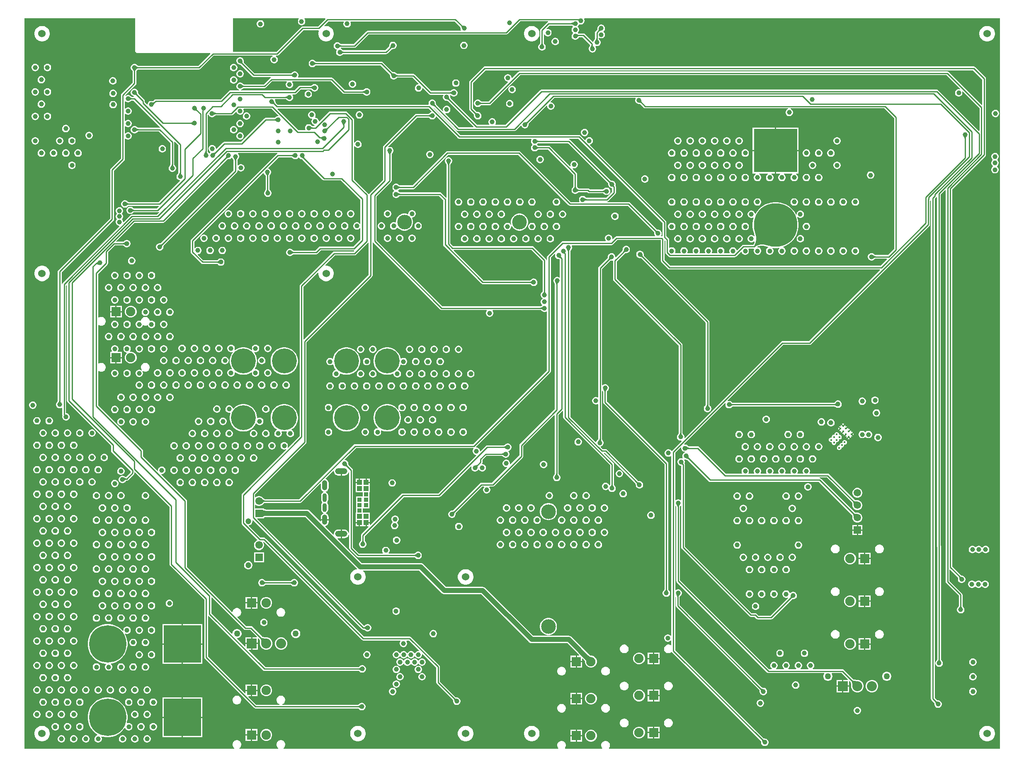
<source format=gbr>
G04*
G04 #@! TF.GenerationSoftware,Altium Limited,Altium Designer,22.4.2 (48)*
G04*
G04 Layer_Physical_Order=3*
G04 Layer_Color=16440176*
%FSLAX25Y25*%
%MOIN*%
G70*
G04*
G04 #@! TF.SameCoordinates,B172E609-1CFC-4B23-86F5-1081F1DC675F*
G04*
G04*
G04 #@! TF.FilePolarity,Positive*
G04*
G01*
G75*
%ADD11C,0.01000*%
%ADD189C,0.04724*%
%ADD190C,0.06102*%
%ADD191R,0.06102X0.06102*%
%ADD198C,0.03937*%
%ADD200C,0.03937*%
%ADD201C,0.11811*%
%ADD202C,0.01673*%
%ADD203R,0.30000X0.30000*%
%ADD204C,0.30000*%
%ADD205C,0.07500*%
%ADD206R,0.07500X0.07500*%
%ADD207C,0.35000*%
%ADD208R,0.35000X0.35000*%
%ADD209C,0.20000*%
%ADD210C,0.06000*%
%ADD211O,0.04134X0.08268*%
%ADD212R,0.03937X0.03937*%
%ADD213R,0.03347X0.03347*%
%ADD214O,0.03543X0.07087*%
%ADD215O,0.09843X0.04921*%
%ADD216C,0.05000*%
%ADD217C,0.08000*%
%ADD218R,0.08000X0.08000*%
%ADD219R,0.05906X0.05906*%
%ADD220C,0.05906*%
%ADD221C,0.01968*%
G36*
X447464Y588434D02*
X446981Y587541D01*
X446503Y587973D01*
X447210Y588680D01*
X447464Y588434D01*
D02*
G37*
G36*
X785872Y333465D02*
Y256693D01*
Y1529D01*
X471695D01*
X471488Y2029D01*
X471676Y2218D01*
X472137Y3016D01*
X472376Y3906D01*
Y4828D01*
X472137Y5718D01*
X471676Y6516D01*
X471025Y7168D01*
X470227Y7628D01*
X469336Y7867D01*
X468415D01*
X467525Y7628D01*
X466727Y7168D01*
X466075Y6516D01*
X465614Y5718D01*
X465376Y4828D01*
Y3906D01*
X465614Y3016D01*
X466075Y2218D01*
X466263Y2029D01*
X466056Y1529D01*
X436295D01*
X436088Y2029D01*
X436276Y2218D01*
X436737Y3016D01*
X436976Y3906D01*
Y4828D01*
X436737Y5718D01*
X436276Y6516D01*
X435625Y7168D01*
X434827Y7628D01*
X433936Y7867D01*
X433015D01*
X432125Y7628D01*
X431327Y7168D01*
X430675Y6516D01*
X430214Y5718D01*
X429976Y4828D01*
Y3906D01*
X430214Y3016D01*
X430675Y2218D01*
X430863Y2029D01*
X430656Y1529D01*
X209928D01*
X209794Y2029D01*
X209912Y2098D01*
X210564Y2749D01*
X211024Y3548D01*
X211263Y4438D01*
Y5359D01*
X211024Y6249D01*
X210564Y7047D01*
X209912Y7699D01*
X209114Y8160D01*
X208224Y8398D01*
X207302D01*
X206412Y8160D01*
X205614Y7699D01*
X204962Y7047D01*
X204502Y6249D01*
X204263Y5359D01*
Y4438D01*
X204502Y3548D01*
X204962Y2749D01*
X205614Y2098D01*
X205732Y2029D01*
X205598Y1529D01*
X174528D01*
X174394Y2029D01*
X174512Y2098D01*
X175164Y2749D01*
X175625Y3548D01*
X175863Y4438D01*
Y5359D01*
X175625Y6249D01*
X175164Y7047D01*
X174512Y7699D01*
X173714Y8160D01*
X172824Y8398D01*
X171902D01*
X171012Y8160D01*
X170214Y7699D01*
X169562Y7047D01*
X169102Y6249D01*
X168863Y5359D01*
Y4438D01*
X169102Y3548D01*
X169562Y2749D01*
X170214Y2098D01*
X170332Y2029D01*
X170198Y1529D01*
X1529D01*
Y589022D01*
X90597D01*
Y562992D01*
X90713Y562407D01*
X91044Y561911D01*
X91438Y561517D01*
X91934Y561186D01*
X92520Y561069D01*
X150773D01*
X150964Y560607D01*
X141335Y550978D01*
X93047D01*
X93019Y550983D01*
X92949Y551001D01*
X92869Y551030D01*
X92779Y551073D01*
X92678Y551131D01*
X92567Y551206D01*
X92448Y551298D01*
X92320Y551410D01*
X92167Y551558D01*
X92090Y551608D01*
X91874Y551824D01*
X91197Y552215D01*
X90442Y552417D01*
X89660D01*
X88905Y552215D01*
X88228Y551824D01*
X87676Y551271D01*
X87285Y550595D01*
X87083Y549840D01*
Y549058D01*
X87285Y548303D01*
X87676Y547626D01*
X87892Y547410D01*
X87942Y547333D01*
X88090Y547180D01*
X88202Y547052D01*
X88294Y546933D01*
X88369Y546822D01*
X88427Y546721D01*
X88469Y546631D01*
X88499Y546551D01*
X88517Y546482D01*
X88522Y546453D01*
Y537309D01*
X79627Y528414D01*
X79296Y527918D01*
X79179Y527333D01*
Y476421D01*
X70966Y468207D01*
X70634Y467711D01*
X70518Y467126D01*
Y428193D01*
X28840Y386514D01*
X28508Y386018D01*
X28392Y385433D01*
Y281342D01*
X28387Y281314D01*
X28369Y281244D01*
X28340Y281165D01*
X28297Y281074D01*
X28239Y280973D01*
X28164Y280863D01*
X28072Y280743D01*
X27960Y280615D01*
X27812Y280463D01*
X27762Y280385D01*
X27546Y280169D01*
X27155Y279492D01*
X26953Y278737D01*
Y277956D01*
X27155Y277201D01*
X27546Y276524D01*
X28099Y275971D01*
X28776Y275580D01*
X29531Y275378D01*
X30312D01*
X31067Y275580D01*
X31435Y275793D01*
X31935Y275504D01*
Y270558D01*
X32052Y269973D01*
X32272Y269644D01*
X32071Y268895D01*
Y268113D01*
X32273Y267358D01*
X32664Y266681D01*
X33217Y266128D01*
X33894Y265738D01*
X34649Y265535D01*
X35430D01*
X36185Y265738D01*
X36862Y266128D01*
X37415Y266681D01*
X37806Y267358D01*
X38008Y268113D01*
Y268895D01*
X37806Y269650D01*
X37415Y270327D01*
X36862Y270879D01*
X36185Y271270D01*
X35430Y271472D01*
X34994D01*
Y374317D01*
X35160Y374441D01*
X35660Y374191D01*
Y281496D01*
X35776Y280910D01*
X36108Y280414D01*
X71231Y245291D01*
Y241248D01*
X71347Y240663D01*
X71678Y240166D01*
X86978Y224866D01*
Y224000D01*
X83150Y220171D01*
X83070D01*
X83042Y220175D01*
X82959Y220192D01*
X82684Y220275D01*
X82564Y220322D01*
X81995Y220594D01*
X81793Y220707D01*
X81704Y220736D01*
X81461Y220877D01*
X80706Y221079D01*
X79924D01*
X79169Y220877D01*
X78492Y220486D01*
X77940Y219933D01*
X77549Y219256D01*
X77346Y218501D01*
Y217719D01*
X77549Y216964D01*
X77940Y216287D01*
X78492Y215735D01*
X79169Y215344D01*
X79924Y215142D01*
X80706D01*
X81461Y215344D01*
X82138Y215735D01*
X82690Y216287D01*
X82855Y216574D01*
X82916Y216641D01*
X83007Y216792D01*
X83075Y216889D01*
X83139Y216964D01*
X83195Y217018D01*
X83243Y217055D01*
X83285Y217080D01*
X83323Y217098D01*
X83362Y217110D01*
X83380Y217113D01*
X83784D01*
X84369Y217229D01*
X84865Y217561D01*
X89589Y222285D01*
X89921Y222781D01*
X90037Y223366D01*
Y223682D01*
X90499Y223873D01*
X118156Y196217D01*
Y150000D01*
X118272Y149415D01*
X118604Y148919D01*
X146108Y121414D01*
Y75197D01*
X146225Y74612D01*
X146556Y74115D01*
X186320Y34352D01*
X186816Y34020D01*
X187402Y33904D01*
X269839D01*
X269867Y33899D01*
X269937Y33881D01*
X270017Y33851D01*
X270107Y33809D01*
X270208Y33751D01*
X270318Y33676D01*
X270438Y33584D01*
X270566Y33472D01*
X270718Y33324D01*
X270796Y33274D01*
X271012Y33058D01*
X271689Y32667D01*
X272444Y32465D01*
X273225D01*
X273980Y32667D01*
X274657Y33058D01*
X275210Y33610D01*
X275601Y34287D01*
X275803Y35042D01*
Y35824D01*
X275601Y36579D01*
X275210Y37256D01*
X274657Y37808D01*
X273980Y38199D01*
X273225Y38402D01*
X272444D01*
X271689Y38199D01*
X271012Y37808D01*
X270796Y37593D01*
X270718Y37542D01*
X270566Y37394D01*
X270438Y37283D01*
X270318Y37190D01*
X270208Y37115D01*
X270107Y37057D01*
X270017Y37015D01*
X269937Y36985D01*
X269867Y36967D01*
X269839Y36963D01*
X208881D01*
X208815Y37462D01*
X209114Y37543D01*
X209912Y38003D01*
X210564Y38655D01*
X211024Y39453D01*
X211263Y40343D01*
Y41265D01*
X211024Y42155D01*
X210564Y42953D01*
X209912Y43605D01*
X209114Y44065D01*
X208224Y44304D01*
X207302D01*
X206412Y44065D01*
X205614Y43605D01*
X204962Y42953D01*
X204502Y42155D01*
X204263Y41265D01*
Y40343D01*
X204502Y39453D01*
X204962Y38655D01*
X205614Y38003D01*
X206412Y37543D01*
X206711Y37462D01*
X206645Y36963D01*
X188035D01*
X181705Y43292D01*
X181897Y43754D01*
X183663D01*
Y48004D01*
X179413D01*
Y46238D01*
X178951Y46047D01*
X149167Y75830D01*
Y108314D01*
X149667Y108521D01*
X193522Y64667D01*
X194018Y64335D01*
X194603Y64219D01*
X270233D01*
X270261Y64214D01*
X270331Y64196D01*
X270410Y64166D01*
X270501Y64124D01*
X270601Y64066D01*
X270712Y63991D01*
X270832Y63898D01*
X270960Y63787D01*
X271112Y63639D01*
X271190Y63588D01*
X271406Y63373D01*
X272082Y62982D01*
X272837Y62779D01*
X273619D01*
X274374Y62982D01*
X275051Y63373D01*
X275604Y63925D01*
X275995Y64602D01*
X276197Y65357D01*
Y66139D01*
X275995Y66894D01*
X275604Y67571D01*
X275051Y68123D01*
X274374Y68514D01*
X273619Y68717D01*
X272837D01*
X272082Y68514D01*
X271406Y68123D01*
X271190Y67908D01*
X271112Y67857D01*
X270960Y67709D01*
X270832Y67598D01*
X270712Y67505D01*
X270601Y67430D01*
X270500Y67372D01*
X270410Y67330D01*
X270331Y67300D01*
X270261Y67282D01*
X270233Y67277D01*
X195237D01*
X181755Y80759D01*
X181947Y81221D01*
X183752D01*
Y85720D01*
X179252D01*
Y83915D01*
X178790Y83724D01*
X172539Y89975D01*
X172730Y90437D01*
X172923D01*
X173853Y90686D01*
X174687Y91168D01*
X175368Y91849D01*
X175849Y92683D01*
X176098Y93613D01*
Y94576D01*
X175849Y95506D01*
X175368Y96340D01*
X174687Y97021D01*
X173853Y97503D01*
X172923Y97752D01*
X171959D01*
X171029Y97503D01*
X170195Y97021D01*
X169514Y96340D01*
X169033Y95506D01*
X168783Y94576D01*
Y94384D01*
X168322Y94192D01*
X151923Y110591D01*
Y123164D01*
X152385Y123356D01*
X178221Y97520D01*
X178717Y97189D01*
X179302Y97072D01*
X183048D01*
X188438Y91682D01*
X188247Y91220D01*
X184752D01*
Y86721D01*
X189252D01*
Y90215D01*
X189714Y90407D01*
X190525Y89595D01*
X190543Y89574D01*
X190620Y89447D01*
X190705Y89257D01*
X190790Y89003D01*
X190867Y88688D01*
X190929Y88337D01*
X191041Y86841D01*
X191044Y86256D01*
X191063Y86161D01*
Y85562D01*
X191404Y84290D01*
X192062Y83150D01*
X192993Y82219D01*
X194133Y81561D01*
X195405Y81221D01*
X196721D01*
X197993Y81561D01*
X199133Y82219D01*
X200064Y83150D01*
X200722Y84290D01*
X201063Y85562D01*
Y86879D01*
X200722Y88150D01*
X200064Y89290D01*
X199133Y90222D01*
X197993Y90880D01*
X196721Y91220D01*
X196123D01*
X196028Y91240D01*
X195433Y91242D01*
X194390Y91300D01*
X193969Y91351D01*
X193595Y91417D01*
X193280Y91494D01*
X193027Y91578D01*
X192837Y91663D01*
X192710Y91740D01*
X192688Y91758D01*
X184763Y99683D01*
X184267Y100014D01*
X183682Y100131D01*
X179936D01*
X172837Y107230D01*
X173023Y107751D01*
X173714Y107936D01*
X174512Y108397D01*
X175164Y109049D01*
X175625Y109847D01*
X175863Y110737D01*
Y111658D01*
X175625Y112549D01*
X175164Y113347D01*
X174512Y113998D01*
X173714Y114459D01*
X172824Y114698D01*
X171902D01*
X171012Y114459D01*
X170214Y113998D01*
X169562Y113347D01*
X169102Y112549D01*
X168916Y111857D01*
X168395Y111671D01*
X132238Y147829D01*
Y200803D01*
X132122Y201389D01*
X131790Y201885D01*
X111530Y222145D01*
X111548Y222241D01*
X111760Y222622D01*
X112399D01*
X113154Y222825D01*
X113831Y223215D01*
X114383Y223768D01*
X114774Y224445D01*
X114977Y225200D01*
Y225981D01*
X114774Y226736D01*
X114383Y227413D01*
X113831Y227966D01*
X113154Y228357D01*
X112399Y228559D01*
X111617D01*
X110862Y228357D01*
X110185Y227966D01*
X109633Y227413D01*
X109242Y226736D01*
X109039Y225981D01*
Y225342D01*
X108658Y225130D01*
X108562Y225113D01*
X96916Y236759D01*
Y241200D01*
X96799Y241785D01*
X96468Y242281D01*
X60936Y277813D01*
Y305301D01*
X61436Y305538D01*
X62055Y305180D01*
X62945Y304942D01*
X63867D01*
X64757Y305180D01*
X65555Y305641D01*
X66207Y306293D01*
X66668Y307091D01*
X66906Y307981D01*
Y308903D01*
X66668Y309793D01*
X66207Y310591D01*
X65555Y311242D01*
X64757Y311703D01*
X63867Y311942D01*
X62945D01*
X62055Y311703D01*
X61436Y311345D01*
X60936Y311582D01*
Y342309D01*
X61436Y342546D01*
X62055Y342188D01*
X62945Y341950D01*
X63867D01*
X64757Y342188D01*
X65555Y342649D01*
X66207Y343301D01*
X66668Y344099D01*
X66906Y344989D01*
Y345910D01*
X66668Y346800D01*
X66207Y347599D01*
X65555Y348250D01*
X64757Y348711D01*
X63867Y348950D01*
X62945D01*
X62055Y348711D01*
X61436Y348353D01*
X60936Y348590D01*
Y383576D01*
X68330Y390970D01*
X68661Y391466D01*
X68777Y392051D01*
Y400764D01*
X74358Y406345D01*
X80863D01*
X80891Y406340D01*
X80961Y406322D01*
X81040Y406292D01*
X81130Y406250D01*
X81231Y406192D01*
X81342Y406117D01*
X81462Y406025D01*
X81590Y405913D01*
X81742Y405765D01*
X81820Y405714D01*
X82036Y405499D01*
X82713Y405108D01*
X83468Y404906D01*
X84249D01*
X85004Y405108D01*
X85681Y405499D01*
X86234Y406051D01*
X86624Y406728D01*
X86827Y407483D01*
Y408265D01*
X86624Y409020D01*
X86234Y409697D01*
X85681Y410249D01*
X85004Y410640D01*
X84249Y410843D01*
X83468D01*
X82713Y410640D01*
X82036Y410249D01*
X81820Y410034D01*
X81742Y409983D01*
X81590Y409835D01*
X81462Y409724D01*
X81342Y409631D01*
X81231Y409556D01*
X81130Y409498D01*
X81040Y409456D01*
X80961Y409426D01*
X80891Y409408D01*
X80863Y409403D01*
X75543D01*
X75352Y409865D01*
X90062Y424576D01*
X113113D01*
X113699Y424693D01*
X114195Y425024D01*
X164711Y475541D01*
X164734Y475557D01*
X164797Y475594D01*
X164874Y475629D01*
X164968Y475663D01*
X165080Y475693D01*
X165211Y475719D01*
X165361Y475738D01*
X165531Y475749D01*
X165743Y475752D01*
X165834Y475772D01*
X166139D01*
X166894Y475974D01*
X167571Y476365D01*
X167984Y476778D01*
X168187Y476790D01*
X168463Y476737D01*
X168565Y476683D01*
X168884Y476130D01*
X169100Y475914D01*
X169151Y475837D01*
X169299Y475684D01*
X169410Y475556D01*
X169503Y475436D01*
X169578Y475326D01*
X169636Y475225D01*
X169678Y475135D01*
X169708Y475055D01*
X169726Y474986D01*
X169730Y474957D01*
Y466775D01*
X111363Y408408D01*
X111340Y408391D01*
X111278Y408355D01*
X111201Y408320D01*
X111107Y408286D01*
X110995Y408255D01*
X110864Y408230D01*
X110714Y408211D01*
X110544Y408200D01*
X110332Y408196D01*
X110241Y408177D01*
X109936D01*
X109181Y407975D01*
X108504Y407584D01*
X107951Y407031D01*
X107560Y406354D01*
X107358Y405599D01*
Y404818D01*
X107560Y404063D01*
X107951Y403386D01*
X108504Y402833D01*
X109181Y402442D01*
X109936Y402240D01*
X110717D01*
X111472Y402442D01*
X112149Y402833D01*
X112702Y403386D01*
X113093Y404063D01*
X113295Y404818D01*
Y405123D01*
X113314Y405213D01*
X113318Y405426D01*
X113329Y405595D01*
X113348Y405746D01*
X113374Y405877D01*
X113404Y405989D01*
X113438Y406083D01*
X113473Y406160D01*
X113509Y406222D01*
X113526Y406245D01*
X172341Y465060D01*
X172673Y465556D01*
X172789Y466142D01*
Y466819D01*
X172985Y466937D01*
X173289Y467001D01*
X173768Y466522D01*
X174445Y466131D01*
X175200Y465929D01*
X175981D01*
X176736Y466131D01*
X177413Y466522D01*
X177966Y467075D01*
X178357Y467752D01*
X178559Y468507D01*
Y469288D01*
X178357Y470043D01*
X177966Y470720D01*
X177413Y471273D01*
X176736Y471664D01*
X175981Y471866D01*
X175200D01*
X174445Y471664D01*
X173768Y471273D01*
X173289Y470794D01*
X172985Y470858D01*
X172789Y470976D01*
Y474957D01*
X172794Y474986D01*
X172812Y475055D01*
X172842Y475135D01*
X172884Y475225D01*
X172942Y475326D01*
X173017Y475436D01*
X173109Y475556D01*
X173221Y475684D01*
X173369Y475837D01*
X173419Y475914D01*
X173635Y476130D01*
X174026Y476807D01*
X174228Y477562D01*
Y478344D01*
X174026Y479099D01*
X173635Y479775D01*
X173231Y480179D01*
X173439Y480679D01*
X204828D01*
X204877Y480179D01*
X204746Y480153D01*
X204250Y479822D01*
X135553Y411125D01*
X135222Y410629D01*
X135105Y410044D01*
Y401161D01*
X135222Y400575D01*
X135553Y400079D01*
X143686Y391947D01*
X144182Y391615D01*
X144767Y391499D01*
X156429D01*
X156457Y391494D01*
X156527Y391476D01*
X156606Y391446D01*
X156696Y391404D01*
X156797Y391346D01*
X156908Y391271D01*
X157028Y391178D01*
X157156Y391067D01*
X157308Y390919D01*
X157386Y390868D01*
X157602Y390653D01*
X158279Y390262D01*
X159034Y390059D01*
X159815D01*
X160570Y390262D01*
X161247Y390653D01*
X161800Y391205D01*
X162190Y391882D01*
X162393Y392637D01*
Y393419D01*
X162190Y394174D01*
X161800Y394851D01*
X161247Y395404D01*
X160570Y395794D01*
X159815Y395996D01*
X159034D01*
X158279Y395794D01*
X157602Y395404D01*
X157386Y395188D01*
X157308Y395137D01*
X157156Y394989D01*
X157028Y394878D01*
X156908Y394785D01*
X156797Y394710D01*
X156696Y394652D01*
X156606Y394610D01*
X156527Y394580D01*
X156457Y394562D01*
X156429Y394557D01*
X145401D01*
X141026Y398932D01*
X141218Y399394D01*
X141336D01*
X142091Y399596D01*
X142768Y399987D01*
X143320Y400540D01*
X143711Y401217D01*
X143913Y401972D01*
Y402753D01*
X143711Y403508D01*
X143320Y404185D01*
X142768Y404738D01*
X142091Y405129D01*
X141336Y405331D01*
X140554D01*
X139799Y405129D01*
X139122Y404738D01*
X138664Y404280D01*
X138271Y404384D01*
X138164Y404456D01*
Y409410D01*
X193439Y464685D01*
X193997Y464536D01*
X194084Y464209D01*
X194475Y463532D01*
X194937Y463070D01*
X194960Y463040D01*
X195000Y463007D01*
X195028Y462979D01*
X195043Y462970D01*
X195112Y462911D01*
X195221Y462806D01*
X195310Y462708D01*
X195380Y462617D01*
X195433Y462536D01*
X195471Y462463D01*
X195497Y462398D01*
X195514Y462339D01*
X195518Y462315D01*
Y451354D01*
X195513Y451323D01*
X195494Y451243D01*
X195462Y451149D01*
X195417Y451042D01*
X195357Y450923D01*
X195287Y450803D01*
X195070Y450490D01*
X194936Y450323D01*
X194928Y450307D01*
X194869Y450248D01*
X194478Y449571D01*
X194276Y448816D01*
Y448034D01*
X194478Y447279D01*
X194869Y446602D01*
X195421Y446050D01*
X196098Y445659D01*
X196853Y445457D01*
X197635D01*
X198390Y445659D01*
X199067Y446050D01*
X199619Y446602D01*
X200010Y447279D01*
X200213Y448034D01*
Y448816D01*
X200010Y449571D01*
X199619Y450248D01*
X199158Y450710D01*
X199134Y450739D01*
X199094Y450773D01*
X199067Y450801D01*
X199051Y450809D01*
X198982Y450868D01*
X198873Y450973D01*
X198784Y451072D01*
X198714Y451162D01*
X198661Y451244D01*
X198623Y451317D01*
X198597Y451381D01*
X198581Y451440D01*
X198577Y451465D01*
Y462426D01*
X198581Y462456D01*
X198601Y462537D01*
X198632Y462630D01*
X198677Y462737D01*
X198737Y462856D01*
X198807Y462976D01*
X199025Y463290D01*
X199158Y463456D01*
X199166Y463472D01*
X199226Y463532D01*
X199617Y464209D01*
X199819Y464963D01*
Y465745D01*
X199617Y466500D01*
X199226Y467177D01*
X198673Y467730D01*
X197996Y468120D01*
X197669Y468208D01*
X197520Y468766D01*
X205964Y477211D01*
X216296D01*
X216324Y477206D01*
X216394Y477188D01*
X216473Y477158D01*
X216564Y477116D01*
X216664Y477058D01*
X216775Y476983D01*
X216895Y476891D01*
X217023Y476779D01*
X217175Y476631D01*
X217253Y476581D01*
X217469Y476365D01*
X218145Y475974D01*
X218900Y475772D01*
X219682D01*
X220437Y475974D01*
X221114Y476365D01*
X221667Y476918D01*
X221797Y477143D01*
X222297D01*
X222428Y476918D01*
X222980Y476365D01*
X223657Y475974D01*
X223892Y475911D01*
X223961Y475873D01*
X224430Y475727D01*
X224602Y475664D01*
X224937Y475521D01*
X225055Y475461D01*
X225160Y475400D01*
X225242Y475346D01*
X225265Y475328D01*
X241363Y459230D01*
X241860Y458898D01*
X242445Y458782D01*
X255985D01*
X271699Y443067D01*
Y424126D01*
X271503Y424008D01*
X271199Y423944D01*
X270721Y424423D01*
X270044Y424814D01*
X269289Y425016D01*
X268507D01*
X267752Y424814D01*
X267075Y424423D01*
X266522Y423870D01*
X266132Y423193D01*
X265929Y422438D01*
Y421657D01*
X266132Y420902D01*
X266522Y420225D01*
X267075Y419672D01*
X267752Y419281D01*
X268507Y419079D01*
X269289D01*
X270044Y419281D01*
X270721Y419672D01*
X271199Y420151D01*
X271503Y420087D01*
X271699Y419969D01*
Y411279D01*
X265886Y405466D01*
X239370D01*
X238785Y405350D01*
X238289Y405018D01*
X235587Y402317D01*
X217956D01*
X217928Y402321D01*
X217858Y402340D01*
X217779Y402369D01*
X217688Y402412D01*
X217588Y402469D01*
X217477Y402544D01*
X217357Y402637D01*
X217229Y402749D01*
X217077Y402897D01*
X216999Y402947D01*
X216783Y403163D01*
X216106Y403554D01*
X215351Y403756D01*
X214570D01*
X213815Y403554D01*
X213138Y403163D01*
X212585Y402610D01*
X212194Y401933D01*
X211992Y401178D01*
Y400397D01*
X212194Y399642D01*
X212585Y398965D01*
X213138Y398412D01*
X213815Y398021D01*
X214570Y397819D01*
X215351D01*
X216106Y398021D01*
X216783Y398412D01*
X216999Y398628D01*
X217077Y398678D01*
X217229Y398826D01*
X217357Y398938D01*
X217477Y399031D01*
X217588Y399105D01*
X217688Y399163D01*
X217779Y399206D01*
X217858Y399235D01*
X217928Y399254D01*
X217956Y399258D01*
X236221D01*
X236806Y399374D01*
X237302Y399706D01*
X240004Y402408D01*
X266467D01*
X266566Y402285D01*
X266700Y401934D01*
X266296Y401529D01*
X250738D01*
X250152Y401413D01*
X249656Y401081D01*
X223328Y374753D01*
X222996Y374257D01*
X222880Y373672D01*
Y253012D01*
X213474Y243606D01*
X213074Y243913D01*
X213199Y244130D01*
X213402Y244885D01*
Y245667D01*
X213199Y246422D01*
X212809Y247098D01*
X212256Y247651D01*
X211579Y248042D01*
X210824Y248244D01*
X210042D01*
X209287Y248042D01*
X208611Y247651D01*
X208058Y247098D01*
X207667Y246422D01*
X207465Y245667D01*
Y244885D01*
X207667Y244130D01*
X208058Y243453D01*
X208611Y242900D01*
X209287Y242510D01*
X210042Y242307D01*
X210824D01*
X211579Y242510D01*
X211796Y242635D01*
X212103Y242235D01*
X176552Y206684D01*
X176221Y206188D01*
X176104Y205603D01*
Y183046D01*
X176221Y182461D01*
X176552Y181965D01*
X188866Y169651D01*
X188737Y169168D01*
X188594Y169129D01*
X187670Y168596D01*
X186916Y167842D01*
X186382Y166918D01*
X186106Y165888D01*
Y164821D01*
X186382Y163791D01*
X186916Y162867D01*
X187670Y162113D01*
X188594Y161579D01*
X189624Y161303D01*
X190691D01*
X191721Y161579D01*
X192645Y162113D01*
X193399Y162867D01*
X193933Y163791D01*
X194209Y164821D01*
Y165888D01*
X193933Y166918D01*
X193597Y167499D01*
X193851Y168059D01*
X193935Y168076D01*
X272934Y89076D01*
X273430Y88744D01*
X274016Y88628D01*
X303802D01*
X304009Y88128D01*
X303924Y88043D01*
X303533Y87366D01*
X303331Y86611D01*
Y85830D01*
X303533Y85075D01*
X303924Y84398D01*
X304476Y83845D01*
X305153Y83454D01*
X305908Y83252D01*
X306690D01*
X307445Y83454D01*
X308122Y83845D01*
X308675Y84398D01*
X309065Y85075D01*
X309268Y85830D01*
Y86611D01*
X309065Y87366D01*
X308675Y88043D01*
X308590Y88128D01*
X308797Y88628D01*
X310784D01*
X318799Y80613D01*
X318767Y80463D01*
X318571Y80134D01*
X317916D01*
X317161Y79931D01*
X316484Y79541D01*
X315932Y78988D01*
X315631Y78467D01*
X315557Y78442D01*
X315151D01*
X315078Y78467D01*
X314777Y78988D01*
X314224Y79541D01*
X313547Y79931D01*
X312792Y80134D01*
X312011D01*
X311256Y79931D01*
X310579Y79541D01*
X310026Y78988D01*
X309725Y78467D01*
X309652Y78442D01*
X309246D01*
X309172Y78467D01*
X308871Y78988D01*
X308319Y79541D01*
X307642Y79931D01*
X306887Y80134D01*
X306105D01*
X305350Y79931D01*
X304673Y79541D01*
X304120Y78988D01*
X303819Y78467D01*
X303746Y78442D01*
X303340D01*
X303267Y78467D01*
X302966Y78988D01*
X302413Y79541D01*
X301736Y79931D01*
X300981Y80134D01*
X300200D01*
X299445Y79931D01*
X298768Y79541D01*
X298215Y78988D01*
X297824Y78311D01*
X297622Y77556D01*
Y76775D01*
X297824Y76020D01*
X298215Y75343D01*
X298768Y74790D01*
X299445Y74399D01*
X300200Y74197D01*
X300981D01*
X301736Y74399D01*
X302413Y74790D01*
X302966Y75343D01*
X303267Y75864D01*
X303340Y75889D01*
X303746D01*
X303819Y75864D01*
X304120Y75343D01*
X304673Y74790D01*
X305350Y74399D01*
X306105Y74197D01*
X306887D01*
X307642Y74399D01*
X308319Y74790D01*
X308871Y75343D01*
X309172Y75864D01*
X309246Y75889D01*
X309652D01*
X309725Y75864D01*
X310026Y75343D01*
X310579Y74790D01*
X311256Y74399D01*
X312011Y74197D01*
X312792D01*
X313547Y74399D01*
X314224Y74790D01*
X314777Y75343D01*
X315078Y75864D01*
X315151Y75889D01*
X315557D01*
X315631Y75864D01*
X315932Y75343D01*
X316484Y74790D01*
X317161Y74399D01*
X317916Y74197D01*
X318698D01*
X319453Y74399D01*
X320130Y74790D01*
X320682Y75343D01*
X321073Y76020D01*
X321275Y76775D01*
Y77429D01*
X321605Y77626D01*
X321755Y77657D01*
X332668Y66744D01*
Y54779D01*
X332784Y54194D01*
X333116Y53698D01*
X346013Y40800D01*
X346030Y40777D01*
X346066Y40715D01*
X346102Y40638D01*
X346135Y40544D01*
X346166Y40432D01*
X346191Y40301D01*
X346210Y40151D01*
X346222Y39981D01*
X346225Y39769D01*
X346244Y39678D01*
Y39373D01*
X346446Y38618D01*
X346837Y37941D01*
X347390Y37388D01*
X348067Y36998D01*
X348822Y36795D01*
X349603D01*
X350358Y36998D01*
X351035Y37388D01*
X351588Y37941D01*
X351979Y38618D01*
X352181Y39373D01*
Y40155D01*
X351979Y40910D01*
X351588Y41587D01*
X351035Y42139D01*
X350358Y42530D01*
X349603Y42732D01*
X349298D01*
X349208Y42752D01*
X348995Y42755D01*
X348826Y42766D01*
X348676Y42785D01*
X348544Y42811D01*
X348432Y42841D01*
X348339Y42875D01*
X348261Y42910D01*
X348199Y42947D01*
X348176Y42963D01*
X335726Y55413D01*
Y67378D01*
X335610Y67963D01*
X335279Y68459D01*
X312499Y91239D01*
X312003Y91571D01*
X311417Y91687D01*
X274649D01*
X195349Y170987D01*
X194853Y171318D01*
X194268Y171435D01*
X191408D01*
X182038Y180804D01*
X182197Y181353D01*
X182794Y181513D01*
X183561Y181955D01*
X184186Y182581D01*
X184629Y183348D01*
X184858Y184203D01*
Y185088D01*
X184836Y185173D01*
X185284Y185432D01*
X272978Y97737D01*
X273475Y97406D01*
X274060Y97290D01*
X274564D01*
X274592Y97285D01*
X274661Y97267D01*
X274741Y97237D01*
X274831Y97195D01*
X274932Y97137D01*
X275043Y97062D01*
X275163Y96969D01*
X275290Y96858D01*
X275443Y96710D01*
X275521Y96659D01*
X275736Y96443D01*
X276413Y96053D01*
X277168Y95850D01*
X277950D01*
X278705Y96053D01*
X279382Y96443D01*
X279935Y96996D01*
X280325Y97673D01*
X280528Y98428D01*
Y99210D01*
X280325Y99965D01*
X279935Y100642D01*
X279382Y101194D01*
X278705Y101585D01*
X277950Y101787D01*
X277168D01*
X276413Y101585D01*
X275736Y101194D01*
X275521Y100979D01*
X275443Y100928D01*
X275290Y100780D01*
X275163Y100669D01*
X275043Y100576D01*
X274932Y100501D01*
X274831Y100443D01*
X274741Y100400D01*
X274668Y100374D01*
X188610Y186432D01*
X188801Y186894D01*
X193158D01*
X193197Y186886D01*
X193235Y186894D01*
X194209D01*
Y187642D01*
X194219Y187647D01*
X194453Y187725D01*
X194799Y187802D01*
X195234Y187865D01*
X196427Y187947D01*
X196720Y187951D01*
X227446D01*
X268934Y146463D01*
X268769Y145920D01*
X267872Y145741D01*
X266740Y145273D01*
X265722Y144592D01*
X264856Y143727D01*
X264176Y142708D01*
X263707Y141577D01*
X263469Y140376D01*
Y139152D01*
X263707Y137951D01*
X264176Y136819D01*
X264856Y135801D01*
X265722Y134935D01*
X266740Y134255D01*
X267872Y133786D01*
X269073Y133547D01*
X270297D01*
X271498Y133786D01*
X272630Y134255D01*
X273648Y134935D01*
X274514Y135801D01*
X275194Y136819D01*
X275663Y137951D01*
X275902Y139152D01*
Y140376D01*
X275663Y141577D01*
X275194Y142708D01*
X274514Y143727D01*
X273786Y144455D01*
X273980Y144955D01*
X318921D01*
X337253Y126623D01*
X337873Y126147D01*
X338595Y125848D01*
X339370Y125746D01*
X368839D01*
X407332Y87253D01*
X407952Y86777D01*
X408251Y86653D01*
X408674Y86478D01*
X409449Y86376D01*
X438119D01*
X447629Y76866D01*
X447438Y76403D01*
X445776D01*
Y72154D01*
X450026D01*
Y73816D01*
X450488Y74007D01*
X451369Y73126D01*
X451805Y72622D01*
X451960Y72415D01*
X452088Y72221D01*
X452184Y72053D01*
X452249Y71913D01*
X452285Y71807D01*
X452301Y71737D01*
X452309Y71620D01*
X452326Y71558D01*
Y71028D01*
X452649Y69820D01*
X453275Y68737D01*
X454159Y67853D01*
X455242Y67227D01*
X456450Y66904D01*
X457701D01*
X458909Y67227D01*
X459992Y67853D01*
X460877Y68737D01*
X461502Y69820D01*
X461826Y71028D01*
Y72279D01*
X461502Y73487D01*
X460877Y74570D01*
X459992Y75454D01*
X458909Y76080D01*
X457701Y76403D01*
X457171D01*
X457109Y76420D01*
X456992Y76429D01*
X456922Y76444D01*
X456816Y76481D01*
X456676Y76545D01*
X456508Y76641D01*
X456314Y76769D01*
X456107Y76924D01*
X455603Y77360D01*
X441476Y91487D01*
X440856Y91963D01*
X440134Y92262D01*
X439359Y92364D01*
X410689D01*
X372196Y130857D01*
X371576Y131333D01*
X370854Y131632D01*
X370079Y131734D01*
X340610D01*
X322279Y150066D01*
X321658Y150542D01*
X320936Y150841D01*
X320161Y150943D01*
X272922D01*
X253392Y170474D01*
X253625Y170947D01*
X253839Y170919D01*
X255799D01*
Y174409D01*
Y177900D01*
X253839D01*
X252935Y177781D01*
X252093Y177432D01*
X251370Y176878D01*
X250816Y176155D01*
X250467Y175313D01*
X250348Y174409D01*
X250376Y174196D01*
X249903Y173962D01*
X243574Y180291D01*
X243735Y180764D01*
X243793Y180772D01*
X244539Y181081D01*
X245180Y181572D01*
X245671Y182213D01*
X245980Y182959D01*
X246086Y183760D01*
Y185327D01*
X242992D01*
X239899D01*
Y184620D01*
X239437Y184428D01*
X230803Y193062D01*
X230183Y193538D01*
X229461Y193837D01*
X228686Y193939D01*
X196950D01*
X195778Y193974D01*
X195246Y194023D01*
X194799Y194088D01*
X194453Y194165D01*
X194219Y194243D01*
X194209Y194248D01*
Y194996D01*
X193235D01*
X193197Y195004D01*
X193158Y194996D01*
X186962D01*
Y197600D01*
X187424Y197791D01*
X187670Y197546D01*
X188594Y197012D01*
X189624Y196736D01*
X190691D01*
X191721Y197012D01*
X192645Y197546D01*
X192972Y197873D01*
X193052Y197925D01*
X193346Y198215D01*
X193893Y198694D01*
X194121Y198865D01*
X194336Y199008D01*
X194528Y199117D01*
X194693Y199192D01*
X194826Y199238D01*
X194920Y199258D01*
X223282D01*
X223868Y199374D01*
X224364Y199706D01*
X239437Y214779D01*
X239899Y214588D01*
Y211319D01*
X240004Y210518D01*
X240313Y209772D01*
X240805Y209132D01*
X241445Y208640D01*
X241958Y208428D01*
Y207887D01*
X241594Y207736D01*
X241015Y207292D01*
X240571Y206713D01*
X240292Y206038D01*
X240196Y205315D01*
Y201772D01*
X240292Y201048D01*
X240571Y200374D01*
X240893Y199954D01*
X241015Y199418D01*
X240571Y198839D01*
X240292Y198164D01*
X240197Y197441D01*
Y193898D01*
X240292Y193174D01*
X240571Y192500D01*
X241015Y191921D01*
X241594Y191477D01*
X241958Y191326D01*
X241958Y190785D01*
X241445Y190573D01*
X240805Y190081D01*
X240313Y189440D01*
X240004Y188694D01*
X239899Y187894D01*
Y186327D01*
X242992D01*
X246086D01*
Y187894D01*
X245980Y188694D01*
X245671Y189440D01*
X245180Y190081D01*
X244539Y190573D01*
X244026Y190785D01*
X244026Y191326D01*
X244390Y191477D01*
X244969Y191921D01*
X245413Y192500D01*
X245692Y193174D01*
X245788Y193898D01*
Y197441D01*
X245692Y198164D01*
X245413Y198839D01*
X244969Y199418D01*
X245091Y199954D01*
X245413Y200374D01*
X245692Y201048D01*
X245788Y201772D01*
Y205315D01*
X245692Y206038D01*
X245413Y206713D01*
X244969Y207292D01*
X244390Y207736D01*
X244026Y207887D01*
Y208428D01*
X244539Y208640D01*
X245180Y209132D01*
X245671Y209772D01*
X245980Y210518D01*
X246086Y211319D01*
Y215453D01*
X245980Y216253D01*
X245671Y216999D01*
X245180Y217640D01*
X244539Y218132D01*
X243793Y218441D01*
X243740Y218448D01*
X243579Y218921D01*
X249902Y225244D01*
X250375Y225010D01*
X250348Y224803D01*
X250467Y223900D01*
X250816Y223058D01*
X251370Y222335D01*
X252093Y221780D01*
X252935Y221432D01*
X253839Y221313D01*
X255799D01*
Y224803D01*
X256799D01*
Y221313D01*
X258760D01*
X259663Y221432D01*
X260505Y221780D01*
X261228Y222335D01*
X261783Y223058D01*
X262131Y223900D01*
X262144Y223994D01*
X262644Y223961D01*
Y175251D01*
X262144Y175218D01*
X262131Y175313D01*
X261783Y176155D01*
X261228Y176878D01*
X260505Y177432D01*
X259663Y177781D01*
X258760Y177900D01*
X256799D01*
Y174409D01*
Y170919D01*
X258760D01*
X259663Y171038D01*
X260505Y171387D01*
X261228Y171941D01*
X261783Y172664D01*
X262131Y173506D01*
X262144Y173601D01*
X262644Y173568D01*
Y162992D01*
X262760Y162407D01*
X263092Y161911D01*
X268997Y156005D01*
X269494Y155674D01*
X270079Y155557D01*
X315115D01*
X315143Y155553D01*
X315213Y155534D01*
X315292Y155505D01*
X315383Y155462D01*
X315483Y155405D01*
X315594Y155330D01*
X315714Y155237D01*
X315842Y155125D01*
X315994Y154977D01*
X316072Y154927D01*
X316287Y154711D01*
X316964Y154320D01*
X317719Y154118D01*
X318501D01*
X319256Y154320D01*
X319933Y154711D01*
X320486Y155264D01*
X320877Y155941D01*
X321079Y156696D01*
Y157477D01*
X320877Y158232D01*
X320486Y158909D01*
X319933Y159462D01*
X319256Y159853D01*
X318501Y160055D01*
X317719D01*
X316964Y159853D01*
X316287Y159462D01*
X316072Y159246D01*
X315994Y159196D01*
X315842Y159048D01*
X315714Y158936D01*
X315594Y158843D01*
X315483Y158769D01*
X315382Y158711D01*
X315292Y158668D01*
X315213Y158639D01*
X315143Y158621D01*
X315115Y158616D01*
X294624D01*
X294416Y159116D01*
X294501Y159201D01*
X294892Y159878D01*
X295094Y160633D01*
Y161414D01*
X294892Y162169D01*
X294501Y162846D01*
X293949Y163399D01*
X293272Y163790D01*
X292517Y163992D01*
X291735D01*
X290980Y163790D01*
X290303Y163399D01*
X289751Y162846D01*
X289360Y162169D01*
X289158Y161414D01*
Y160633D01*
X289360Y159878D01*
X289751Y159201D01*
X289836Y159116D01*
X289628Y158616D01*
X270712D01*
X265703Y163626D01*
Y225590D01*
X265586Y226176D01*
X265255Y226672D01*
X262255Y229672D01*
X262238Y229695D01*
X262202Y229757D01*
X262166Y229835D01*
X262133Y229928D01*
X262102Y230040D01*
X262077Y230172D01*
X262057Y230322D01*
X262046Y230491D01*
X262043Y230704D01*
X262024Y230794D01*
Y231100D01*
X261821Y231855D01*
X261431Y232531D01*
X260878Y233084D01*
X260201Y233475D01*
X259446Y233677D01*
X259042D01*
X258835Y234177D01*
X268085Y243427D01*
X362439D01*
X362646Y242927D01*
X362487Y242768D01*
X362096Y242091D01*
X361894Y241336D01*
Y240554D01*
X362096Y239799D01*
X362487Y239122D01*
X363039Y238569D01*
X363716Y238179D01*
X364471Y237976D01*
X364690D01*
X364897Y237476D01*
X334378Y206957D01*
X305821D01*
X305236Y206841D01*
X304740Y206509D01*
X279808Y181578D01*
X279346Y181769D01*
Y182965D01*
X276878D01*
Y180496D01*
X278074D01*
X278265Y180034D01*
X272541Y174310D01*
X272209Y173814D01*
X272093Y173228D01*
Y169070D01*
X272088Y169043D01*
X272071Y168979D01*
X272043Y168906D01*
X272002Y168823D01*
X271946Y168731D01*
X271873Y168630D01*
X271782Y168520D01*
X271671Y168403D01*
X271520Y168261D01*
X271464Y168182D01*
X271156Y167874D01*
X270765Y167197D01*
X270563Y166442D01*
Y165661D01*
X270765Y164906D01*
X271156Y164229D01*
X271709Y163676D01*
X272386Y163285D01*
X273141Y163083D01*
X273922D01*
X274677Y163285D01*
X275354Y163676D01*
X275907Y164229D01*
X276298Y164906D01*
X276500Y165661D01*
Y166442D01*
X276298Y167197D01*
X275907Y167874D01*
X275768Y168013D01*
X275734Y168070D01*
X275589Y168233D01*
X275478Y168372D01*
X275384Y168501D01*
X275309Y168622D01*
X275250Y168731D01*
X275206Y168829D01*
X275175Y168915D01*
X275156Y168989D01*
X275151Y169019D01*
Y172595D01*
X306455Y203898D01*
X335011D01*
X335596Y204015D01*
X336092Y204346D01*
X360512Y228766D01*
X360960Y228507D01*
X360811Y227950D01*
Y227168D01*
X361013Y226413D01*
X361404Y225736D01*
X361957Y225184D01*
X362634Y224793D01*
X363389Y224591D01*
X364170D01*
X364925Y224793D01*
X365602Y225184D01*
X366155Y225736D01*
X366456Y226258D01*
X366529Y226282D01*
X366935D01*
X367009Y226258D01*
X367310Y225736D01*
X367862Y225184D01*
X368539Y224793D01*
X369294Y224591D01*
X370076D01*
X370831Y224793D01*
X371508Y225184D01*
X372060Y225736D01*
X372451Y226413D01*
X372654Y227168D01*
Y227950D01*
X372451Y228705D01*
X372060Y229382D01*
X371508Y229935D01*
X370831Y230325D01*
X370076Y230528D01*
X369618D01*
X369411Y231028D01*
X369473Y231089D01*
X369804Y231586D01*
X369921Y232171D01*
Y233899D01*
X373074Y237053D01*
X385587D01*
X385615Y237049D01*
X385685Y237030D01*
X385765Y237001D01*
X385855Y236958D01*
X385956Y236901D01*
X386066Y236826D01*
X386186Y236733D01*
X386314Y236621D01*
X386466Y236473D01*
X386544Y236423D01*
X386760Y236207D01*
X387437Y235817D01*
X388192Y235614D01*
X388973D01*
X389728Y235817D01*
X390405Y236207D01*
X390958Y236760D01*
X391349Y237437D01*
X391551Y238192D01*
Y238973D01*
X391349Y239728D01*
X390958Y240405D01*
X390711Y240652D01*
X390861Y241210D01*
X391303Y241328D01*
X391980Y241719D01*
X392533Y242272D01*
X392924Y242949D01*
X393126Y243704D01*
Y244485D01*
X392924Y245240D01*
X392533Y245917D01*
X391980Y246470D01*
X391303Y246861D01*
X390548Y247063D01*
X389767D01*
X389012Y246861D01*
X388335Y246470D01*
X388119Y246254D01*
X388041Y246204D01*
X387889Y246056D01*
X387761Y245944D01*
X387641Y245851D01*
X387530Y245777D01*
X387430Y245719D01*
X387339Y245676D01*
X387260Y245647D01*
X387190Y245628D01*
X387162Y245624D01*
X373678D01*
X373093Y245508D01*
X372596Y245176D01*
X368331Y240910D01*
X367831Y241117D01*
Y241336D01*
X367628Y242091D01*
X367238Y242768D01*
X366685Y243320D01*
X366008Y243711D01*
X365253Y243913D01*
X364894D01*
X364686Y244413D01*
X424310Y304037D01*
X424641Y304533D01*
X424758Y305118D01*
Y396611D01*
X427871Y399724D01*
X428303Y399448D01*
X428133Y398815D01*
Y398034D01*
X428335Y397279D01*
X428726Y396602D01*
X429279Y396049D01*
X429956Y395658D01*
X430711Y395456D01*
X430892D01*
X430950Y395440D01*
X431169Y395426D01*
X431347Y395406D01*
X431506Y395379D01*
X431645Y395347D01*
X431766Y395310D01*
X431867Y395271D01*
X431950Y395232D01*
X431951Y395231D01*
Y380929D01*
X431451Y380640D01*
X431157Y380809D01*
X430403Y381012D01*
X429621D01*
X428866Y380809D01*
X428189Y380419D01*
X427636Y379866D01*
X427245Y379189D01*
X427043Y378434D01*
Y377652D01*
X427245Y376897D01*
X427414Y376605D01*
X427444Y376515D01*
X427682Y376097D01*
X427761Y375940D01*
X427902Y375613D01*
X427943Y375495D01*
X427974Y375382D01*
X427994Y375288D01*
X427998Y375258D01*
Y274649D01*
X400070Y246721D01*
X399738Y246225D01*
X399622Y245639D01*
Y237612D01*
X392368Y230357D01*
X391919Y230616D01*
X391945Y230712D01*
Y231493D01*
X391743Y232248D01*
X391352Y232925D01*
X390799Y233478D01*
X390122Y233869D01*
X389367Y234071D01*
X388586D01*
X387831Y233869D01*
X387154Y233478D01*
X386601Y232925D01*
X386210Y232248D01*
X386008Y231493D01*
Y230712D01*
X386210Y229957D01*
X386601Y229280D01*
X387154Y228727D01*
X387831Y228336D01*
X388586Y228134D01*
X389367D01*
X389463Y228159D01*
X389721Y227711D01*
X377472Y215462D01*
X369051D01*
X368466Y215346D01*
X367969Y215014D01*
X346312Y193357D01*
X346289Y193340D01*
X346227Y193304D01*
X346150Y193269D01*
X346056Y193235D01*
X345944Y193204D01*
X345813Y193179D01*
X345662Y193160D01*
X345493Y193148D01*
X345281Y193145D01*
X345190Y193126D01*
X344885D01*
X344130Y192924D01*
X343453Y192533D01*
X342900Y191980D01*
X342509Y191303D01*
X342307Y190548D01*
Y189767D01*
X342509Y189012D01*
X342900Y188335D01*
X343453Y187782D01*
X344130Y187391D01*
X344885Y187189D01*
X345666D01*
X346421Y187391D01*
X347098Y187782D01*
X347651Y188335D01*
X348042Y189012D01*
X348244Y189767D01*
Y190072D01*
X348264Y190163D01*
X348267Y190375D01*
X348278Y190544D01*
X348297Y190694D01*
X348323Y190826D01*
X348353Y190938D01*
X348387Y191032D01*
X348422Y191109D01*
X348458Y191171D01*
X348475Y191194D01*
X369684Y212403D01*
X370884D01*
X371091Y211903D01*
X370853Y211665D01*
X370462Y210988D01*
X370260Y210233D01*
Y209452D01*
X370462Y208697D01*
X370853Y208020D01*
X371406Y207467D01*
X372082Y207076D01*
X372837Y206874D01*
X373619D01*
X374374Y207076D01*
X375051Y207467D01*
X375604Y208020D01*
X375995Y208697D01*
X376197Y209452D01*
Y210233D01*
X375995Y210988D01*
X375604Y211665D01*
X375366Y211903D01*
X375573Y212403D01*
X378106D01*
X378691Y212520D01*
X379187Y212851D01*
X402233Y235897D01*
X402564Y236393D01*
X402681Y236978D01*
Y245006D01*
X427536Y269862D01*
X427998Y269670D01*
Y222680D01*
X427994Y222652D01*
X427975Y222583D01*
X427946Y222503D01*
X427903Y222413D01*
X427845Y222312D01*
X427771Y222201D01*
X427678Y222081D01*
X427566Y221954D01*
X427418Y221801D01*
X427368Y221724D01*
X427152Y221508D01*
X426761Y220831D01*
X426559Y220076D01*
Y219294D01*
X426761Y218539D01*
X427152Y217862D01*
X427705Y217310D01*
X428382Y216919D01*
X429137Y216717D01*
X429918D01*
X430673Y216919D01*
X431350Y217310D01*
X431903Y217862D01*
X432294Y218539D01*
X432496Y219294D01*
Y220076D01*
X432294Y220831D01*
X431903Y221508D01*
X431687Y221724D01*
X431637Y221801D01*
X431489Y221954D01*
X431377Y222081D01*
X431284Y222201D01*
X431210Y222312D01*
X431152Y222413D01*
X431109Y222503D01*
X431080Y222583D01*
X431061Y222652D01*
X431057Y222680D01*
Y270293D01*
X434191Y273427D01*
X434691Y273220D01*
Y268120D01*
X434807Y267535D01*
X435139Y267038D01*
X472486Y229691D01*
Y214019D01*
X472482Y213991D01*
X472463Y213921D01*
X472434Y213842D01*
X472392Y213751D01*
X472334Y213651D01*
X472259Y213540D01*
X472243Y213520D01*
X471924Y213533D01*
X471694Y213639D01*
X471664Y213752D01*
X471273Y214428D01*
X470720Y214981D01*
X470043Y215372D01*
X469288Y215574D01*
X468507D01*
X467752Y215372D01*
X467075Y214981D01*
X466522Y214428D01*
X466131Y213752D01*
X465929Y212997D01*
Y212215D01*
X466131Y211460D01*
X466522Y210783D01*
X467075Y210230D01*
X467752Y209840D01*
X468507Y209637D01*
X469288D01*
X470043Y209840D01*
X470648Y210189D01*
X471193Y210088D01*
X471249Y209878D01*
X471640Y209201D01*
X472193Y208648D01*
X472870Y208257D01*
X473625Y208055D01*
X474407D01*
X475162Y208257D01*
X475839Y208648D01*
X476391Y209201D01*
X476782Y209878D01*
X476984Y210633D01*
Y211414D01*
X476782Y212169D01*
X476391Y212846D01*
X476175Y213062D01*
X476125Y213140D01*
X475977Y213292D01*
X475865Y213420D01*
X475772Y213540D01*
X475698Y213651D01*
X475640Y213751D01*
X475597Y213842D01*
X475568Y213921D01*
X475550Y213991D01*
X475545Y214019D01*
Y230325D01*
X475429Y230910D01*
X475097Y231406D01*
X467475Y239028D01*
X467666Y239490D01*
X468189D01*
X492864Y214816D01*
X492880Y214793D01*
X492916Y214731D01*
X492952Y214654D01*
X492986Y214560D01*
X493016Y214448D01*
X493042Y214317D01*
X493061Y214166D01*
X493072Y213997D01*
X493075Y213785D01*
X493094Y213694D01*
Y213389D01*
X493297Y212634D01*
X493688Y211957D01*
X494240Y211404D01*
X494917Y211013D01*
X495672Y210811D01*
X496454D01*
X497209Y211013D01*
X497886Y211404D01*
X498438Y211957D01*
X498829Y212634D01*
X499031Y213389D01*
Y214170D01*
X498829Y214925D01*
X498438Y215602D01*
X497886Y216155D01*
X497209Y216546D01*
X496454Y216748D01*
X496149D01*
X496058Y216767D01*
X495846Y216771D01*
X495676Y216782D01*
X495526Y216801D01*
X495395Y216827D01*
X495283Y216857D01*
X495189Y216891D01*
X495112Y216926D01*
X495049Y216962D01*
X495026Y216979D01*
X469904Y242101D01*
X469408Y242433D01*
X468823Y242549D01*
X466482D01*
X464806Y244225D01*
X464955Y244783D01*
X465282Y244870D01*
X465959Y245261D01*
X466512Y245814D01*
X466903Y246491D01*
X467105Y247246D01*
Y248028D01*
X466903Y248782D01*
X466617Y249277D01*
X466589Y249344D01*
X466521Y249444D01*
X466512Y249460D01*
X466507Y249465D01*
X466456Y249539D01*
X466356Y249700D01*
X466178Y250027D01*
X466123Y250150D01*
X466078Y250270D01*
X466046Y250374D01*
X466026Y250462D01*
X466021Y250493D01*
Y289270D01*
X466022Y289270D01*
X466521Y289442D01*
X466615Y289309D01*
X466691Y289185D01*
X466750Y289072D01*
X466795Y288972D01*
X466825Y288883D01*
X466845Y288807D01*
X466849Y288777D01*
Y280315D01*
X466966Y279730D01*
X467297Y279234D01*
X516187Y230344D01*
Y129767D01*
X516183Y129739D01*
X516164Y129669D01*
X516135Y129590D01*
X516092Y129499D01*
X516035Y129399D01*
X515960Y129288D01*
X515867Y129168D01*
X515755Y129040D01*
X515607Y128888D01*
X515557Y128810D01*
X515341Y128594D01*
X514950Y127918D01*
X514748Y127163D01*
Y126381D01*
X514950Y125626D01*
X515341Y124949D01*
X515894Y124396D01*
X516571Y124005D01*
X517326Y123803D01*
X518107D01*
X518862Y124005D01*
X519539Y124396D01*
X520092Y124949D01*
X520483Y125626D01*
X520685Y126381D01*
Y127163D01*
X520483Y127918D01*
X520092Y128594D01*
X519876Y128810D01*
X519826Y128888D01*
X519678Y129040D01*
X519566Y129168D01*
X519473Y129288D01*
X519399Y129399D01*
X519341Y129499D01*
X519298Y129590D01*
X519269Y129669D01*
X519250Y129739D01*
X519246Y129767D01*
Y230977D01*
X519130Y231562D01*
X518798Y232059D01*
X469908Y280948D01*
Y288706D01*
X469912Y288732D01*
X469930Y288795D01*
X469957Y288865D01*
X469997Y288944D01*
X470052Y289033D01*
X470124Y289131D01*
X470215Y289237D01*
X470325Y289351D01*
X470476Y289488D01*
X470529Y289559D01*
X470879Y289910D01*
X471270Y290586D01*
X471472Y291341D01*
Y292123D01*
X471270Y292878D01*
X470879Y293555D01*
X470327Y294108D01*
X469650Y294498D01*
X468895Y294701D01*
X468113D01*
X467358Y294498D01*
X466681Y294108D01*
X466522Y293948D01*
X466021Y294155D01*
Y387481D01*
X472585Y394045D01*
X472609Y394061D01*
X472671Y394097D01*
X472748Y394133D01*
X472842Y394167D01*
X472954Y394197D01*
X473085Y394223D01*
X473235Y394242D01*
X473405Y394253D01*
X473617Y394256D01*
X473708Y394276D01*
X474013D01*
X474395Y394378D01*
X474620Y394238D01*
X474849Y393982D01*
Y379134D01*
X474965Y378549D01*
X475296Y378052D01*
X527604Y325745D01*
Y255358D01*
X527600Y255329D01*
X527582Y255260D01*
X527552Y255180D01*
X527510Y255090D01*
X527452Y254989D01*
X527377Y254878D01*
X527284Y254759D01*
X527173Y254631D01*
X527025Y254479D01*
X526974Y254401D01*
X526758Y254185D01*
X526368Y253508D01*
X526165Y252753D01*
Y251971D01*
X526368Y251216D01*
X526758Y250539D01*
X527311Y249987D01*
X527988Y249596D01*
X528743Y249394D01*
X529525D01*
X529620Y249419D01*
X529879Y248971D01*
X522192Y241284D01*
X522000Y241250D01*
X521576Y241284D01*
X521114Y241745D01*
X520437Y242136D01*
X519682Y242339D01*
X518900D01*
X518146Y242136D01*
X517469Y241745D01*
X516916Y241193D01*
X516525Y240516D01*
X516323Y239761D01*
Y238979D01*
X516525Y238224D01*
X516916Y237547D01*
X517469Y236995D01*
X518146Y236604D01*
X518900Y236402D01*
X519682D01*
X520437Y236604D01*
X521114Y236995D01*
X521199Y237080D01*
X521699Y236873D01*
Y92629D01*
X521503Y92512D01*
X521199Y92448D01*
X520720Y92927D01*
X520043Y93317D01*
X519288Y93520D01*
X518507D01*
X517752Y93317D01*
X517075Y92927D01*
X516522Y92374D01*
X516131Y91697D01*
X515929Y90942D01*
Y90160D01*
X516131Y89405D01*
X516522Y88728D01*
X517075Y88176D01*
X517752Y87785D01*
X518507Y87583D01*
X519288D01*
X520043Y87785D01*
X520720Y88176D01*
X521199Y88654D01*
X521503Y88591D01*
X521699Y88473D01*
Y85062D01*
X521199Y84787D01*
X520631Y85115D01*
X519741Y85353D01*
X518820D01*
X517929Y85115D01*
X517131Y84654D01*
X516480Y84003D01*
X516019Y83205D01*
X515780Y82314D01*
Y81393D01*
X516019Y80503D01*
X516480Y79704D01*
X517131Y79053D01*
X517929Y78592D01*
X518820Y78354D01*
X519741D01*
X520631Y78592D01*
X521429Y79053D01*
X521664Y79287D01*
X522161Y79238D01*
X522199Y79182D01*
X593651Y7729D01*
X593668Y7706D01*
X593704Y7644D01*
X593739Y7567D01*
X593773Y7473D01*
X593803Y7361D01*
X593829Y7230D01*
X593848Y7080D01*
X593859Y6910D01*
X593862Y6698D01*
X593882Y6607D01*
Y6302D01*
X594084Y5547D01*
X594475Y4870D01*
X595028Y4318D01*
X595705Y3927D01*
X596460Y3724D01*
X597241D01*
X597996Y3927D01*
X598673Y4318D01*
X599226Y4870D01*
X599617Y5547D01*
X599819Y6302D01*
Y7084D01*
X599617Y7839D01*
X599226Y8516D01*
X598673Y9068D01*
X597996Y9459D01*
X597241Y9661D01*
X596936D01*
X596845Y9681D01*
X596633Y9684D01*
X596464Y9695D01*
X596313Y9714D01*
X596182Y9740D01*
X596070Y9770D01*
X595976Y9804D01*
X595899Y9839D01*
X595837Y9876D01*
X595814Y9892D01*
X524810Y80897D01*
Y83510D01*
X524758Y83772D01*
Y123612D01*
X525258Y123815D01*
X525349Y123722D01*
Y116429D01*
X525465Y115844D01*
X525797Y115348D01*
X592470Y48674D01*
X592486Y48651D01*
X592523Y48589D01*
X592558Y48512D01*
X592592Y48418D01*
X592622Y48306D01*
X592648Y48175D01*
X592667Y48025D01*
X592678Y47855D01*
X592681Y47643D01*
X592701Y47552D01*
Y47247D01*
X592903Y46492D01*
X593294Y45815D01*
X593847Y45262D01*
X594523Y44872D01*
X595279Y44669D01*
X596060D01*
X596815Y44872D01*
X597492Y45262D01*
X598045Y45815D01*
X598435Y46492D01*
X598638Y47247D01*
Y48029D01*
X598435Y48784D01*
X598045Y49461D01*
X597492Y50013D01*
X596815Y50404D01*
X596060Y50606D01*
X595755D01*
X595664Y50626D01*
X595452Y50629D01*
X595283Y50640D01*
X595132Y50659D01*
X595001Y50685D01*
X594889Y50715D01*
X594795Y50749D01*
X594718Y50784D01*
X594656Y50821D01*
X594633Y50837D01*
X528407Y117063D01*
Y123719D01*
X528411Y123742D01*
X528427Y123795D01*
X528451Y123853D01*
X528486Y123918D01*
X528535Y123991D01*
X528602Y124072D01*
X528688Y124161D01*
X528795Y124256D01*
X528944Y124371D01*
X528988Y124396D01*
X529541Y124949D01*
X529932Y125626D01*
X530134Y126381D01*
Y127163D01*
X529932Y127918D01*
X529541Y128594D01*
X528988Y129147D01*
X528311Y129538D01*
X527556Y129740D01*
X526775D01*
X526019Y129538D01*
X525343Y129147D01*
X525258Y129062D01*
X524758Y129269D01*
Y196686D01*
X525056Y196858D01*
X525258Y196883D01*
X525316Y196816D01*
X525409Y196696D01*
X525483Y196586D01*
X525541Y196485D01*
X525584Y196395D01*
X525613Y196315D01*
X525632Y196245D01*
X525636Y196217D01*
Y136614D01*
X525752Y136029D01*
X526084Y135533D01*
X598698Y62919D01*
X599194Y62587D01*
X599780Y62471D01*
X644451D01*
X644643Y61971D01*
X644230Y61254D01*
X643980Y60324D01*
Y59361D01*
X644230Y58431D01*
X644711Y57597D01*
X645392Y56916D01*
X646226Y56434D01*
X647156Y56185D01*
X648119D01*
X649050Y56434D01*
X649884Y56916D01*
X650564Y57597D01*
X651046Y58431D01*
X651295Y59361D01*
Y60324D01*
X651046Y61254D01*
X650632Y61971D01*
X650825Y62471D01*
X658595D01*
X663635Y57430D01*
X663444Y56968D01*
X659949D01*
Y52469D01*
X664449D01*
Y55963D01*
X664911Y56155D01*
X665722Y55343D01*
X665740Y55322D01*
X665817Y55195D01*
X665902Y55005D01*
X665986Y54751D01*
X666064Y54436D01*
X666125Y54085D01*
X666238Y52589D01*
X666240Y52004D01*
X666260Y51909D01*
Y51310D01*
X666601Y50039D01*
X667259Y48898D01*
X668190Y47967D01*
X669330Y47309D01*
X670602Y46968D01*
X671918D01*
X673190Y47309D01*
X674330Y47967D01*
X675261Y48898D01*
X675919Y50039D01*
X676260Y51310D01*
Y52627D01*
X675919Y53898D01*
X675261Y55039D01*
X674330Y55970D01*
X673190Y56628D01*
X671918Y56968D01*
X671320D01*
X671224Y56988D01*
X670630Y56990D01*
X669587Y57048D01*
X669166Y57099D01*
X668792Y57165D01*
X668477Y57242D01*
X668223Y57326D01*
X668033Y57411D01*
X667907Y57488D01*
X667885Y57506D01*
X660310Y65081D01*
X659814Y65413D01*
X659228Y65529D01*
X635447D01*
X635313Y66029D01*
X635484Y66129D01*
X636037Y66681D01*
X636428Y67358D01*
X636630Y68113D01*
Y68895D01*
X636428Y69650D01*
X636037Y70327D01*
X635484Y70879D01*
X634807Y71270D01*
X634053Y71473D01*
X633271D01*
X632516Y71270D01*
X631839Y70879D01*
X631286Y70327D01*
X630895Y69650D01*
X630693Y68895D01*
Y68113D01*
X630895Y67358D01*
X631286Y66681D01*
X631839Y66129D01*
X632011Y66029D01*
X631877Y65529D01*
X625604D01*
X625470Y66029D01*
X625642Y66129D01*
X626194Y66681D01*
X626585Y67358D01*
X626788Y68113D01*
Y68895D01*
X626585Y69650D01*
X626194Y70327D01*
X625642Y70879D01*
X624965Y71270D01*
X624210Y71473D01*
X623428D01*
X622673Y71270D01*
X621996Y70879D01*
X621444Y70327D01*
X621053Y69650D01*
X620851Y68895D01*
Y68113D01*
X621053Y67358D01*
X621444Y66681D01*
X621996Y66129D01*
X622168Y66029D01*
X622034Y65529D01*
X615762D01*
X615627Y66029D01*
X615799Y66129D01*
X616352Y66681D01*
X616743Y67358D01*
X616945Y68113D01*
Y68895D01*
X616743Y69650D01*
X616352Y70327D01*
X615799Y70879D01*
X615122Y71270D01*
X614367Y71473D01*
X613586D01*
X612831Y71270D01*
X612154Y70879D01*
X611601Y70327D01*
X611210Y69650D01*
X611008Y68895D01*
Y68113D01*
X611210Y67358D01*
X611601Y66681D01*
X612154Y66129D01*
X612326Y66029D01*
X612192Y65529D01*
X605919D01*
X605785Y66029D01*
X605957Y66129D01*
X606509Y66681D01*
X606900Y67358D01*
X607103Y68113D01*
Y68895D01*
X606900Y69650D01*
X606509Y70327D01*
X605957Y70879D01*
X605280Y71270D01*
X604525Y71473D01*
X603743D01*
X602988Y71270D01*
X602311Y70879D01*
X601759Y70327D01*
X601368Y69650D01*
X601166Y68895D01*
Y68113D01*
X601368Y67358D01*
X601759Y66681D01*
X602311Y66129D01*
X602483Y66029D01*
X602349Y65529D01*
X600413D01*
X528695Y137248D01*
Y196217D01*
X528699Y196245D01*
X528718Y196315D01*
X528747Y196395D01*
X528790Y196485D01*
X528847Y196586D01*
X528922Y196696D01*
X529015Y196816D01*
X529073Y196883D01*
X529275Y196858D01*
X529573Y196686D01*
Y163599D01*
X529689Y163013D01*
X530021Y162517D01*
X584495Y108043D01*
X584991Y107711D01*
X585577Y107595D01*
X588668D01*
X590257Y106005D01*
X590753Y105674D01*
X591339Y105557D01*
X601968D01*
X602554Y105674D01*
X603050Y106005D01*
X618648Y121604D01*
X618672Y121620D01*
X618734Y121657D01*
X618811Y121692D01*
X618905Y121726D01*
X619017Y121756D01*
X619148Y121782D01*
X619298Y121801D01*
X619468Y121812D01*
X619680Y121815D01*
X619771Y121835D01*
X620076D01*
X620831Y122037D01*
X621508Y122428D01*
X622060Y122980D01*
X622451Y123657D01*
X622653Y124412D01*
Y125194D01*
X622451Y125949D01*
X622060Y126626D01*
X621508Y127179D01*
X620831Y127569D01*
X620076Y127772D01*
X619294D01*
X618539Y127569D01*
X617862Y127179D01*
X617403Y126719D01*
X617024Y126758D01*
X616854Y126837D01*
X616778Y127120D01*
X616387Y127797D01*
X615835Y128349D01*
X615158Y128740D01*
X614403Y128943D01*
X613621D01*
X612866Y128740D01*
X612189Y128349D01*
X611636Y127797D01*
X611246Y127120D01*
X611043Y126365D01*
Y125583D01*
X611246Y124828D01*
X611636Y124151D01*
X612189Y123599D01*
X612866Y123208D01*
X613621Y123005D01*
X614403D01*
X615158Y123208D01*
X615304Y123292D01*
X615611Y122892D01*
X601335Y108616D01*
X591972D01*
X590382Y110206D01*
X589886Y110537D01*
X589301Y110653D01*
X586210D01*
X532632Y164232D01*
Y230229D01*
X532515Y230814D01*
X532295Y231144D01*
X532496Y231893D01*
Y232674D01*
X532294Y233429D01*
X532075Y233808D01*
X532192Y234015D01*
X532417Y234215D01*
X533074Y234039D01*
X533379D01*
X533470Y234020D01*
X533682Y234017D01*
X533851Y234005D01*
X534002Y233986D01*
X534133Y233961D01*
X534245Y233930D01*
X534339Y233897D01*
X534416Y233861D01*
X534478Y233825D01*
X534501Y233808D01*
X551675Y216635D01*
X552171Y216304D01*
X552756Y216187D01*
X640311D01*
X666923Y189576D01*
X666972Y189500D01*
X667032Y189380D01*
X667092Y189219D01*
X667149Y189018D01*
X667199Y188777D01*
X667238Y188509D01*
X667285Y187817D01*
X667288Y187424D01*
X667307Y187329D01*
Y186881D01*
X667577Y185876D01*
X668097Y184975D01*
X668833Y184239D01*
X669734Y183718D01*
X670740Y183449D01*
X671780D01*
X672786Y183718D01*
X673687Y184239D01*
X674423Y184975D01*
X674943Y185876D01*
X675213Y186881D01*
Y187922D01*
X674943Y188927D01*
X674423Y189829D01*
X673687Y190565D01*
X672786Y191085D01*
X671780Y191354D01*
X671332D01*
X671238Y191374D01*
X670845Y191377D01*
X670153Y191424D01*
X669885Y191462D01*
X669644Y191512D01*
X669443Y191569D01*
X669282Y191630D01*
X669161Y191690D01*
X669086Y191738D01*
X642026Y218798D01*
X641530Y219129D01*
X641023Y219231D01*
X641072Y219730D01*
X646768D01*
X666923Y199575D01*
X666972Y199500D01*
X667032Y199380D01*
X667092Y199219D01*
X667149Y199018D01*
X667199Y198776D01*
X667238Y198509D01*
X667285Y197817D01*
X667288Y197424D01*
X667307Y197329D01*
Y196881D01*
X667577Y195876D01*
X668097Y194975D01*
X668833Y194239D01*
X669734Y193718D01*
X670740Y193449D01*
X671780D01*
X672786Y193718D01*
X673687Y194239D01*
X674423Y194975D01*
X674943Y195876D01*
X675213Y196881D01*
Y197922D01*
X674943Y198927D01*
X674423Y199829D01*
X673687Y200565D01*
X672786Y201085D01*
X671780Y201354D01*
X671332D01*
X671238Y201374D01*
X670845Y201377D01*
X670153Y201424D01*
X669885Y201462D01*
X669644Y201512D01*
X669443Y201569D01*
X669282Y201630D01*
X669161Y201690D01*
X669086Y201738D01*
X648483Y222341D01*
X647987Y222673D01*
X647402Y222789D01*
X633157D01*
X632869Y223289D01*
X633081Y223657D01*
X633284Y224412D01*
Y225194D01*
X633081Y225949D01*
X632690Y226626D01*
X632138Y227179D01*
X631461Y227569D01*
X630706Y227772D01*
X629924D01*
X629169Y227569D01*
X628492Y227179D01*
X627940Y226626D01*
X627549Y225949D01*
X627347Y225194D01*
Y224412D01*
X627549Y223657D01*
X627761Y223289D01*
X627473Y222789D01*
X623315D01*
X623026Y223289D01*
X623239Y223657D01*
X623441Y224412D01*
Y225194D01*
X623239Y225949D01*
X622848Y226626D01*
X622295Y227179D01*
X621618Y227569D01*
X620863Y227772D01*
X620082D01*
X619327Y227569D01*
X618650Y227179D01*
X618097Y226626D01*
X617706Y225949D01*
X617504Y225194D01*
Y224412D01*
X617706Y223657D01*
X617919Y223289D01*
X617630Y222789D01*
X613472D01*
X613184Y223289D01*
X613396Y223657D01*
X613598Y224412D01*
Y225194D01*
X613396Y225949D01*
X613005Y226626D01*
X612453Y227179D01*
X611776Y227569D01*
X611021Y227772D01*
X610239D01*
X609484Y227569D01*
X608807Y227179D01*
X608254Y226626D01*
X607864Y225949D01*
X607661Y225194D01*
Y224412D01*
X607864Y223657D01*
X608076Y223289D01*
X607788Y222789D01*
X603630D01*
X603341Y223289D01*
X603554Y223657D01*
X603756Y224412D01*
Y225194D01*
X603554Y225949D01*
X603163Y226626D01*
X602610Y227179D01*
X601933Y227569D01*
X601178Y227772D01*
X600397D01*
X599642Y227569D01*
X598965Y227179D01*
X598412Y226626D01*
X598021Y225949D01*
X597819Y225194D01*
Y224412D01*
X598021Y223657D01*
X598234Y223289D01*
X597945Y222789D01*
X593787D01*
X593499Y223289D01*
X593711Y223657D01*
X593913Y224412D01*
Y225194D01*
X593711Y225949D01*
X593320Y226626D01*
X592768Y227179D01*
X592091Y227569D01*
X591336Y227772D01*
X590554D01*
X589799Y227569D01*
X589122Y227179D01*
X588569Y226626D01*
X588179Y225949D01*
X587976Y225194D01*
Y224412D01*
X588179Y223657D01*
X588391Y223289D01*
X588102Y222789D01*
X583945D01*
X583656Y223289D01*
X583869Y223657D01*
X584071Y224412D01*
Y225194D01*
X583869Y225949D01*
X583478Y226626D01*
X582925Y227179D01*
X582248Y227569D01*
X581493Y227772D01*
X580712D01*
X579957Y227569D01*
X579280Y227179D01*
X578727Y226626D01*
X578336Y225949D01*
X578134Y225194D01*
Y224412D01*
X578336Y223657D01*
X578549Y223289D01*
X578260Y222789D01*
X565594D01*
X543995Y244389D01*
X543499Y244720D01*
X542913Y244836D01*
X535673D01*
X535644Y244841D01*
X535575Y244859D01*
X535495Y244889D01*
X535405Y244931D01*
X535304Y244989D01*
X535193Y245064D01*
X535074Y245157D01*
X534946Y245268D01*
X534793Y245416D01*
X534716Y245467D01*
X534500Y245683D01*
X533823Y246073D01*
X533068Y246276D01*
X532286D01*
X532191Y246250D01*
X531932Y246698D01*
X564880Y279646D01*
X565311Y279371D01*
X565142Y278737D01*
Y277956D01*
X565344Y277201D01*
X565735Y276524D01*
X566288Y275971D01*
X566964Y275580D01*
X567719Y275378D01*
X568501D01*
X569256Y275580D01*
X569933Y275971D01*
X570149Y276187D01*
X570226Y276237D01*
X570379Y276385D01*
X570507Y276497D01*
X570626Y276590D01*
X570737Y276664D01*
X570838Y276722D01*
X570928Y276765D01*
X571008Y276794D01*
X571077Y276813D01*
X571106Y276817D01*
X652856D01*
X652887Y276813D01*
X652977Y276793D01*
X653070Y276765D01*
X653356Y276650D01*
X653486Y276586D01*
X653842Y276380D01*
X654034Y276255D01*
X654120Y276220D01*
X654547Y275974D01*
X655302Y275772D01*
X656083D01*
X656838Y275974D01*
X657515Y276365D01*
X658068Y276918D01*
X658459Y277594D01*
X658661Y278349D01*
Y279131D01*
X658459Y279886D01*
X658068Y280563D01*
X657515Y281116D01*
X656838Y281506D01*
X656083Y281709D01*
X655302D01*
X654547Y281506D01*
X653870Y281116D01*
X653317Y280563D01*
X653237Y280425D01*
X653202Y280391D01*
X653096Y280238D01*
X653013Y280135D01*
X652935Y280053D01*
X652865Y279991D01*
X652803Y279946D01*
X652748Y279915D01*
X652698Y279893D01*
X652651Y279879D01*
X652631Y279876D01*
X571106D01*
X571077Y279880D01*
X571008Y279899D01*
X570928Y279928D01*
X570838Y279971D01*
X570737Y280029D01*
X570626Y280103D01*
X570507Y280196D01*
X570379Y280308D01*
X570226Y280456D01*
X570149Y280506D01*
X569933Y280722D01*
X569256Y281113D01*
X568501Y281315D01*
X567719D01*
X567086Y281145D01*
X566811Y281577D01*
X611581Y326347D01*
X632995D01*
X633580Y326464D01*
X634076Y326795D01*
X729216Y421935D01*
X729547Y422431D01*
X729664Y423016D01*
Y442380D01*
X729860Y442547D01*
X730360Y442317D01*
Y41732D01*
X730477Y41147D01*
X730808Y40651D01*
X733021Y38438D01*
X733038Y38415D01*
X733074Y38353D01*
X733110Y38276D01*
X733143Y38182D01*
X733174Y38070D01*
X733199Y37939D01*
X733218Y37788D01*
X733229Y37619D01*
X733233Y37407D01*
X733252Y37316D01*
Y37011D01*
X733454Y36256D01*
X733845Y35579D01*
X734398Y35026D01*
X735075Y34635D01*
X735830Y34433D01*
X736611D01*
X737366Y34635D01*
X738043Y35026D01*
X738596Y35579D01*
X738987Y36256D01*
X739189Y37011D01*
Y37792D01*
X738987Y38547D01*
X738596Y39224D01*
X738043Y39777D01*
X737366Y40168D01*
X736611Y40370D01*
X736306D01*
X736215Y40389D01*
X736003Y40393D01*
X735834Y40404D01*
X735683Y40423D01*
X735552Y40448D01*
X735440Y40479D01*
X735346Y40513D01*
X735269Y40548D01*
X735207Y40584D01*
X735184Y40601D01*
X733419Y42366D01*
Y443855D01*
X734718Y445154D01*
X734809Y445290D01*
X735309Y445138D01*
Y164311D01*
X735426Y163726D01*
X735478Y163647D01*
Y73393D01*
X735474Y73365D01*
X735456Y73295D01*
X735426Y73216D01*
X735384Y73125D01*
X735326Y73025D01*
X735251Y72914D01*
X735158Y72794D01*
X735047Y72666D01*
X734899Y72514D01*
X734848Y72436D01*
X734632Y72220D01*
X734242Y71543D01*
X734039Y70789D01*
Y70007D01*
X734242Y69252D01*
X734632Y68575D01*
X735185Y68022D01*
X735862Y67631D01*
X736617Y67429D01*
X737399D01*
X738154Y67631D01*
X738831Y68022D01*
X739383Y68575D01*
X739774Y69252D01*
X739976Y70007D01*
Y70789D01*
X739774Y71543D01*
X739383Y72220D01*
X739167Y72436D01*
X739117Y72514D01*
X738969Y72666D01*
X738858Y72794D01*
X738765Y72914D01*
X738690Y73025D01*
X738632Y73125D01*
X738589Y73216D01*
X738560Y73295D01*
X738542Y73365D01*
X738537Y73393D01*
Y164142D01*
X738421Y164727D01*
X738368Y164806D01*
Y447519D01*
X741784Y450936D01*
X742246Y450744D01*
Y135929D01*
X742363Y135344D01*
X742694Y134847D01*
X752801Y124740D01*
Y116381D01*
X752797Y116353D01*
X752778Y116283D01*
X752749Y116204D01*
X752706Y116114D01*
X752649Y116013D01*
X752574Y115902D01*
X752481Y115782D01*
X752369Y115655D01*
X752221Y115502D01*
X752171Y115424D01*
X751955Y115208D01*
X751565Y114532D01*
X751362Y113777D01*
Y112995D01*
X751565Y112240D01*
X751955Y111563D01*
X752508Y111010D01*
X753185Y110620D01*
X753940Y110417D01*
X754721D01*
X755477Y110620D01*
X756153Y111010D01*
X756706Y111563D01*
X757097Y112240D01*
X757299Y112995D01*
Y113777D01*
X757097Y114532D01*
X756706Y115208D01*
X756490Y115424D01*
X756440Y115502D01*
X756292Y115655D01*
X756180Y115782D01*
X756087Y115902D01*
X756013Y116013D01*
X755955Y116114D01*
X755912Y116204D01*
X755883Y116283D01*
X755865Y116353D01*
X755860Y116381D01*
Y125374D01*
X755744Y125959D01*
X755412Y126455D01*
X745305Y136562D01*
Y145362D01*
X745767Y145554D01*
X752149Y139172D01*
X752161Y139155D01*
X752184Y139111D01*
X752204Y139061D01*
X752221Y139000D01*
X752233Y138924D01*
X752239Y138830D01*
X752237Y138718D01*
X752222Y138586D01*
X752189Y138402D01*
X752190Y138354D01*
X752150Y138202D01*
Y137420D01*
X752352Y136665D01*
X752743Y135988D01*
X753295Y135436D01*
X753972Y135045D01*
X754727Y134843D01*
X755509D01*
X756264Y135045D01*
X756941Y135436D01*
X757493Y135988D01*
X757884Y136665D01*
X758087Y137420D01*
Y138202D01*
X757884Y138957D01*
X757493Y139634D01*
X756941Y140186D01*
X756264Y140577D01*
X755785Y140706D01*
X755700Y140742D01*
X755467Y140791D01*
X755278Y140837D01*
X754918Y140950D01*
X754790Y141000D01*
X754671Y141055D01*
X754573Y141108D01*
X754495Y141157D01*
X754470Y141176D01*
X747592Y148054D01*
Y451664D01*
X774235Y478307D01*
X774567Y478803D01*
X774683Y479388D01*
Y540626D01*
X774567Y541211D01*
X774235Y541707D01*
X766042Y549900D01*
X765546Y550232D01*
X764961Y550348D01*
X371654D01*
X371068Y550232D01*
X370572Y549900D01*
X359548Y538877D01*
X359217Y538381D01*
X359101Y537795D01*
Y516134D01*
X359217Y515549D01*
X359548Y515052D01*
X362836Y511765D01*
X362853Y511742D01*
X362889Y511680D01*
X362924Y511602D01*
X362958Y511509D01*
X362988Y511397D01*
X363014Y511265D01*
X363033Y511115D01*
X363045Y510946D01*
X363048Y510733D01*
X363067Y510643D01*
Y510337D01*
X363269Y509583D01*
X363660Y508906D01*
X364213Y508353D01*
X364890Y507962D01*
X365645Y507760D01*
X366426D01*
X367181Y507962D01*
X367858Y508353D01*
X368411Y508906D01*
X368802Y509583D01*
X369004Y510337D01*
Y511119D01*
X368802Y511874D01*
X368411Y512551D01*
X367858Y513104D01*
X367181Y513495D01*
X366426Y513697D01*
X366121D01*
X366030Y513716D01*
X365818Y513719D01*
X365649Y513731D01*
X365498Y513750D01*
X365367Y513775D01*
X365255Y513806D01*
X365161Y513839D01*
X365084Y513875D01*
X365022Y513911D01*
X364999Y513928D01*
X362159Y516767D01*
Y537162D01*
X372287Y547290D01*
X764327D01*
X771624Y539993D01*
Y519764D01*
X771162Y519572D01*
X744771Y545963D01*
X744275Y546295D01*
X743690Y546411D01*
X399606D01*
X399021Y546295D01*
X398525Y545963D01*
X393732Y541171D01*
X393232Y541378D01*
Y541623D01*
X393030Y542378D01*
X392639Y543055D01*
X392087Y543608D01*
X391410Y543998D01*
X390655Y544201D01*
X389873D01*
X389118Y543998D01*
X388441Y543608D01*
X387889Y543055D01*
X387498Y542378D01*
X387295Y541623D01*
Y540841D01*
X387498Y540086D01*
X387889Y539409D01*
X388441Y538857D01*
X389118Y538466D01*
X389873Y538264D01*
X390118D01*
X390325Y537764D01*
X374819Y522258D01*
X369031D01*
X369003Y522262D01*
X368933Y522281D01*
X368853Y522310D01*
X368763Y522353D01*
X368662Y522410D01*
X368552Y522485D01*
X368432Y522578D01*
X368304Y522689D01*
X368152Y522838D01*
X368074Y522888D01*
X367858Y523104D01*
X367181Y523495D01*
X366426Y523697D01*
X365645D01*
X364890Y523495D01*
X364213Y523104D01*
X363660Y522551D01*
X363269Y521874D01*
X363067Y521119D01*
Y520337D01*
X363269Y519583D01*
X363660Y518906D01*
X364213Y518353D01*
X364890Y517962D01*
X365645Y517760D01*
X366426D01*
X367181Y517962D01*
X367858Y518353D01*
X368074Y518569D01*
X368152Y518619D01*
X368304Y518767D01*
X368432Y518879D01*
X368552Y518972D01*
X368663Y519046D01*
X368763Y519104D01*
X368853Y519147D01*
X368933Y519176D01*
X369003Y519195D01*
X369031Y519199D01*
X375453D01*
X376038Y519315D01*
X376534Y519647D01*
X400240Y543353D01*
X743056D01*
X754024Y532385D01*
X753765Y531937D01*
X753147Y532102D01*
X752365D01*
X751610Y531900D01*
X750933Y531509D01*
X750381Y530957D01*
X749990Y530280D01*
X749787Y529525D01*
Y528743D01*
X749990Y527988D01*
X750381Y527311D01*
X750933Y526758D01*
X751610Y526368D01*
X752365Y526165D01*
X753147D01*
X753902Y526368D01*
X754579Y526758D01*
X755131Y527311D01*
X755522Y527988D01*
X755724Y528743D01*
Y529525D01*
X755559Y530143D01*
X756007Y530402D01*
X769422Y516986D01*
Y498841D01*
X768961Y498649D01*
X736340Y531270D01*
X735843Y531602D01*
X735258Y531718D01*
X417197D01*
X416612Y531602D01*
X416115Y531270D01*
X388343Y503498D01*
X380268D01*
X380094Y503998D01*
X380432Y504583D01*
X380634Y505337D01*
Y506119D01*
X380432Y506874D01*
X380041Y507551D01*
X379488Y508104D01*
X378811Y508495D01*
X378056Y508697D01*
X377274D01*
X376519Y508495D01*
X375843Y508104D01*
X375290Y507551D01*
X374899Y506874D01*
X374697Y506119D01*
Y505337D01*
X374899Y504583D01*
X375237Y503998D01*
X375062Y503498D01*
X365444D01*
X344251Y524692D01*
X344234Y524715D01*
X344198Y524777D01*
X344162Y524854D01*
X344128Y524948D01*
X344098Y525060D01*
X344073Y525191D01*
X344054Y525342D01*
X344042Y525511D01*
X344039Y525723D01*
X344020Y525814D01*
Y526119D01*
X343817Y526874D01*
X343805Y526896D01*
X343903Y527228D01*
X344048Y527443D01*
X344239Y527482D01*
X344290Y527445D01*
X344403Y527353D01*
X344524Y527242D01*
X344669Y527093D01*
X344750Y527036D01*
X345028Y526758D01*
X345705Y526368D01*
X346460Y526165D01*
X347241D01*
X347996Y526368D01*
X348673Y526758D01*
X349226Y527311D01*
X349617Y527988D01*
X349819Y528743D01*
Y529525D01*
X349617Y530280D01*
X349226Y530957D01*
X348673Y531509D01*
X347996Y531900D01*
X347241Y532102D01*
X346460D01*
X345705Y531900D01*
X345028Y531509D01*
X344866Y531348D01*
X344802Y531309D01*
X344642Y531163D01*
X344507Y531051D01*
X344380Y530958D01*
X344263Y530882D01*
X344156Y530823D01*
X344060Y530780D01*
X343976Y530750D01*
X343903Y530731D01*
X343874Y530726D01*
X328523D01*
X315255Y543995D01*
X314758Y544326D01*
X314173Y544443D01*
X301421D01*
X301393Y544447D01*
X301323Y544466D01*
X301243Y544495D01*
X301153Y544538D01*
X301052Y544595D01*
X300941Y544670D01*
X300822Y544763D01*
X300694Y544875D01*
X300541Y545023D01*
X300464Y545073D01*
X300248Y545289D01*
X299571Y545680D01*
X298816Y545882D01*
X298511D01*
X298420Y545901D01*
X298208Y545904D01*
X298039Y545916D01*
X297888Y545935D01*
X297757Y545960D01*
X297645Y545991D01*
X297551Y546024D01*
X297474Y546060D01*
X297412Y546096D01*
X297389Y546113D01*
X289664Y553837D01*
X289168Y554169D01*
X288583Y554285D01*
X236066D01*
X236038Y554290D01*
X235968Y554308D01*
X235889Y554338D01*
X235799Y554380D01*
X235698Y554438D01*
X235587Y554513D01*
X235467Y554605D01*
X235339Y554717D01*
X235187Y554865D01*
X235109Y554916D01*
X234894Y555131D01*
X234217Y555522D01*
X233462Y555724D01*
X232680D01*
X231925Y555522D01*
X231248Y555131D01*
X230696Y554579D01*
X230305Y553902D01*
X230102Y553147D01*
Y552365D01*
X230305Y551610D01*
X230696Y550933D01*
X231248Y550381D01*
X231925Y549990D01*
X232680Y549787D01*
X233462D01*
X234217Y549990D01*
X234894Y550381D01*
X235109Y550596D01*
X235187Y550647D01*
X235339Y550795D01*
X235467Y550906D01*
X235587Y550999D01*
X235698Y551074D01*
X235799Y551132D01*
X235889Y551174D01*
X235968Y551204D01*
X236038Y551222D01*
X236066Y551227D01*
X287949D01*
X295226Y543950D01*
X295242Y543927D01*
X295279Y543865D01*
X295314Y543787D01*
X295348Y543694D01*
X295378Y543582D01*
X295404Y543450D01*
X295423Y543300D01*
X295434Y543131D01*
X295437Y542918D01*
X295457Y542828D01*
Y542523D01*
X295659Y541768D01*
X296050Y541091D01*
X296603Y540538D01*
X297279Y540147D01*
X298034Y539945D01*
X298816D01*
X299571Y540147D01*
X300248Y540538D01*
X300464Y540754D01*
X300541Y540804D01*
X300694Y540952D01*
X300822Y541064D01*
X300941Y541157D01*
X301052Y541231D01*
X301153Y541289D01*
X301243Y541332D01*
X301323Y541361D01*
X301393Y541379D01*
X301421Y541384D01*
X313540D01*
X318422Y536501D01*
X318231Y536039D01*
X318113D01*
X317358Y535837D01*
X316681Y535446D01*
X316128Y534894D01*
X315738Y534217D01*
X315535Y533462D01*
Y532680D01*
X315738Y531925D01*
X316128Y531248D01*
X316681Y530695D01*
X317358Y530305D01*
X318113Y530102D01*
X318895D01*
X319650Y530305D01*
X320327Y530695D01*
X320879Y531248D01*
X321270Y531925D01*
X321472Y532680D01*
Y532798D01*
X321934Y532989D01*
X326808Y528115D01*
X327305Y527784D01*
X327890Y527668D01*
X338166D01*
X338454Y527168D01*
X338285Y526874D01*
X338083Y526119D01*
Y525338D01*
X338285Y524582D01*
X338676Y523906D01*
X339229Y523353D01*
X339905Y522962D01*
X340660Y522760D01*
X340966D01*
X341056Y522741D01*
X341268Y522737D01*
X341438Y522726D01*
X341588Y522707D01*
X341719Y522681D01*
X341832Y522651D01*
X341925Y522617D01*
X342002Y522582D01*
X342065Y522546D01*
X342088Y522529D01*
X362625Y501991D01*
X362434Y501529D01*
X350783D01*
X339854Y512458D01*
X340113Y512907D01*
X340660Y512760D01*
X341442D01*
X342197Y512962D01*
X342874Y513353D01*
X343427Y513906D01*
X343817Y514582D01*
X344020Y515338D01*
Y516119D01*
X343817Y516874D01*
X343427Y517551D01*
X342874Y518104D01*
X342197Y518495D01*
X341442Y518697D01*
X340660D01*
X339905Y518495D01*
X339229Y518104D01*
X338676Y517551D01*
X338285Y516874D01*
X338083Y516119D01*
Y515338D01*
X338229Y514790D01*
X337781Y514532D01*
X332621Y519692D01*
X332604Y519715D01*
X332568Y519777D01*
X332532Y519854D01*
X332499Y519948D01*
X332468Y520060D01*
X332443Y520191D01*
X332424Y520341D01*
X332412Y520511D01*
X332409Y520723D01*
X332390Y520814D01*
Y521119D01*
X332188Y521874D01*
X331797Y522551D01*
X331244Y523104D01*
X330567Y523495D01*
X329812Y523697D01*
X329030D01*
X328275Y523495D01*
X327599Y523104D01*
X327046Y522551D01*
X326655Y521874D01*
X326453Y521119D01*
Y520337D01*
X326534Y520036D01*
X326229Y519640D01*
X205358D01*
X203697Y521300D01*
X203679Y521325D01*
X203635Y521397D01*
X203589Y521487D01*
X203544Y521596D01*
X203500Y521725D01*
X203463Y521862D01*
X203390Y522241D01*
X203363Y522455D01*
X203362Y522457D01*
Y522513D01*
X203160Y523268D01*
X202991Y523561D01*
X203279Y524061D01*
X211708D01*
X211736Y524056D01*
X211806Y524038D01*
X211886Y524009D01*
X211976Y523966D01*
X212077Y523908D01*
X212188Y523834D01*
X212307Y523741D01*
X212435Y523629D01*
X212587Y523481D01*
X212665Y523431D01*
X212881Y523215D01*
X213558Y522824D01*
X214313Y522622D01*
X215094D01*
X215849Y522824D01*
X216526Y523215D01*
X217079Y523768D01*
X217470Y524445D01*
X217672Y525200D01*
Y525981D01*
X217470Y526736D01*
X217079Y527413D01*
X216994Y527498D01*
X217201Y527998D01*
X219291D01*
X219877Y528115D01*
X220373Y528446D01*
X223862Y531935D01*
X231863D01*
X231888Y531931D01*
X231946Y531915D01*
X232011Y531889D01*
X232084Y531851D01*
X232166Y531798D01*
X232256Y531728D01*
X232354Y531639D01*
X232459Y531530D01*
X232518Y531460D01*
X232527Y531445D01*
X232555Y531417D01*
X232589Y531377D01*
X232618Y531354D01*
X233080Y530892D01*
X233757Y530501D01*
X234512Y530299D01*
X235293D01*
X236048Y530501D01*
X236725Y530892D01*
X237278Y531445D01*
X237669Y532122D01*
X237871Y532877D01*
Y533658D01*
X237669Y534413D01*
X237278Y535090D01*
X236725Y535643D01*
X236048Y536034D01*
X235293Y536236D01*
X234512D01*
X233757Y536034D01*
X233080Y535643D01*
X233029Y535593D01*
X233022Y535589D01*
X232668Y535318D01*
X232536Y535231D01*
X232405Y535155D01*
X232285Y535094D01*
X232179Y535050D01*
X232085Y535018D01*
X232005Y534999D01*
X231974Y534994D01*
X223228D01*
X222643Y534877D01*
X222147Y534546D01*
X218658Y531057D01*
X175685D01*
X175619Y531557D01*
X176088Y531683D01*
X176765Y532073D01*
X176980Y532289D01*
X177058Y532340D01*
X177211Y532488D01*
X177338Y532599D01*
X177458Y532692D01*
X177569Y532767D01*
X177670Y532825D01*
X177760Y532867D01*
X177840Y532897D01*
X177909Y532915D01*
X177937Y532919D01*
X194660D01*
X195245Y533036D01*
X195741Y533367D01*
X200758Y538384D01*
X212356D01*
X212563Y537884D01*
X212328Y537649D01*
X211937Y536972D01*
X211735Y536217D01*
Y535436D01*
X211937Y534681D01*
X212328Y534004D01*
X212881Y533451D01*
X213558Y533060D01*
X214313Y532858D01*
X215094D01*
X215849Y533060D01*
X216526Y533451D01*
X217079Y534004D01*
X217470Y534681D01*
X217672Y535436D01*
Y536217D01*
X217470Y536972D01*
X217079Y537649D01*
X216845Y537884D01*
X217052Y538384D01*
X248036D01*
X257580Y528840D01*
X258076Y528508D01*
X258661Y528392D01*
X273776D01*
X273804Y528387D01*
X273874Y528369D01*
X273954Y528340D01*
X274044Y528297D01*
X274145Y528239D01*
X274255Y528164D01*
X274375Y528072D01*
X274503Y527960D01*
X274655Y527812D01*
X274733Y527762D01*
X274949Y527546D01*
X275626Y527155D01*
X276381Y526953D01*
X277163D01*
X277918Y527155D01*
X278594Y527546D01*
X279147Y528099D01*
X279538Y528776D01*
X279740Y529530D01*
Y530312D01*
X279538Y531067D01*
X279147Y531744D01*
X278594Y532297D01*
X277918Y532688D01*
X277163Y532890D01*
X276381D01*
X275626Y532688D01*
X274949Y532297D01*
X274733Y532081D01*
X274655Y532030D01*
X274503Y531882D01*
X274375Y531771D01*
X274255Y531678D01*
X274145Y531603D01*
X274044Y531545D01*
X273954Y531503D01*
X273874Y531474D01*
X273804Y531455D01*
X273776Y531451D01*
X259295D01*
X249751Y540995D01*
X249255Y541326D01*
X248669Y541443D01*
X221783D01*
X221495Y541943D01*
X221664Y542236D01*
X221866Y542991D01*
Y543773D01*
X221664Y544528D01*
X221273Y545205D01*
X220720Y545757D01*
X220043Y546148D01*
X219288Y546350D01*
X218507D01*
X217752Y546148D01*
X217075Y545757D01*
X216859Y545541D01*
X216781Y545491D01*
X216629Y545343D01*
X216501Y545231D01*
X216381Y545139D01*
X216271Y545064D01*
X216170Y545006D01*
X216080Y544964D01*
X216000Y544934D01*
X215930Y544916D01*
X215902Y544911D01*
X186642D01*
X177961Y553592D01*
X177948Y553611D01*
X177923Y553658D01*
X177900Y553714D01*
X177880Y553782D01*
X177865Y553866D01*
X177856Y553968D01*
X177855Y554088D01*
X177865Y554228D01*
X177892Y554418D01*
X177891Y554430D01*
X177910Y554503D01*
Y555284D01*
X177708Y556039D01*
X177317Y556716D01*
X176765Y557269D01*
X176088Y557660D01*
X175333Y557862D01*
X174551D01*
X173796Y557660D01*
X173119Y557269D01*
X172566Y556716D01*
X172176Y556039D01*
X171973Y555284D01*
Y554503D01*
X172176Y553748D01*
X172566Y553071D01*
X173119Y552518D01*
X173796Y552127D01*
X174449Y551952D01*
X174476Y551942D01*
X174507Y551937D01*
X174551Y551925D01*
X174576D01*
X174696Y551905D01*
X175085Y551815D01*
X175229Y551770D01*
X175363Y551721D01*
X175478Y551671D01*
X175572Y551621D01*
X175647Y551574D01*
X175672Y551555D01*
X184927Y542300D01*
X185424Y541969D01*
X186009Y541853D01*
X199621D01*
X199670Y541353D01*
X199539Y541326D01*
X199043Y540995D01*
X194026Y535978D01*
X177937D01*
X177909Y535983D01*
X177840Y536001D01*
X177760Y536030D01*
X177670Y536073D01*
X177569Y536131D01*
X177458Y536206D01*
X177338Y536298D01*
X177211Y536410D01*
X177058Y536558D01*
X176980Y536608D01*
X176765Y536824D01*
X176088Y537215D01*
X175333Y537417D01*
X174551D01*
X173796Y537215D01*
X173119Y536824D01*
X172566Y536271D01*
X172176Y535595D01*
X171973Y534840D01*
Y534058D01*
X172176Y533303D01*
X172566Y532626D01*
X173119Y532073D01*
X173796Y531683D01*
X174265Y531557D01*
X174199Y531057D01*
X166929D01*
X166344Y530940D01*
X165848Y530609D01*
X159209Y523970D01*
X107094D01*
X106509Y523854D01*
X106012Y523522D01*
X105026Y522536D01*
X105012Y522526D01*
X104977Y522507D01*
X104940Y522494D01*
X104896Y522483D01*
X104839Y522476D01*
X104764Y522475D01*
X104671Y522484D01*
X104557Y522505D01*
X104389Y522550D01*
X104296Y522557D01*
X103934Y522653D01*
X103153D01*
X102398Y522451D01*
X101721Y522060D01*
X101168Y521508D01*
X100777Y520831D01*
X100575Y520076D01*
Y519958D01*
X100113Y519767D01*
X98380Y521500D01*
Y522650D01*
X98263Y523235D01*
X97932Y523731D01*
X93251Y528412D01*
X93234Y528435D01*
X93198Y528498D01*
X93162Y528575D01*
X93129Y528668D01*
X93098Y528781D01*
X93073Y528912D01*
X93054Y529062D01*
X93042Y529232D01*
X93039Y529444D01*
X93020Y529534D01*
Y529840D01*
X92817Y530595D01*
X92427Y531272D01*
X91874Y531824D01*
X91197Y532215D01*
X90442Y532417D01*
X89660D01*
X88905Y532215D01*
X88228Y531824D01*
X87676Y531272D01*
X87285Y530595D01*
X87083Y529840D01*
Y529058D01*
X87285Y528303D01*
X87676Y527626D01*
X88228Y527073D01*
X88905Y526683D01*
X89660Y526480D01*
X89662Y526478D01*
X89377Y525978D01*
X87896D01*
X87868Y525983D01*
X87798Y526001D01*
X87719Y526030D01*
X87628Y526073D01*
X87528Y526131D01*
X87417Y526206D01*
X87297Y526298D01*
X87169Y526410D01*
X87017Y526558D01*
X86939Y526608D01*
X86723Y526824D01*
X86046Y527215D01*
X85291Y527417D01*
X84510D01*
X83755Y527215D01*
X83165Y526875D01*
X82841Y526951D01*
X82616Y527070D01*
X82615Y527076D01*
X91133Y535594D01*
X91464Y536090D01*
X91581Y536676D01*
Y546453D01*
X91585Y546482D01*
X91603Y546551D01*
X91633Y546631D01*
X91675Y546721D01*
X91733Y546822D01*
X91808Y546933D01*
X91901Y547052D01*
X92012Y547180D01*
X92160Y547333D01*
X92163Y547337D01*
X92167Y547340D01*
X92320Y547488D01*
X92448Y547599D01*
X92567Y547692D01*
X92678Y547767D01*
X92779Y547825D01*
X92869Y547867D01*
X92949Y547896D01*
X93019Y547915D01*
X93047Y547919D01*
X141969D01*
X142554Y548036D01*
X143050Y548367D01*
X153783Y559100D01*
X200959D01*
X201093Y558601D01*
X200539Y558281D01*
X199987Y557728D01*
X199596Y557051D01*
X199394Y556296D01*
Y555515D01*
X199596Y554760D01*
X199987Y554083D01*
X200539Y553530D01*
X201216Y553139D01*
X201971Y552937D01*
X202753D01*
X203508Y553139D01*
X204185Y553530D01*
X204738Y554083D01*
X205128Y554760D01*
X205331Y555515D01*
Y556296D01*
X205128Y557051D01*
X204738Y557728D01*
X204185Y558281D01*
X203631Y558601D01*
X203765Y559100D01*
X204724D01*
X205310Y559217D01*
X205806Y559549D01*
X225830Y579573D01*
X237985D01*
X238346Y579138D01*
X238117Y578585D01*
X237878Y577384D01*
Y576159D01*
X238117Y574958D01*
X238585Y573827D01*
X239266Y572809D01*
X240132Y571943D01*
X241150Y571263D01*
X242281Y570794D01*
X243482Y570555D01*
X244707D01*
X245908Y570794D01*
X247039Y571263D01*
X248057Y571943D01*
X248923Y572809D01*
X249604Y573827D01*
X250072Y574958D01*
X250311Y576159D01*
Y577384D01*
X250072Y578585D01*
X249604Y579716D01*
X248923Y580734D01*
X248057Y581600D01*
X247039Y582281D01*
X245908Y582749D01*
X244707Y582988D01*
X243482D01*
X242811Y582855D01*
X242565Y583316D01*
X245909Y586660D01*
X258138D01*
X258427Y586160D01*
X258257Y585866D01*
X258055Y585111D01*
Y584330D01*
X258257Y583575D01*
X258648Y582898D01*
X259201Y582345D01*
X259878Y581954D01*
X260633Y581752D01*
X261414D01*
X262169Y581954D01*
X262846Y582345D01*
X263399Y582898D01*
X263790Y583575D01*
X263992Y584330D01*
Y585111D01*
X263790Y585866D01*
X263620Y586160D01*
X263909Y586660D01*
X347398D01*
X351919Y582139D01*
X351935Y582116D01*
X351972Y582054D01*
X352007Y581977D01*
X352041Y581883D01*
X352071Y581771D01*
X352097Y581639D01*
X352116Y581489D01*
X352127Y581320D01*
X352130Y581107D01*
X352150Y581017D01*
Y580712D01*
X352352Y579957D01*
X352564Y579589D01*
X352276Y579088D01*
X277559D01*
X276974Y578972D01*
X276478Y578641D01*
X266296Y568459D01*
X256145D01*
X256117Y568463D01*
X256047Y568481D01*
X255968Y568511D01*
X255877Y568553D01*
X255777Y568611D01*
X255666Y568686D01*
X255546Y568779D01*
X255418Y568890D01*
X255266Y569038D01*
X255188Y569089D01*
X254972Y569305D01*
X254295Y569695D01*
X253540Y569898D01*
X252759D01*
X252004Y569695D01*
X251327Y569305D01*
X250774Y568752D01*
X250383Y568075D01*
X250181Y567320D01*
Y566538D01*
X250383Y565783D01*
X250774Y565106D01*
X251327Y564554D01*
X252004Y564163D01*
X252446Y564044D01*
X252528Y563931D01*
X252655Y563481D01*
X252352Y562957D01*
X252150Y562202D01*
Y561420D01*
X252352Y560665D01*
X252743Y559988D01*
X253295Y559436D01*
X253972Y559045D01*
X254727Y558843D01*
X255509D01*
X256264Y559045D01*
X256941Y559436D01*
X257157Y559651D01*
X257234Y559702D01*
X257387Y559850D01*
X257515Y559961D01*
X257634Y560054D01*
X257745Y560129D01*
X257846Y560187D01*
X257936Y560229D01*
X258016Y560259D01*
X258085Y560277D01*
X258114Y560282D01*
X292354D01*
X292939Y560398D01*
X293436Y560730D01*
X296835Y564129D01*
X296858Y564146D01*
X296920Y564182D01*
X296998Y564218D01*
X297091Y564251D01*
X297203Y564282D01*
X297335Y564307D01*
X297485Y564326D01*
X297654Y564338D01*
X297867Y564341D01*
X297957Y564360D01*
X298263D01*
X299018Y564562D01*
X299694Y564953D01*
X300247Y565506D01*
X300638Y566183D01*
X300840Y566938D01*
Y567719D01*
X300638Y568474D01*
X300247Y569151D01*
X299694Y569704D01*
X299018Y570095D01*
X298263Y570297D01*
X297481D01*
X296726Y570095D01*
X296049Y569704D01*
X295496Y569151D01*
X295106Y568474D01*
X294903Y567719D01*
Y567414D01*
X294884Y567324D01*
X294881Y567111D01*
X294869Y566942D01*
X294850Y566792D01*
X294825Y566660D01*
X294794Y566548D01*
X294761Y566454D01*
X294725Y566377D01*
X294689Y566315D01*
X294672Y566292D01*
X291721Y563340D01*
X258114D01*
X258085Y563345D01*
X258016Y563363D01*
X257936Y563393D01*
X257846Y563435D01*
X257745Y563493D01*
X257634Y563568D01*
X257515Y563660D01*
X257387Y563772D01*
X257234Y563920D01*
X257157Y563971D01*
X256941Y564186D01*
X256264Y564577D01*
X256150Y564608D01*
X255906Y565159D01*
X256005Y565361D01*
X256047Y565377D01*
X256117Y565395D01*
X256145Y565400D01*
X266929D01*
X267514Y565516D01*
X268011Y565848D01*
X278192Y576030D01*
X388763D01*
X389349Y576146D01*
X389845Y576478D01*
X400165Y586797D01*
X422544D01*
X422593Y586297D01*
X422462Y586271D01*
X421966Y585940D01*
X416635Y580609D01*
X416304Y580113D01*
X416187Y579528D01*
Y569137D01*
X416183Y569109D01*
X416164Y569039D01*
X416135Y568960D01*
X416092Y568869D01*
X416035Y568769D01*
X415960Y568658D01*
X415867Y568538D01*
X415755Y568410D01*
X415607Y568258D01*
X415557Y568180D01*
X415341Y567964D01*
X414950Y567287D01*
X414748Y566533D01*
Y565751D01*
X414950Y564996D01*
X415341Y564319D01*
X415894Y563766D01*
X416571Y563376D01*
X417326Y563173D01*
X418107D01*
X418862Y563376D01*
X419539Y563766D01*
X420092Y564319D01*
X420483Y564996D01*
X420685Y565751D01*
Y566533D01*
X420483Y567287D01*
X420092Y567964D01*
X419876Y568180D01*
X419826Y568258D01*
X419678Y568410D01*
X419566Y568538D01*
X419473Y568658D01*
X419399Y568769D01*
X419341Y568869D01*
X419298Y568960D01*
X419269Y569039D01*
X419250Y569109D01*
X419246Y569137D01*
Y576156D01*
X419746Y576290D01*
X420065Y575736D01*
X420618Y575184D01*
X421295Y574793D01*
X422050Y574591D01*
X422832D01*
X423587Y574793D01*
X424264Y575184D01*
X424816Y575736D01*
X425207Y576413D01*
X425409Y577168D01*
Y577950D01*
X425207Y578705D01*
X424816Y579382D01*
X424264Y579935D01*
X423587Y580325D01*
X422832Y580528D01*
X422050D01*
X421417Y580358D01*
X421141Y580790D01*
X423681Y583329D01*
X441493D01*
X441521Y583324D01*
X441591Y583306D01*
X441670Y583277D01*
X441760Y583234D01*
X441861Y583176D01*
X441972Y583102D01*
X442092Y583009D01*
X442219Y582897D01*
X442372Y582749D01*
X442411Y582724D01*
X442492Y582588D01*
X442593Y582355D01*
X442417Y582049D01*
X442113Y581744D01*
X441722Y581067D01*
X441520Y580312D01*
Y579530D01*
X441722Y578776D01*
X442113Y578099D01*
X442532Y577679D01*
X442617Y577362D01*
X442532Y577045D01*
X442113Y576626D01*
X441722Y575949D01*
X441520Y575194D01*
Y574412D01*
X441722Y573657D01*
X442113Y572980D01*
X442665Y572428D01*
X443342Y572037D01*
X444097Y571835D01*
X444879D01*
X445634Y572037D01*
X446311Y572428D01*
X446864Y572980D01*
X447051Y573305D01*
X447112Y573375D01*
X447199Y573526D01*
X447265Y573621D01*
X447325Y573694D01*
X447378Y573746D01*
X447423Y573781D01*
X447462Y573805D01*
X447498Y573821D01*
X447535Y573833D01*
X447552Y573836D01*
X450379D01*
X456270Y567945D01*
Y567361D01*
X456266Y567332D01*
X456249Y567253D01*
X456164Y566984D01*
X456118Y566873D01*
X455837Y566323D01*
X455721Y566129D01*
X455686Y566032D01*
X455502Y565713D01*
X455299Y564958D01*
Y564176D01*
X455502Y563421D01*
X455892Y562744D01*
X456445Y562191D01*
X457122Y561801D01*
X457877Y561598D01*
X458659D01*
X459413Y561801D01*
X460090Y562191D01*
X460643Y562744D01*
X461034Y563421D01*
X461236Y564176D01*
Y564958D01*
X461034Y565713D01*
X460643Y566390D01*
X460619Y566413D01*
X460878Y566862D01*
X461420Y566716D01*
X462202D01*
X462957Y566919D01*
X463634Y567310D01*
X464186Y567862D01*
X464577Y568539D01*
X464780Y569294D01*
Y570076D01*
X464577Y570831D01*
X464186Y571508D01*
X463971Y571724D01*
X463920Y571801D01*
X463772Y571954D01*
X463661Y572082D01*
X463568Y572201D01*
X463493Y572312D01*
X463435Y572413D01*
X463393Y572503D01*
X463363Y572583D01*
X463345Y572652D01*
X463340Y572680D01*
Y573142D01*
X463840Y573431D01*
X464209Y573218D01*
X464963Y573016D01*
X465745D01*
X466500Y573218D01*
X467177Y573609D01*
X467730Y574161D01*
X468120Y574838D01*
X468323Y575593D01*
Y576375D01*
X468120Y577130D01*
X467730Y577807D01*
X467310Y578227D01*
X467226Y578543D01*
X467310Y578860D01*
X467730Y579280D01*
X468120Y579957D01*
X468323Y580712D01*
Y581493D01*
X468120Y582248D01*
X467730Y582925D01*
X467177Y583478D01*
X466500Y583869D01*
X465745Y584071D01*
X464963D01*
X464209Y583869D01*
X463532Y583478D01*
X462979Y582925D01*
X462588Y582248D01*
X462386Y581493D01*
Y581188D01*
X462366Y581097D01*
X462363Y580885D01*
X462352Y580716D01*
X462333Y580565D01*
X462307Y580434D01*
X462277Y580322D01*
X462243Y580228D01*
X462208Y580151D01*
X462172Y580089D01*
X462155Y580066D01*
X460730Y578641D01*
X460398Y578144D01*
X460282Y577559D01*
Y572680D01*
X460277Y572652D01*
X460259Y572583D01*
X460229Y572503D01*
X460187Y572413D01*
X460129Y572312D01*
X460054Y572201D01*
X459962Y572082D01*
X459850Y571954D01*
X459702Y571801D01*
X459651Y571724D01*
X459436Y571508D01*
X459045Y570831D01*
X458912Y570336D01*
X458363Y570178D01*
X452094Y576447D01*
X451598Y576778D01*
X451013Y576895D01*
X447224D01*
X447196Y576898D01*
X447112Y576915D01*
X446833Y576998D01*
X446710Y577044D01*
X446561Y577113D01*
X446514Y577194D01*
X446471Y577706D01*
X446864Y578099D01*
X447254Y578776D01*
X447457Y579530D01*
Y580312D01*
X447254Y581067D01*
X446864Y581744D01*
X446559Y582049D01*
X446364Y582390D01*
X446559Y582731D01*
X446864Y583036D01*
X447254Y583712D01*
X447327Y583983D01*
X447750Y584316D01*
X447880Y584282D01*
X448505Y584114D01*
X449287D01*
X450041Y584316D01*
X450718Y584707D01*
X451271Y585260D01*
X451662Y585937D01*
X451864Y586692D01*
Y587473D01*
X451662Y588229D01*
X451493Y588522D01*
X451781Y589022D01*
X785872D01*
Y333465D01*
D02*
G37*
G36*
X243484Y588560D02*
X237556Y582632D01*
X225197D01*
X224612Y582515D01*
X224115Y582184D01*
X204091Y562159D01*
X169553D01*
X169236Y562546D01*
X169246Y562598D01*
Y589022D01*
X221912D01*
X222119Y588522D01*
X222034Y588437D01*
X221643Y587760D01*
X221441Y587005D01*
Y586223D01*
X221643Y585468D01*
X222034Y584792D01*
X222587Y584239D01*
X223264Y583848D01*
X224019Y583646D01*
X224800D01*
X225555Y583848D01*
X226232Y584239D01*
X226785Y584792D01*
X227176Y585468D01*
X227378Y586223D01*
Y587005D01*
X227176Y587760D01*
X226785Y588437D01*
X226700Y588522D01*
X226907Y589022D01*
X243292D01*
X243484Y588560D01*
D02*
G37*
G36*
X443082Y583480D02*
X442911Y583647D01*
X442740Y583796D01*
X442570Y583928D01*
X442401Y584042D01*
X442232Y584139D01*
X442065Y584218D01*
X441898Y584279D01*
X441732Y584323D01*
X441567Y584349D01*
X441403Y584358D01*
Y585358D01*
X441567Y585367D01*
X441732Y585393D01*
X441898Y585437D01*
X442065Y585499D01*
X442232Y585578D01*
X442401Y585674D01*
X442570Y585788D01*
X442740Y585920D01*
X442911Y586069D01*
X443082Y586236D01*
Y583480D01*
D02*
G37*
G36*
X353413Y583528D02*
X353548Y583429D01*
X353696Y583343D01*
X353857Y583269D01*
X354032Y583206D01*
X354219Y583155D01*
X354419Y583117D01*
X354633Y583089D01*
X354859Y583074D01*
X355098Y583071D01*
X353150Y581122D01*
X353146Y581361D01*
X353131Y581588D01*
X353104Y581801D01*
X353065Y582001D01*
X353014Y582189D01*
X352952Y582363D01*
X352877Y582524D01*
X352791Y582673D01*
X352693Y582808D01*
X352583Y582930D01*
X353290Y583637D01*
X353413Y583528D01*
D02*
G37*
G36*
X465335Y579134D02*
X465095Y579131D01*
X464869Y579115D01*
X464656Y579088D01*
X464455Y579049D01*
X464268Y578998D01*
X464094Y578936D01*
X463932Y578862D01*
X463784Y578775D01*
X463649Y578677D01*
X463526Y578567D01*
X462819Y579274D01*
X462929Y579397D01*
X463027Y579532D01*
X463113Y579680D01*
X463188Y579842D01*
X463250Y580016D01*
X463301Y580203D01*
X463340Y580404D01*
X463367Y580617D01*
X463382Y580843D01*
X463386Y581083D01*
X465335Y579134D01*
D02*
G37*
G36*
X445675Y576400D02*
X446315Y576103D01*
X446509Y576030D01*
X446866Y575924D01*
X447029Y575891D01*
X447183Y575872D01*
X447327Y575865D01*
X447637Y574865D01*
X447463Y574855D01*
X447296Y574826D01*
X447136Y574777D01*
X446984Y574708D01*
X446840Y574620D01*
X446703Y574512D01*
X446573Y574384D01*
X446451Y574237D01*
X446336Y574070D01*
X446229Y573884D01*
X445442Y576525D01*
X445675Y576400D01*
D02*
G37*
G36*
X462320Y572606D02*
X462346Y572441D01*
X462390Y572275D01*
X462452Y572108D01*
X462531Y571941D01*
X462627Y571773D01*
X462741Y571603D01*
X462873Y571433D01*
X463022Y571263D01*
X463189Y571091D01*
X460433D01*
X460600Y571263D01*
X460749Y571433D01*
X460881Y571603D01*
X460995Y571773D01*
X461092Y571941D01*
X461171Y572108D01*
X461232Y572275D01*
X461276Y572441D01*
X461302Y572606D01*
X461311Y572770D01*
X462311D01*
X462320Y572606D01*
D02*
G37*
G36*
X418225Y569063D02*
X418252Y568898D01*
X418296Y568732D01*
X418357Y568565D01*
X418436Y568398D01*
X418533Y568229D01*
X418647Y568060D01*
X418778Y567890D01*
X418928Y567719D01*
X419095Y567548D01*
X416339D01*
X416505Y567719D01*
X416655Y567890D01*
X416786Y568060D01*
X416900Y568229D01*
X416997Y568398D01*
X417076Y568565D01*
X417137Y568732D01*
X417181Y568898D01*
X417208Y569063D01*
X417216Y569227D01*
X418217D01*
X418225Y569063D01*
D02*
G37*
G36*
X458309Y567543D02*
X458338Y567377D01*
X458387Y567216D01*
X458455Y567061D01*
X458542Y566912D01*
X458649Y566770D01*
X458776Y566633D01*
X458922Y566503D01*
X459087Y566378D01*
X459272Y566260D01*
X456595Y565604D01*
X456729Y565828D01*
X457046Y566447D01*
X457123Y566637D01*
X457236Y566992D01*
X457271Y567157D01*
X457292Y567313D01*
X457299Y567462D01*
X458299Y567716D01*
X458309Y567543D01*
D02*
G37*
G36*
X254727Y568140D02*
X254898Y567991D01*
X255068Y567859D01*
X255237Y567745D01*
X255405Y567649D01*
X255573Y567570D01*
X255740Y567508D01*
X255906Y567464D01*
X256070Y567438D01*
X256235Y567429D01*
Y566429D01*
X256070Y566420D01*
X255906Y566394D01*
X255740Y566350D01*
X255573Y566289D01*
X255405Y566210D01*
X255237Y566113D01*
X255068Y565999D01*
X254898Y565867D01*
X254727Y565718D01*
X254555Y565551D01*
Y568307D01*
X254727Y568140D01*
D02*
G37*
G36*
X297852Y565360D02*
X297613Y565357D01*
X297386Y565341D01*
X297173Y565314D01*
X296973Y565275D01*
X296785Y565225D01*
X296611Y565162D01*
X296450Y565088D01*
X296301Y565001D01*
X296166Y564903D01*
X296044Y564793D01*
X295337Y565501D01*
X295447Y565623D01*
X295545Y565758D01*
X295631Y565906D01*
X295705Y566068D01*
X295768Y566242D01*
X295818Y566430D01*
X295858Y566630D01*
X295885Y566843D01*
X295900Y567069D01*
X295903Y567309D01*
X297852Y565360D01*
D02*
G37*
G36*
X256696Y563022D02*
X256867Y562873D01*
X257036Y562741D01*
X257206Y562627D01*
X257374Y562531D01*
X257541Y562452D01*
X257708Y562390D01*
X257874Y562346D01*
X258039Y562320D01*
X258203Y562311D01*
Y561311D01*
X258039Y561302D01*
X257874Y561276D01*
X257708Y561232D01*
X257541Y561171D01*
X257374Y561092D01*
X257206Y560995D01*
X257036Y560881D01*
X256867Y560749D01*
X256696Y560600D01*
X256524Y560433D01*
Y563189D01*
X256696Y563022D01*
D02*
G37*
G36*
X176850Y554336D02*
X176835Y554123D01*
X176836Y553920D01*
X176853Y553728D01*
X176886Y553547D01*
X176936Y553377D01*
X177001Y553218D01*
X177083Y553069D01*
X177180Y552931D01*
X177294Y552804D01*
X176468Y552215D01*
X176354Y552319D01*
X176224Y552417D01*
X176079Y552507D01*
X175919Y552590D01*
X175744Y552667D01*
X175555Y552737D01*
X175350Y552800D01*
X174896Y552905D01*
X174647Y552947D01*
X176882Y554560D01*
X176850Y554336D01*
D02*
G37*
G36*
X234648Y553967D02*
X234819Y553818D01*
X234989Y553686D01*
X235158Y553572D01*
X235327Y553475D01*
X235494Y553396D01*
X235661Y553335D01*
X235827Y553291D01*
X235992Y553265D01*
X236156Y553256D01*
Y552256D01*
X235992Y552247D01*
X235827Y552221D01*
X235661Y552177D01*
X235494Y552115D01*
X235327Y552036D01*
X235158Y551940D01*
X234989Y551826D01*
X234819Y551694D01*
X234648Y551545D01*
X234477Y551378D01*
Y554134D01*
X234648Y553967D01*
D02*
G37*
G36*
X91629Y550660D02*
X91799Y550511D01*
X91970Y550379D01*
X92139Y550265D01*
X92307Y550168D01*
X92475Y550089D01*
X92641Y550028D01*
X92807Y549984D01*
X92972Y549958D01*
X93136Y549949D01*
Y548949D01*
X92972Y548940D01*
X92807Y548914D01*
X92641Y548870D01*
X92475Y548808D01*
X92307Y548729D01*
X92139Y548633D01*
X91970Y548519D01*
X91799Y548387D01*
X91629Y548238D01*
X91457Y548071D01*
Y550827D01*
X91629Y550660D01*
D02*
G37*
G36*
X91262Y547871D02*
X91113Y547701D01*
X90981Y547531D01*
X90867Y547361D01*
X90771Y547193D01*
X90692Y547025D01*
X90630Y546859D01*
X90586Y546693D01*
X90560Y546528D01*
X90551Y546364D01*
X89551D01*
X89542Y546528D01*
X89516Y546693D01*
X89472Y546859D01*
X89411Y547025D01*
X89332Y547193D01*
X89235Y547361D01*
X89121Y547531D01*
X88989Y547701D01*
X88840Y547871D01*
X88673Y548043D01*
X91429D01*
X91262Y547871D01*
D02*
G37*
G36*
X296720Y545338D02*
X296855Y545240D01*
X297003Y545154D01*
X297165Y545080D01*
X297339Y545017D01*
X297526Y544967D01*
X297726Y544928D01*
X297940Y544901D01*
X298166Y544885D01*
X298406Y544882D01*
X296457Y542933D01*
X296453Y543172D01*
X296438Y543399D01*
X296411Y543612D01*
X296372Y543813D01*
X296321Y544000D01*
X296259Y544174D01*
X296184Y544335D01*
X296098Y544484D01*
X296000Y544619D01*
X295890Y544741D01*
X296597Y545448D01*
X296720Y545338D01*
D02*
G37*
G36*
X217492Y542004D02*
X217320Y542171D01*
X217149Y542320D01*
X216979Y542452D01*
X216810Y542566D01*
X216642Y542662D01*
X216474Y542741D01*
X216308Y542803D01*
X216142Y542847D01*
X215977Y542873D01*
X215813Y542882D01*
Y543882D01*
X215977Y543891D01*
X216142Y543917D01*
X216308Y543961D01*
X216474Y544022D01*
X216642Y544101D01*
X216810Y544198D01*
X216979Y544312D01*
X217149Y544444D01*
X217320Y544593D01*
X217492Y544760D01*
Y542004D01*
D02*
G37*
G36*
X300003Y544125D02*
X300173Y543975D01*
X300344Y543844D01*
X300513Y543729D01*
X300681Y543633D01*
X300849Y543554D01*
X301015Y543492D01*
X301181Y543448D01*
X301346Y543422D01*
X301510Y543413D01*
Y542413D01*
X301346Y542405D01*
X301181Y542378D01*
X301015Y542334D01*
X300849Y542273D01*
X300681Y542194D01*
X300513Y542097D01*
X300344Y541983D01*
X300173Y541852D01*
X300003Y541702D01*
X299831Y541535D01*
Y544291D01*
X300003Y544125D01*
D02*
G37*
G36*
X176519Y535660D02*
X176690Y535511D01*
X176860Y535379D01*
X177030Y535265D01*
X177198Y535168D01*
X177365Y535089D01*
X177532Y535028D01*
X177698Y534984D01*
X177863Y534958D01*
X178027Y534949D01*
Y533949D01*
X177863Y533940D01*
X177698Y533914D01*
X177532Y533870D01*
X177365Y533808D01*
X177198Y533729D01*
X177030Y533633D01*
X176860Y533519D01*
X176690Y533387D01*
X176519Y533238D01*
X176348Y533071D01*
Y535827D01*
X176519Y535660D01*
D02*
G37*
G36*
X233366Y532037D02*
X233216Y532213D01*
X233065Y532371D01*
X232911Y532510D01*
X232755Y532631D01*
X232597Y532733D01*
X232437Y532816D01*
X232275Y532881D01*
X232111Y532928D01*
X231945Y532955D01*
X231776Y532965D01*
X231880Y533965D01*
X232039Y533973D01*
X232202Y533997D01*
X232368Y534038D01*
X232539Y534095D01*
X232713Y534168D01*
X232891Y534258D01*
X233073Y534364D01*
X233259Y534486D01*
X233642Y534779D01*
X233366Y532037D01*
D02*
G37*
G36*
X275366Y528543D02*
X275194Y528710D01*
X275023Y528859D01*
X274853Y528991D01*
X274684Y529105D01*
X274516Y529202D01*
X274348Y529281D01*
X274182Y529342D01*
X274016Y529386D01*
X273851Y529413D01*
X273687Y529421D01*
Y530421D01*
X273851Y530430D01*
X274016Y530456D01*
X274182Y530500D01*
X274348Y530562D01*
X274516Y530641D01*
X274684Y530737D01*
X274853Y530852D01*
X275023Y530983D01*
X275194Y531132D01*
X275366Y531299D01*
Y528543D01*
D02*
G37*
G36*
X345401Y527802D02*
X345237Y527972D01*
X345072Y528124D01*
X344907Y528258D01*
X344742Y528375D01*
X344577Y528473D01*
X344412Y528554D01*
X344246Y528616D01*
X344081Y528661D01*
X343916Y528688D01*
X343750Y528697D01*
X343783Y529697D01*
X343946Y529705D01*
X344110Y529731D01*
X344276Y529774D01*
X344444Y529834D01*
X344614Y529912D01*
X344785Y530006D01*
X344959Y530118D01*
X345134Y530247D01*
X345311Y530393D01*
X345489Y530556D01*
X345401Y527802D01*
D02*
G37*
G36*
X92023Y529190D02*
X92038Y528963D01*
X92065Y528750D01*
X92104Y528550D01*
X92155Y528362D01*
X92218Y528188D01*
X92292Y528027D01*
X92378Y527879D01*
X92476Y527743D01*
X92586Y527621D01*
X91879Y526914D01*
X91757Y527024D01*
X91622Y527122D01*
X91473Y527208D01*
X91312Y527282D01*
X91138Y527345D01*
X90950Y527396D01*
X90750Y527435D01*
X90537Y527462D01*
X90310Y527477D01*
X90071Y527480D01*
X92020Y529429D01*
X92023Y529190D01*
D02*
G37*
G36*
X213298Y524212D02*
X213126Y524379D01*
X212955Y524529D01*
X212785Y524660D01*
X212616Y524774D01*
X212448Y524871D01*
X212280Y524950D01*
X212114Y525011D01*
X211948Y525055D01*
X211783Y525082D01*
X211619Y525090D01*
Y526090D01*
X211783Y526099D01*
X211948Y526125D01*
X212114Y526169D01*
X212280Y526231D01*
X212448Y526310D01*
X212616Y526406D01*
X212785Y526521D01*
X212955Y526652D01*
X213126Y526801D01*
X213298Y526968D01*
Y524212D01*
D02*
G37*
G36*
X343023Y525469D02*
X343038Y525243D01*
X343065Y525030D01*
X343104Y524829D01*
X343155Y524642D01*
X343218Y524468D01*
X343292Y524306D01*
X343378Y524158D01*
X343476Y524023D01*
X343586Y523900D01*
X342879Y523193D01*
X342757Y523303D01*
X342621Y523401D01*
X342473Y523488D01*
X342312Y523562D01*
X342138Y523624D01*
X341950Y523675D01*
X341750Y523714D01*
X341537Y523741D01*
X341310Y523757D01*
X341071Y523760D01*
X343020Y525709D01*
X343023Y525469D01*
D02*
G37*
G36*
X86478Y525660D02*
X86649Y525511D01*
X86819Y525379D01*
X86988Y525265D01*
X87156Y525168D01*
X87324Y525089D01*
X87491Y525028D01*
X87656Y524984D01*
X87822Y524958D01*
X87986Y524949D01*
Y523949D01*
X87822Y523940D01*
X87656Y523914D01*
X87491Y523870D01*
X87324Y523808D01*
X87156Y523729D01*
X86988Y523633D01*
X86819Y523519D01*
X86649Y523387D01*
X86478Y523238D01*
X86306Y523071D01*
Y525827D01*
X86478Y525660D01*
D02*
G37*
G36*
X110686Y501556D02*
X110440Y501095D01*
X110236Y501136D01*
X92995D01*
X92965Y501140D01*
X92887Y501160D01*
X92796Y501191D01*
X92692Y501235D01*
X92576Y501295D01*
X92461Y501365D01*
X92156Y501584D01*
X91995Y501718D01*
X91962Y501736D01*
X91874Y501824D01*
X91197Y502215D01*
X90442Y502417D01*
X89660D01*
X88905Y502215D01*
X88228Y501824D01*
X87676Y501271D01*
X87285Y500595D01*
X87083Y499840D01*
Y499058D01*
X87285Y498303D01*
X87676Y497626D01*
X88228Y497073D01*
X88905Y496683D01*
X89660Y496480D01*
X90442D01*
X91197Y496683D01*
X91874Y497073D01*
X92270Y497469D01*
X92327Y497513D01*
X92461Y497665D01*
X92570Y497775D01*
X92673Y497865D01*
X92768Y497936D01*
X92853Y497990D01*
X92930Y498029D01*
X92997Y498056D01*
X93058Y498073D01*
X93084Y498077D01*
X109603D01*
X118943Y488737D01*
Y471499D01*
X118939Y471471D01*
X118920Y471402D01*
X118891Y471322D01*
X118848Y471232D01*
X118790Y471131D01*
X118716Y471020D01*
X118623Y470900D01*
X118511Y470773D01*
X118363Y470620D01*
X118313Y470542D01*
X118097Y470327D01*
X117706Y469650D01*
X117504Y468895D01*
Y468113D01*
X117706Y467358D01*
X118097Y466681D01*
X118650Y466128D01*
X119327Y465738D01*
X120082Y465535D01*
X120863D01*
X121618Y465738D01*
X122295Y466128D01*
X122848Y466681D01*
X123239Y467358D01*
X123441Y468113D01*
Y468895D01*
X123239Y469650D01*
X122848Y470327D01*
X122632Y470542D01*
X122582Y470620D01*
X122434Y470773D01*
X122322Y470900D01*
X122229Y471020D01*
X122154Y471131D01*
X122097Y471232D01*
X122054Y471322D01*
X122025Y471402D01*
X122006Y471471D01*
X122002Y471499D01*
Y489370D01*
X121961Y489574D01*
X122422Y489820D01*
X125242Y487000D01*
Y464806D01*
X125238Y464778D01*
X125219Y464709D01*
X125190Y464629D01*
X125147Y464539D01*
X125090Y464438D01*
X125015Y464327D01*
X124922Y464208D01*
X124810Y464080D01*
X124662Y463927D01*
X124612Y463849D01*
X124396Y463634D01*
X124005Y462957D01*
X123803Y462202D01*
Y461420D01*
X124005Y460665D01*
X124396Y459988D01*
X124949Y459436D01*
X125626Y459045D01*
X126381Y458843D01*
X126499D01*
X126690Y458381D01*
X109603Y441293D01*
X85279D01*
X85251Y441298D01*
X85181Y441316D01*
X85101Y441345D01*
X85011Y441388D01*
X84910Y441446D01*
X84800Y441521D01*
X84680Y441613D01*
X84552Y441725D01*
X84400Y441873D01*
X84322Y441923D01*
X84106Y442139D01*
X83429Y442530D01*
X82674Y442732D01*
X81893D01*
X81138Y442530D01*
X80461Y442139D01*
X79908Y441586D01*
X79517Y440910D01*
X79315Y440155D01*
Y439373D01*
X79517Y438618D01*
X79908Y437941D01*
X80461Y437388D01*
X81138Y436998D01*
X81893Y436795D01*
X82674D01*
X83429Y436998D01*
X84106Y437388D01*
X84322Y437604D01*
X84400Y437654D01*
X84552Y437803D01*
X84680Y437914D01*
X84800Y438007D01*
X84911Y438082D01*
X85011Y438140D01*
X85101Y438182D01*
X85181Y438211D01*
X85251Y438230D01*
X85279Y438234D01*
X109434D01*
X109625Y437773D01*
X108028Y436175D01*
X89610D01*
X89581Y436180D01*
X89512Y436198D01*
X89432Y436227D01*
X89342Y436270D01*
X89241Y436328D01*
X89130Y436402D01*
X89011Y436495D01*
X88883Y436607D01*
X88730Y436755D01*
X88653Y436805D01*
X88437Y437021D01*
X87760Y437412D01*
X87005Y437614D01*
X86223D01*
X85468Y437412D01*
X84791Y437021D01*
X84239Y436468D01*
X83848Y435791D01*
X83646Y435037D01*
Y434255D01*
X83848Y433500D01*
X84239Y432823D01*
X84791Y432270D01*
X85468Y431880D01*
X86223Y431677D01*
X87005D01*
X87760Y431880D01*
X88437Y432270D01*
X88653Y432486D01*
X88730Y432536D01*
X88883Y432685D01*
X89011Y432796D01*
X89130Y432889D01*
X89241Y432964D01*
X89342Y433021D01*
X89432Y433064D01*
X89512Y433093D01*
X89582Y433112D01*
X89610Y433116D01*
X108661D01*
X109247Y433233D01*
X109588Y433461D01*
X109907Y433072D01*
X108044Y431210D01*
X87948D01*
X87363Y431093D01*
X86867Y430762D01*
X81383Y425278D01*
X80921Y425470D01*
Y425588D01*
X80719Y426343D01*
X80328Y427020D01*
X79887Y427461D01*
X80328Y427902D01*
X80719Y428579D01*
X80921Y429334D01*
Y430115D01*
X80719Y430870D01*
X80328Y431547D01*
X79887Y431988D01*
X80328Y432429D01*
X80719Y433106D01*
X80921Y433861D01*
Y434643D01*
X80719Y435398D01*
X80328Y436075D01*
X79776Y436627D01*
X79099Y437018D01*
X78344Y437220D01*
X77562D01*
X76807Y437018D01*
X76130Y436627D01*
X75577Y436075D01*
X75187Y435398D01*
X74984Y434643D01*
Y433861D01*
X75187Y433106D01*
X75577Y432429D01*
X76018Y431988D01*
X75577Y431547D01*
X75187Y430870D01*
X74984Y430115D01*
Y429334D01*
X75187Y428579D01*
X75577Y427902D01*
X76018Y427461D01*
X75577Y427020D01*
X75187Y426343D01*
X74984Y425588D01*
Y424806D01*
X75187Y424051D01*
X75577Y423374D01*
X76130Y422822D01*
X76807Y422431D01*
X77562Y422228D01*
X77680D01*
X77871Y421766D01*
X32383Y376278D01*
X32052Y375782D01*
X31951Y375275D01*
X31451Y375324D01*
Y384800D01*
X73129Y426478D01*
X73460Y426974D01*
X73577Y427559D01*
Y466493D01*
X81790Y474706D01*
X82122Y475202D01*
X82238Y475787D01*
Y492206D01*
X82738Y492413D01*
X83078Y492073D01*
X83755Y491683D01*
X84510Y491480D01*
X85291D01*
X86046Y491683D01*
X86723Y492073D01*
X87276Y492626D01*
X87667Y493303D01*
X87869Y494058D01*
Y494840D01*
X87667Y495595D01*
X87276Y496272D01*
X86723Y496824D01*
X86046Y497215D01*
X85291Y497417D01*
X84510D01*
X83755Y497215D01*
X83078Y496824D01*
X82738Y496484D01*
X82238Y496692D01*
Y502206D01*
X82738Y502413D01*
X83078Y502073D01*
X83755Y501683D01*
X84510Y501480D01*
X85291D01*
X86046Y501683D01*
X86723Y502073D01*
X87276Y502626D01*
X87667Y503303D01*
X87869Y504058D01*
Y504840D01*
X87667Y505595D01*
X87276Y506272D01*
X86723Y506824D01*
X86046Y507215D01*
X85291Y507417D01*
X84510D01*
X83755Y507215D01*
X83078Y506824D01*
X82738Y506484D01*
X82238Y506692D01*
Y512206D01*
X82738Y512413D01*
X83078Y512073D01*
X83755Y511683D01*
X84510Y511480D01*
X85291D01*
X86046Y511683D01*
X86723Y512073D01*
X87276Y512626D01*
X87667Y513303D01*
X87869Y514058D01*
Y514840D01*
X87667Y515595D01*
X87276Y516271D01*
X86723Y516824D01*
X86046Y517215D01*
X85291Y517417D01*
X84510D01*
X83755Y517215D01*
X83078Y516824D01*
X82738Y516484D01*
X82238Y516691D01*
Y522206D01*
X82738Y522413D01*
X83078Y522073D01*
X83755Y521683D01*
X84510Y521480D01*
X85291D01*
X86046Y521683D01*
X86723Y522073D01*
X86939Y522289D01*
X87017Y522340D01*
X87169Y522488D01*
X87297Y522599D01*
X87417Y522692D01*
X87528Y522767D01*
X87628Y522825D01*
X87719Y522867D01*
X87798Y522896D01*
X87868Y522915D01*
X87896Y522919D01*
X89323D01*
X110686Y501556D01*
D02*
G37*
G36*
X106301Y520941D02*
X106204Y520835D01*
X106110Y520712D01*
X106018Y520573D01*
X105928Y520418D01*
X105840Y520246D01*
X105671Y519854D01*
X105590Y519633D01*
X105435Y519142D01*
X104124Y521566D01*
X104332Y521510D01*
X104531Y521473D01*
X104721Y521456D01*
X104903Y521457D01*
X105077Y521478D01*
X105241Y521517D01*
X105397Y521576D01*
X105545Y521654D01*
X105683Y521751D01*
X105814Y521868D01*
X106301Y520941D01*
D02*
G37*
G36*
X497648Y522943D02*
X497701Y522500D01*
X497745Y522298D01*
X497799Y522110D01*
X497864Y521936D01*
X497940Y521774D01*
X498027Y521626D01*
X498125Y521492D01*
X498234Y521371D01*
X497549Y520642D01*
X497425Y520752D01*
X497289Y520851D01*
X497141Y520936D01*
X496980Y521009D01*
X496806Y521069D01*
X496619Y521116D01*
X496420Y521151D01*
X496209Y521173D01*
X495984Y521182D01*
X495747Y521179D01*
X497637Y523184D01*
X497648Y522943D01*
D02*
G37*
G36*
X202382Y522081D02*
X202469Y521630D01*
X202525Y521426D01*
X202589Y521237D01*
X202662Y521062D01*
X202743Y520901D01*
X202832Y520755D01*
X202930Y520623D01*
X203036Y520506D01*
X202413Y519714D01*
X202287Y519827D01*
X202150Y519925D01*
X202001Y520008D01*
X201841Y520076D01*
X201669Y520129D01*
X201486Y520167D01*
X201291Y520190D01*
X201085Y520198D01*
X200868Y520191D01*
X200639Y520169D01*
X202351Y522328D01*
X202382Y522081D01*
D02*
G37*
G36*
X367613Y521940D02*
X367784Y521790D01*
X367954Y521659D01*
X368123Y521544D01*
X368291Y521448D01*
X368459Y521369D01*
X368625Y521307D01*
X368791Y521264D01*
X368956Y521237D01*
X369121Y521228D01*
Y520228D01*
X368956Y520220D01*
X368791Y520193D01*
X368625Y520149D01*
X368459Y520088D01*
X368291Y520009D01*
X368123Y519912D01*
X367954Y519798D01*
X367784Y519666D01*
X367613Y519517D01*
X367441Y519350D01*
Y522106D01*
X367613Y521940D01*
D02*
G37*
G36*
X331393Y520469D02*
X331408Y520243D01*
X331435Y520030D01*
X331474Y519829D01*
X331525Y519642D01*
X331588Y519468D01*
X331662Y519306D01*
X331748Y519158D01*
X331846Y519023D01*
X331956Y518900D01*
X331249Y518193D01*
X331127Y518303D01*
X330992Y518401D01*
X330843Y518488D01*
X330682Y518562D01*
X330508Y518624D01*
X330320Y518675D01*
X330120Y518714D01*
X329907Y518741D01*
X329680Y518756D01*
X329441Y518760D01*
X331390Y520709D01*
X331393Y520469D01*
D02*
G37*
G36*
X493072Y524585D02*
X492903Y524292D01*
X492701Y523536D01*
Y522755D01*
X492903Y522000D01*
X493294Y521323D01*
X493847Y520770D01*
X494523Y520379D01*
X495279Y520177D01*
X495664D01*
X495762Y520159D01*
X495970Y520162D01*
X496135Y520155D01*
X496280Y520140D01*
X496406Y520118D01*
X496514Y520091D01*
X496603Y520060D01*
X496676Y520027D01*
X496736Y519993D01*
X496758Y519977D01*
X499564Y517170D01*
X500060Y516839D01*
X500646Y516723D01*
X615587D01*
X615653Y516223D01*
X615390Y516152D01*
X614713Y515761D01*
X614160Y515208D01*
X613769Y514532D01*
X613567Y513777D01*
Y512995D01*
X613769Y512240D01*
X614160Y511563D01*
X614713Y511010D01*
X615390Y510620D01*
X616145Y510417D01*
X616926D01*
X617681Y510620D01*
X618358Y511010D01*
X618911Y511563D01*
X619302Y512240D01*
X619504Y512995D01*
Y513777D01*
X619302Y514532D01*
X618911Y515208D01*
X618358Y515761D01*
X617681Y516152D01*
X617418Y516223D01*
X617484Y516723D01*
X692926D01*
X700833Y508815D01*
Y403602D01*
X696004Y398774D01*
X685673D01*
X685644Y398778D01*
X685575Y398796D01*
X685495Y398826D01*
X685405Y398868D01*
X685304Y398926D01*
X685193Y399001D01*
X685074Y399094D01*
X684946Y399205D01*
X684793Y399353D01*
X684716Y399404D01*
X684500Y399620D01*
X683823Y400010D01*
X683068Y400213D01*
X682286D01*
X681531Y400010D01*
X680855Y399620D01*
X680302Y399067D01*
X679911Y398390D01*
X679709Y397635D01*
Y396853D01*
X679911Y396098D01*
X680302Y395421D01*
X680855Y394869D01*
X681531Y394478D01*
X682286Y394276D01*
X683068D01*
X683823Y394478D01*
X684500Y394869D01*
X684716Y395085D01*
X684793Y395135D01*
X684946Y395283D01*
X685074Y395394D01*
X685193Y395487D01*
X685304Y395562D01*
X685405Y395620D01*
X685495Y395662D01*
X685575Y395692D01*
X685644Y395710D01*
X685673Y395715D01*
X694867D01*
X695058Y395253D01*
X689918Y390112D01*
X520953D01*
X516171Y394894D01*
Y410021D01*
X516671Y410271D01*
X516847Y410139D01*
Y400734D01*
X516963Y400149D01*
X517295Y399653D01*
X519529Y397419D01*
X520025Y397087D01*
X520611Y396971D01*
X572697D01*
X573282Y397087D01*
X573778Y397419D01*
X577684Y401325D01*
X578242Y401175D01*
X578336Y400823D01*
X578727Y400146D01*
X579280Y399593D01*
X579957Y399202D01*
X580712Y399000D01*
X581493D01*
X582248Y399202D01*
X582925Y399593D01*
X583478Y400146D01*
X583869Y400823D01*
X584071Y401578D01*
Y402359D01*
X583869Y403114D01*
X583699Y403408D01*
X583988Y403908D01*
X588059D01*
X588297Y403616D01*
X588362Y403431D01*
X588179Y403114D01*
X587976Y402359D01*
Y401578D01*
X588179Y400823D01*
X588569Y400146D01*
X589122Y399593D01*
X589799Y399202D01*
X590554Y399000D01*
X591336D01*
X592091Y399202D01*
X592768Y399593D01*
X593320Y400146D01*
X593711Y400823D01*
X593913Y401578D01*
Y402359D01*
X593711Y403114D01*
X593320Y403791D01*
X592768Y404344D01*
X592091Y404735D01*
X591336Y404937D01*
X590945D01*
X590844Y405437D01*
X591418Y405681D01*
X592324Y405924D01*
X593337Y406064D01*
X594459Y406096D01*
X595692Y406015D01*
X597032Y405818D01*
X598480Y405502D01*
X599506Y405213D01*
X599568Y404995D01*
X599549Y404681D01*
X598965Y404344D01*
X598412Y403791D01*
X598021Y403114D01*
X597819Y402359D01*
Y401578D01*
X598021Y400823D01*
X598412Y400146D01*
X598965Y399593D01*
X599642Y399202D01*
X600397Y399000D01*
X601178D01*
X601933Y399202D01*
X602610Y399593D01*
X603163Y400146D01*
X603554Y400823D01*
X603756Y401578D01*
Y402359D01*
X603554Y403114D01*
X603163Y403791D01*
X603036Y403918D01*
X603270Y404391D01*
X604299Y404256D01*
X606724D01*
X608207Y404451D01*
X608441Y403978D01*
X608254Y403791D01*
X607864Y403114D01*
X607661Y402359D01*
Y401578D01*
X607864Y400823D01*
X608254Y400146D01*
X608807Y399593D01*
X609484Y399202D01*
X610239Y399000D01*
X611021D01*
X611776Y399202D01*
X612453Y399593D01*
X613005Y400146D01*
X613396Y400823D01*
X613598Y401578D01*
Y402359D01*
X613396Y403114D01*
X613005Y403791D01*
X612453Y404344D01*
X611776Y404735D01*
X611702Y404754D01*
X611667Y405281D01*
X613712Y406128D01*
X615812Y407341D01*
X617736Y408817D01*
X619451Y410532D01*
X620927Y412456D01*
X622140Y414556D01*
X623068Y416796D01*
X623695Y419139D01*
X624012Y421543D01*
Y423969D01*
X623695Y426373D01*
X623068Y428715D01*
X622925Y429060D01*
X623349Y429343D01*
X623571Y429121D01*
X624248Y428730D01*
X625003Y428528D01*
X625784D01*
X626540Y428730D01*
X627216Y429121D01*
X627769Y429673D01*
X628160Y430350D01*
X628362Y431105D01*
Y431887D01*
X628160Y432642D01*
X627769Y433319D01*
X627216Y433872D01*
X626540Y434262D01*
X625784Y434465D01*
X625003D01*
X624248Y434262D01*
X623571Y433872D01*
X623018Y433319D01*
X622627Y432642D01*
X622425Y431887D01*
Y431461D01*
X621925Y431327D01*
X620927Y433056D01*
X619451Y434980D01*
X617736Y436695D01*
X615812Y438171D01*
X613712Y439384D01*
X611471Y440312D01*
X609129Y440939D01*
X606724Y441256D01*
X604299D01*
X601895Y440939D01*
X599552Y440312D01*
X597312Y439384D01*
X595212Y438171D01*
X593288Y436695D01*
X591573Y434980D01*
X590097Y433056D01*
X589469Y431969D01*
X588945Y432062D01*
X588790Y432642D01*
X588399Y433319D01*
X587846Y433872D01*
X587169Y434262D01*
X586414Y434465D01*
X585633D01*
X584878Y434262D01*
X584201Y433872D01*
X583648Y433319D01*
X583257Y432642D01*
X583055Y431887D01*
Y431105D01*
X583257Y430350D01*
X583648Y429673D01*
X584201Y429121D01*
X584878Y428730D01*
X585633Y428528D01*
X586414D01*
X587169Y428730D01*
X587500Y428921D01*
X587661Y428848D01*
X587922Y428587D01*
X587328Y426373D01*
X587012Y423969D01*
Y421543D01*
X587328Y419139D01*
X587811Y417336D01*
X587814Y417301D01*
X588258Y415724D01*
X588574Y414277D01*
X588593Y414147D01*
X588122Y413911D01*
X587846Y414186D01*
X587169Y414577D01*
X586414Y414780D01*
X585633D01*
X584878Y414577D01*
X584201Y414186D01*
X583648Y413634D01*
X583257Y412957D01*
X583055Y412202D01*
Y411420D01*
X583257Y410665D01*
X583648Y409988D01*
X584201Y409436D01*
X584878Y409045D01*
X585633Y408843D01*
X586414D01*
X587169Y409045D01*
X587846Y409436D01*
X588207Y409796D01*
X588680Y409568D01*
X588437Y408662D01*
X588095Y407857D01*
X587656Y407144D01*
X587504Y406966D01*
X579634D01*
X579048Y406850D01*
X578552Y406519D01*
X574671Y402638D01*
X574114Y402787D01*
X574026Y403114D01*
X573635Y403791D01*
X573083Y404344D01*
X572406Y404735D01*
X571651Y404937D01*
X570869D01*
X570114Y404735D01*
X569437Y404344D01*
X568885Y403791D01*
X568494Y403114D01*
X568291Y402359D01*
Y401578D01*
X568494Y400823D01*
X568663Y400529D01*
X568374Y400029D01*
X564303D01*
X564014Y400529D01*
X564184Y400823D01*
X564386Y401578D01*
Y402359D01*
X564184Y403114D01*
X563793Y403791D01*
X563240Y404344D01*
X562563Y404735D01*
X561808Y404937D01*
X561026D01*
X560272Y404735D01*
X559595Y404344D01*
X559042Y403791D01*
X558651Y403114D01*
X558449Y402359D01*
Y401578D01*
X558651Y400823D01*
X558820Y400529D01*
X558532Y400029D01*
X554460D01*
X554172Y400529D01*
X554341Y400823D01*
X554543Y401578D01*
Y402359D01*
X554341Y403114D01*
X553950Y403791D01*
X553398Y404344D01*
X552721Y404735D01*
X551966Y404937D01*
X551184D01*
X550429Y404735D01*
X549752Y404344D01*
X549199Y403791D01*
X548809Y403114D01*
X548606Y402359D01*
Y401578D01*
X548809Y400823D01*
X548978Y400529D01*
X548689Y400029D01*
X544618D01*
X544329Y400529D01*
X544498Y400823D01*
X544701Y401578D01*
Y402359D01*
X544498Y403114D01*
X544108Y403791D01*
X543555Y404344D01*
X542878Y404735D01*
X542123Y404937D01*
X541341D01*
X540587Y404735D01*
X539910Y404344D01*
X539357Y403791D01*
X538966Y403114D01*
X538764Y402359D01*
Y401578D01*
X538966Y400823D01*
X539135Y400529D01*
X538847Y400029D01*
X534775D01*
X534487Y400529D01*
X534656Y400823D01*
X534858Y401578D01*
Y402359D01*
X534656Y403114D01*
X534265Y403791D01*
X533712Y404344D01*
X533036Y404735D01*
X532281Y404937D01*
X531499D01*
X530744Y404735D01*
X530067Y404344D01*
X529514Y403791D01*
X529124Y403114D01*
X528921Y402359D01*
Y401578D01*
X529124Y400823D01*
X529293Y400529D01*
X529004Y400029D01*
X524933D01*
X524644Y400529D01*
X524814Y400823D01*
X525016Y401578D01*
Y402359D01*
X524814Y403114D01*
X524423Y403791D01*
X523870Y404344D01*
X523193Y404735D01*
X522438Y404937D01*
X521657D01*
X520901Y404735D01*
X520405Y404448D01*
X519906Y404687D01*
Y410998D01*
X519789Y411583D01*
X519458Y412079D01*
X517671Y413866D01*
Y425197D01*
X517555Y425782D01*
X517223Y426278D01*
X456304Y487198D01*
X456453Y487755D01*
X456827Y487856D01*
X457504Y488247D01*
X458057Y488799D01*
X458448Y489476D01*
X458650Y490231D01*
Y491013D01*
X458448Y491768D01*
X458057Y492445D01*
X457504Y492997D01*
X456827Y493388D01*
X456072Y493590D01*
X455291D01*
X454536Y493388D01*
X453859Y492997D01*
X453306Y492445D01*
X452915Y491768D01*
X452815Y491394D01*
X452257Y491244D01*
X448719Y494782D01*
X448223Y495114D01*
X447638Y495230D01*
X352007D01*
X351869Y495368D01*
X351811Y495407D01*
X330444Y516774D01*
X330632Y517293D01*
X330688Y517298D01*
X349068Y498919D01*
X349564Y498587D01*
X350150Y498471D01*
X395489D01*
X396074Y498587D01*
X396570Y498919D01*
X400526Y502874D01*
X401083Y502725D01*
X401171Y502397D01*
X401562Y501721D01*
X402114Y501168D01*
X402791Y500777D01*
X403546Y500575D01*
X404328D01*
X405083Y500777D01*
X405760Y501168D01*
X406312Y501721D01*
X406703Y502397D01*
X406906Y503153D01*
Y503458D01*
X406925Y503548D01*
X406928Y503761D01*
X406939Y503930D01*
X406958Y504080D01*
X406984Y504212D01*
X407014Y504324D01*
X407048Y504418D01*
X407084Y504494D01*
X407120Y504557D01*
X407136Y504580D01*
X421335Y518778D01*
X421835Y518571D01*
Y518113D01*
X422037Y517358D01*
X422428Y516681D01*
X422980Y516128D01*
X423657Y515738D01*
X424412Y515535D01*
X425194D01*
X425949Y515738D01*
X426626Y516128D01*
X427178Y516681D01*
X427569Y517358D01*
X427772Y518113D01*
Y518895D01*
X427569Y519650D01*
X427178Y520327D01*
X426626Y520879D01*
X425949Y521270D01*
X425194Y521472D01*
X424736D01*
X424529Y521972D01*
X427641Y525085D01*
X492784D01*
X493072Y524585D01*
D02*
G37*
G36*
X140161Y516670D02*
X140176Y516444D01*
X140203Y516230D01*
X140242Y516030D01*
X140293Y515843D01*
X140356Y515668D01*
X140430Y515507D01*
X140516Y515359D01*
X140614Y515224D01*
X140724Y515101D01*
X140017Y514394D01*
X139895Y514504D01*
X139759Y514602D01*
X139611Y514688D01*
X139450Y514763D01*
X139275Y514825D01*
X139088Y514876D01*
X138888Y514915D01*
X138674Y514942D01*
X138448Y514957D01*
X138209Y514961D01*
X140157Y516909D01*
X140161Y516670D01*
D02*
G37*
G36*
X205786Y510949D02*
X205579Y510449D01*
X205121D01*
X204366Y510247D01*
X203689Y509856D01*
X203473Y509640D01*
X203396Y509590D01*
X203243Y509442D01*
X203115Y509330D01*
X202996Y509237D01*
X202885Y509162D01*
X202784Y509104D01*
X202694Y509062D01*
X202614Y509033D01*
X202544Y509014D01*
X202516Y509010D01*
X195669D01*
X195084Y508893D01*
X194588Y508562D01*
X175744Y489718D01*
X162281D01*
X161696Y489602D01*
X161199Y489270D01*
X156024Y484094D01*
X155524Y484302D01*
Y484631D01*
X155321Y485386D01*
X154930Y486063D01*
X154378Y486615D01*
X153701Y487006D01*
X152946Y487209D01*
X152164D01*
X151409Y487006D01*
X150732Y486615D01*
X150180Y486063D01*
X149789Y485386D01*
X149586Y484631D01*
Y483849D01*
X149789Y483094D01*
X150180Y482417D01*
X150732Y481865D01*
X150961Y481732D01*
X151007Y481632D01*
X151017Y481123D01*
X150616Y480722D01*
X150511Y480541D01*
X149934D01*
X149797Y480778D01*
X149581Y480994D01*
X149530Y481072D01*
X149382Y481224D01*
X149271Y481352D01*
X149178Y481472D01*
X149103Y481583D01*
X149046Y481683D01*
X149003Y481774D01*
X148974Y481853D01*
X148955Y481923D01*
X148951Y481951D01*
Y511537D01*
X149038Y511603D01*
X149573Y511459D01*
X149617Y511415D01*
X149987Y510776D01*
X150540Y510223D01*
X151216Y509832D01*
X151971Y509630D01*
X152753D01*
X153508Y509832D01*
X154185Y510223D01*
X154401Y510439D01*
X154479Y510489D01*
X154631Y510637D01*
X154759Y510749D01*
X154878Y510842D01*
X154989Y510916D01*
X155090Y510974D01*
X155180Y511017D01*
X155260Y511046D01*
X155330Y511065D01*
X155358Y511069D01*
X168036D01*
X168621Y511186D01*
X169117Y511517D01*
X171499Y513898D01*
X172056Y513749D01*
X172176Y513303D01*
X172566Y512626D01*
X173119Y512073D01*
X173796Y511683D01*
X174551Y511480D01*
X175333D01*
X176088Y511683D01*
X176765Y512073D01*
X177317Y512626D01*
X177708Y513303D01*
X177910Y514058D01*
Y514840D01*
X177708Y515595D01*
X177539Y515888D01*
X177828Y516388D01*
X200347D01*
X205786Y510949D01*
D02*
G37*
G36*
X153940Y513810D02*
X154111Y513660D01*
X154281Y513529D01*
X154450Y513414D01*
X154618Y513318D01*
X154786Y513239D01*
X154952Y513177D01*
X155118Y513134D01*
X155283Y513107D01*
X155447Y513098D01*
Y512098D01*
X155283Y512090D01*
X155118Y512063D01*
X154952Y512019D01*
X154786Y511958D01*
X154618Y511879D01*
X154450Y511782D01*
X154281Y511668D01*
X154111Y511537D01*
X153940Y511387D01*
X153768Y511221D01*
Y513976D01*
X153940Y513810D01*
D02*
G37*
G36*
X364330Y513154D02*
X364465Y513056D01*
X364613Y512969D01*
X364775Y512895D01*
X364949Y512832D01*
X365136Y512781D01*
X365337Y512743D01*
X365550Y512715D01*
X365776Y512700D01*
X366016Y512697D01*
X364067Y510748D01*
X364064Y510987D01*
X364048Y511214D01*
X364021Y511427D01*
X363982Y511627D01*
X363931Y511815D01*
X363869Y511989D01*
X363795Y512150D01*
X363708Y512299D01*
X363610Y512434D01*
X363500Y512556D01*
X364208Y513263D01*
X364330Y513154D01*
D02*
G37*
G36*
X328015Y509350D02*
X327844Y509517D01*
X327673Y509666D01*
X327503Y509798D01*
X327334Y509912D01*
X327165Y510009D01*
X326998Y510088D01*
X326831Y510149D01*
X326665Y510193D01*
X326500Y510220D01*
X326336Y510228D01*
Y511228D01*
X326500Y511237D01*
X326665Y511264D01*
X326831Y511307D01*
X326998Y511369D01*
X327165Y511448D01*
X327334Y511544D01*
X327503Y511659D01*
X327673Y511790D01*
X327844Y511939D01*
X328015Y512106D01*
Y509350D01*
D02*
G37*
G36*
X349687Y493205D02*
X349745Y493167D01*
X350292Y492619D01*
X350788Y492288D01*
X351373Y492171D01*
X408969D01*
X409257Y491671D01*
X409045Y491303D01*
X408843Y490548D01*
Y489767D01*
X409045Y489012D01*
X409436Y488335D01*
X409855Y487915D01*
X409939Y487598D01*
X409855Y487282D01*
X409436Y486862D01*
X409045Y486185D01*
X408843Y485430D01*
Y484649D01*
X409045Y483894D01*
X409436Y483217D01*
X409988Y482664D01*
X410665Y482273D01*
X411420Y482071D01*
X412202D01*
X412957Y482273D01*
X413634Y482664D01*
X413849Y482880D01*
X413927Y482930D01*
X414080Y483078D01*
X414207Y483190D01*
X414327Y483283D01*
X414438Y483357D01*
X414539Y483415D01*
X414629Y483458D01*
X414709Y483487D01*
X414778Y483505D01*
X414806Y483510D01*
X422595D01*
X442884Y463221D01*
Y453783D01*
X442879Y453755D01*
X442861Y453685D01*
X442832Y453605D01*
X442789Y453515D01*
X442731Y453414D01*
X442657Y453304D01*
X442564Y453184D01*
X442452Y453056D01*
X442304Y452904D01*
X442254Y452826D01*
X442038Y452610D01*
X441647Y451933D01*
X441445Y451178D01*
Y450397D01*
X441647Y449642D01*
X442038Y448965D01*
X442591Y448412D01*
X443268Y448021D01*
X444023Y447819D01*
X444804D01*
X445559Y448021D01*
X446236Y448412D01*
X446452Y448628D01*
X446530Y448678D01*
X446682Y448826D01*
X446810Y448938D01*
X446930Y449031D01*
X447040Y449105D01*
X447141Y449163D01*
X447231Y449206D01*
X447311Y449235D01*
X447381Y449254D01*
X447409Y449258D01*
X454091D01*
X454430Y448919D01*
X454926Y448587D01*
X455512Y448471D01*
X466690D01*
X466718Y448466D01*
X466787Y448448D01*
X466867Y448418D01*
X466957Y448376D01*
X467058Y448318D01*
X467169Y448243D01*
X467288Y448150D01*
X467416Y448039D01*
X467569Y447891D01*
X467647Y447840D01*
X467862Y447625D01*
X468539Y447234D01*
X469294Y447031D01*
X470076D01*
X470831Y447234D01*
X471508Y447625D01*
X472060Y448177D01*
X472451Y448854D01*
X472653Y449609D01*
Y450391D01*
X472451Y451146D01*
X472060Y451823D01*
X471508Y452375D01*
X470831Y452766D01*
X470076Y452969D01*
X469294D01*
X468539Y452766D01*
X467862Y452375D01*
X467647Y452160D01*
X467569Y452109D01*
X467416Y451961D01*
X467289Y451850D01*
X467169Y451757D01*
X467058Y451682D01*
X466957Y451624D01*
X466867Y451582D01*
X466787Y451552D01*
X466718Y451534D01*
X466690Y451529D01*
X456145D01*
X455806Y451869D01*
X455310Y452200D01*
X454724Y452317D01*
X447409D01*
X447381Y452321D01*
X447311Y452340D01*
X447231Y452369D01*
X447141Y452412D01*
X447040Y452469D01*
X446930Y452544D01*
X446810Y452637D01*
X446682Y452749D01*
X446530Y452897D01*
X446525Y452899D01*
X446523Y452904D01*
X446375Y453056D01*
X446263Y453184D01*
X446170Y453304D01*
X446095Y453414D01*
X446038Y453515D01*
X445995Y453606D01*
X445966Y453685D01*
X445947Y453755D01*
X445943Y453783D01*
Y463854D01*
X445826Y464440D01*
X445495Y464936D01*
X442262Y468168D01*
X442537Y468600D01*
X443171Y468431D01*
X443952D01*
X444707Y468633D01*
X445384Y469024D01*
X445937Y469576D01*
X446328Y470253D01*
X446530Y471008D01*
Y471790D01*
X446328Y472545D01*
X445937Y473222D01*
X445384Y473774D01*
X444707Y474165D01*
X443952Y474368D01*
X443171D01*
X442416Y474165D01*
X441739Y473774D01*
X441186Y473222D01*
X440795Y472545D01*
X440593Y471790D01*
Y471008D01*
X440763Y470375D01*
X440331Y470100D01*
X424310Y486121D01*
X423814Y486452D01*
X423228Y486569D01*
X414806D01*
X414778Y486573D01*
X414709Y486592D01*
X414629Y486621D01*
X414539Y486664D01*
X414438Y486721D01*
X414327Y486796D01*
X414208Y486889D01*
X414080Y487001D01*
X413927Y487149D01*
X413849Y487199D01*
X413767Y487282D01*
X413683Y487598D01*
X413767Y487915D01*
X413849Y487998D01*
X413927Y488048D01*
X414080Y488196D01*
X414207Y488308D01*
X414327Y488401D01*
X414438Y488476D01*
X414539Y488533D01*
X414629Y488576D01*
X414709Y488605D01*
X414778Y488624D01*
X414806Y488628D01*
X438737D01*
X470816Y456548D01*
X470833Y456525D01*
X470869Y456463D01*
X470905Y456386D01*
X470938Y456292D01*
X470969Y456180D01*
X470994Y456049D01*
X471013Y455899D01*
X471025Y455729D01*
X471028Y455517D01*
X471047Y455426D01*
Y455121D01*
X471249Y454366D01*
X471640Y453689D01*
X472193Y453136D01*
X472870Y452746D01*
X473625Y452543D01*
X474061D01*
Y449452D01*
X469445Y444837D01*
X453389D01*
X453361Y444841D01*
X453291Y444859D01*
X453212Y444889D01*
X453122Y444931D01*
X453021Y444989D01*
X452910Y445064D01*
X452790Y445157D01*
X452662Y445268D01*
X452510Y445416D01*
X452432Y445467D01*
X452216Y445682D01*
X451540Y446073D01*
X450784Y446276D01*
X450003D01*
X449248Y446073D01*
X448571Y445682D01*
X448018Y445130D01*
X447627Y444453D01*
X447425Y443698D01*
Y442916D01*
X447627Y442161D01*
X447840Y441793D01*
X447551Y441293D01*
X440791D01*
X400294Y481790D01*
X399798Y482122D01*
X399213Y482238D01*
X341732D01*
X341147Y482122D01*
X340651Y481790D01*
X313540Y454679D01*
X303389D01*
X303361Y454683D01*
X303291Y454702D01*
X303212Y454731D01*
X303121Y454774D01*
X303021Y454832D01*
X302910Y454906D01*
X302790Y454999D01*
X302662Y455111D01*
X302510Y455259D01*
X302432Y455309D01*
X302216Y455525D01*
X301539Y455916D01*
X300784Y456118D01*
X300003D01*
X299248Y455916D01*
X298571Y455525D01*
X298018Y454972D01*
X297627Y454295D01*
X297425Y453540D01*
Y452759D01*
X297627Y452004D01*
X298018Y451327D01*
X298571Y450774D01*
X298797Y450644D01*
Y450144D01*
X298571Y450013D01*
X298018Y449461D01*
X297627Y448784D01*
X297425Y448029D01*
Y447247D01*
X297627Y446492D01*
X298018Y445815D01*
X298571Y445262D01*
X299248Y444872D01*
X300003Y444669D01*
X300784D01*
X301539Y444872D01*
X302216Y445262D01*
X302432Y445478D01*
X302510Y445529D01*
X302662Y445677D01*
X302790Y445788D01*
X302910Y445881D01*
X303021Y445956D01*
X303121Y446014D01*
X303212Y446056D01*
X303291Y446086D01*
X303361Y446104D01*
X303389Y446108D01*
X335001D01*
X338234Y442875D01*
Y407087D01*
X338351Y406501D01*
X338682Y406005D01*
X368997Y375690D01*
X369494Y375359D01*
X370079Y375242D01*
X408028D01*
X408056Y375238D01*
X408126Y375219D01*
X408206Y375190D01*
X408296Y375147D01*
X408397Y375090D01*
X408507Y375015D01*
X408627Y374922D01*
X408755Y374810D01*
X408907Y374662D01*
X408985Y374612D01*
X409201Y374396D01*
X409878Y374005D01*
X410633Y373803D01*
X411414D01*
X412169Y374005D01*
X412846Y374396D01*
X413399Y374949D01*
X413790Y375626D01*
X413992Y376381D01*
Y377163D01*
X413790Y377918D01*
X413399Y378594D01*
X412846Y379147D01*
X412169Y379538D01*
X411414Y379740D01*
X410633D01*
X409878Y379538D01*
X409201Y379147D01*
X408985Y378931D01*
X408907Y378881D01*
X408755Y378733D01*
X408627Y378621D01*
X408507Y378528D01*
X408397Y378454D01*
X408296Y378396D01*
X408206Y378353D01*
X408126Y378324D01*
X408056Y378306D01*
X408028Y378301D01*
X370712D01*
X346674Y402339D01*
X346865Y402801D01*
X409209D01*
X418156Y393855D01*
Y369531D01*
X418151Y369503D01*
X418133Y369433D01*
X418103Y369354D01*
X418061Y369263D01*
X418003Y369162D01*
X417928Y369052D01*
X417836Y368932D01*
X417724Y368804D01*
X417576Y368652D01*
X417525Y368574D01*
X417310Y368358D01*
X416919Y367681D01*
X416716Y366926D01*
Y366145D01*
X416919Y365390D01*
X417310Y364713D01*
X417862Y364160D01*
X418088Y364030D01*
Y363529D01*
X417862Y363399D01*
X417310Y362846D01*
X416919Y362169D01*
X416716Y361414D01*
Y360633D01*
X416919Y359878D01*
X417310Y359201D01*
X417729Y358781D01*
X417813Y358465D01*
X417729Y358148D01*
X417647Y358065D01*
X417569Y358015D01*
X417416Y357867D01*
X417289Y357755D01*
X417169Y357662D01*
X417058Y357588D01*
X416957Y357530D01*
X416867Y357487D01*
X416787Y357458D01*
X416718Y357439D01*
X416690Y357435D01*
X337657D01*
X284675Y410417D01*
Y445898D01*
X296357Y457580D01*
X296689Y458076D01*
X296805Y458661D01*
Y479682D01*
X296810Y479710D01*
X296828Y479780D01*
X296857Y479859D01*
X296900Y479949D01*
X296958Y480050D01*
X297032Y480161D01*
X297125Y480281D01*
X297237Y480408D01*
X297385Y480561D01*
X297435Y480639D01*
X297651Y480855D01*
X298042Y481531D01*
X298244Y482286D01*
Y483068D01*
X298042Y483823D01*
X297651Y484500D01*
X297098Y485053D01*
X296421Y485443D01*
X295666Y485646D01*
X294885D01*
X294251Y485476D01*
X293976Y485908D01*
X317267Y509199D01*
X326426D01*
X326454Y509195D01*
X326524Y509176D01*
X326603Y509147D01*
X326694Y509104D01*
X326794Y509046D01*
X326905Y508972D01*
X327025Y508879D01*
X327153Y508767D01*
X327305Y508619D01*
X327383Y508569D01*
X327599Y508353D01*
X328275Y507962D01*
X329030Y507760D01*
X329812D01*
X330567Y507962D01*
X331244Y508353D01*
X331797Y508906D01*
X332188Y509583D01*
X332275Y509910D01*
X332833Y510059D01*
X349687Y493205D01*
D02*
G37*
G36*
X204106Y506102D02*
X203934Y506269D01*
X203764Y506418D01*
X203593Y506550D01*
X203424Y506664D01*
X203256Y506761D01*
X203088Y506840D01*
X202922Y506901D01*
X202756Y506945D01*
X202591Y506972D01*
X202427Y506980D01*
Y507980D01*
X202591Y507989D01*
X202756Y508015D01*
X202922Y508059D01*
X203088Y508121D01*
X203256Y508200D01*
X203424Y508296D01*
X203593Y508411D01*
X203764Y508542D01*
X203934Y508691D01*
X204106Y508858D01*
Y506102D01*
D02*
G37*
G36*
X406472Y505371D02*
X406362Y505249D01*
X406264Y505114D01*
X406178Y504965D01*
X406104Y504804D01*
X406041Y504630D01*
X405990Y504442D01*
X405951Y504242D01*
X405924Y504029D01*
X405909Y503802D01*
X405905Y503563D01*
X403957Y505512D01*
X404196Y505515D01*
X404422Y505531D01*
X404636Y505557D01*
X404836Y505596D01*
X405023Y505647D01*
X405198Y505710D01*
X405359Y505784D01*
X405507Y505870D01*
X405643Y505969D01*
X405765Y506078D01*
X406472Y505371D01*
D02*
G37*
G36*
X136783Y503346D02*
X136611Y503513D01*
X136441Y503662D01*
X136271Y503794D01*
X136101Y503908D01*
X135933Y504005D01*
X135766Y504084D01*
X135599Y504145D01*
X135433Y504189D01*
X135268Y504216D01*
X135104Y504224D01*
Y505224D01*
X135268Y505233D01*
X135433Y505260D01*
X135599Y505303D01*
X135766Y505365D01*
X135933Y505444D01*
X136101Y505541D01*
X136271Y505655D01*
X136441Y505786D01*
X136611Y505935D01*
X136783Y506102D01*
Y503346D01*
D02*
G37*
G36*
X259404Y504525D02*
X259255Y504354D01*
X259123Y504184D01*
X259009Y504015D01*
X258912Y503847D01*
X258833Y503679D01*
X258772Y503512D01*
X258728Y503346D01*
X258702Y503182D01*
X258693Y503017D01*
X257693D01*
X257684Y503182D01*
X257658Y503346D01*
X257614Y503512D01*
X257552Y503679D01*
X257473Y503847D01*
X257377Y504015D01*
X257263Y504184D01*
X257131Y504354D01*
X256982Y504525D01*
X256815Y504697D01*
X259571D01*
X259404Y504525D01*
D02*
G37*
G36*
X231723Y502195D02*
X231894Y502046D01*
X232064Y501915D01*
X232233Y501800D01*
X232402Y501704D01*
X232569Y501625D01*
X232736Y501563D01*
X232902Y501519D01*
X233067Y501493D01*
X233231Y501484D01*
Y500484D01*
X233067Y500476D01*
X232902Y500449D01*
X232736Y500405D01*
X232569Y500344D01*
X232402Y500265D01*
X232233Y500168D01*
X232064Y500054D01*
X231894Y499922D01*
X231723Y499773D01*
X231552Y499606D01*
Y502362D01*
X231723Y502195D01*
D02*
G37*
G36*
X245618Y500253D02*
X245508Y500131D01*
X245410Y499996D01*
X245323Y499847D01*
X245249Y499686D01*
X245186Y499512D01*
X245136Y499324D01*
X245097Y499124D01*
X245070Y498911D01*
X245054Y498684D01*
X245051Y498445D01*
X243102Y500394D01*
X243342Y500397D01*
X243568Y500412D01*
X243781Y500439D01*
X243982Y500478D01*
X244169Y500529D01*
X244343Y500592D01*
X244504Y500666D01*
X244653Y500752D01*
X244788Y500850D01*
X244910Y500960D01*
X245618Y500253D01*
D02*
G37*
G36*
X91531Y500777D02*
X91900Y500512D01*
X92079Y500405D01*
X92255Y500313D01*
X92428Y500239D01*
X92598Y500181D01*
X92765Y500139D01*
X92928Y500115D01*
X93088Y500106D01*
X93171Y499106D01*
X93003Y499097D01*
X92837Y499070D01*
X92672Y499024D01*
X92510Y498959D01*
X92348Y498877D01*
X92188Y498776D01*
X92029Y498656D01*
X91872Y498518D01*
X91717Y498362D01*
X91563Y498188D01*
X91342Y500935D01*
X91531Y500777D01*
D02*
G37*
G36*
X759085Y494092D02*
X758936Y493921D01*
X758804Y493751D01*
X758690Y493582D01*
X758594Y493413D01*
X758514Y493246D01*
X758453Y493079D01*
X758409Y492913D01*
X758383Y492748D01*
X758374Y492584D01*
X757374D01*
X757365Y492748D01*
X757339Y492913D01*
X757295Y493079D01*
X757234Y493246D01*
X757155Y493413D01*
X757058Y493582D01*
X756944Y493751D01*
X756812Y493921D01*
X756663Y494092D01*
X756496Y494264D01*
X759252D01*
X759085Y494092D01*
D02*
G37*
G36*
X240810Y491544D02*
X240696Y491729D01*
X240574Y491895D01*
X240447Y492041D01*
X240312Y492168D01*
X240172Y492275D01*
X240024Y492363D01*
X239871Y492432D01*
X239710Y492480D01*
X239543Y492510D01*
X239370Y492519D01*
X239643Y493519D01*
X239790Y493526D01*
X239946Y493547D01*
X240110Y493581D01*
X240284Y493630D01*
X240466Y493692D01*
X240857Y493857D01*
X241066Y493961D01*
X241510Y494209D01*
X240810Y491544D01*
D02*
G37*
G36*
X413388Y491369D02*
X413559Y491219D01*
X413729Y491088D01*
X413899Y490974D01*
X414067Y490877D01*
X414234Y490798D01*
X414401Y490736D01*
X414567Y490693D01*
X414732Y490666D01*
X414896Y490658D01*
Y489657D01*
X414732Y489649D01*
X414567Y489622D01*
X414401Y489578D01*
X414234Y489517D01*
X414067Y489438D01*
X413899Y489341D01*
X413729Y489227D01*
X413559Y489096D01*
X413388Y488946D01*
X413217Y488779D01*
Y491535D01*
X413388Y491369D01*
D02*
G37*
G36*
X328752Y514140D02*
X328603Y513582D01*
X328275Y513495D01*
X327599Y513104D01*
X327383Y512888D01*
X327305Y512838D01*
X327153Y512689D01*
X327025Y512578D01*
X326905Y512485D01*
X326794Y512410D01*
X326693Y512353D01*
X326603Y512310D01*
X326524Y512281D01*
X326454Y512262D01*
X326426Y512258D01*
X316634D01*
X316049Y512141D01*
X315552Y511810D01*
X290257Y486515D01*
X289926Y486018D01*
X289809Y485433D01*
Y459114D01*
X278840Y448145D01*
X278624Y447822D01*
X278615Y447819D01*
X278078Y447818D01*
X278069Y447822D01*
X277853Y448145D01*
X266565Y459433D01*
Y486263D01*
X267065Y486397D01*
X267310Y485973D01*
X267862Y485420D01*
X268539Y485029D01*
X269294Y484827D01*
X270076D01*
X270831Y485029D01*
X271508Y485420D01*
X272060Y485973D01*
X272451Y486650D01*
X272654Y487404D01*
Y488186D01*
X272451Y488941D01*
X272060Y489618D01*
X271508Y490171D01*
X270831Y490561D01*
X270076Y490764D01*
X269294D01*
X268539Y490561D01*
X267862Y490171D01*
X267310Y489618D01*
X267065Y489194D01*
X266565Y489328D01*
Y507366D01*
X266448Y507951D01*
X266117Y508448D01*
X260885Y513680D01*
X260388Y514011D01*
X259803Y514128D01*
X247233D01*
X246647Y514011D01*
X246151Y513680D01*
X238787Y506316D01*
X238325Y506507D01*
Y506554D01*
X238123Y507308D01*
X237732Y507985D01*
X237179Y508538D01*
X236502Y508929D01*
X235747Y509131D01*
X235296D01*
X235116Y509475D01*
X235074Y509631D01*
X235443Y510272D01*
X235646Y511026D01*
Y511808D01*
X235443Y512563D01*
X235053Y513240D01*
X234500Y513793D01*
X233823Y514184D01*
X233068Y514386D01*
X232286D01*
X231531Y514184D01*
X230855Y513793D01*
X230302Y513240D01*
X229911Y512563D01*
X229709Y511808D01*
Y511026D01*
X229911Y510272D01*
X230302Y509595D01*
X230855Y509042D01*
X231531Y508651D01*
X232286Y508449D01*
X232737D01*
X232918Y508105D01*
X232960Y507949D01*
X232590Y507308D01*
X232388Y506554D01*
Y505772D01*
X232590Y505017D01*
X232981Y504340D01*
X233534Y503787D01*
X234211Y503397D01*
X234709Y503263D01*
X234922Y502736D01*
X234920Y502713D01*
X234769Y502514D01*
X233141D01*
X233113Y502518D01*
X233043Y502537D01*
X232964Y502566D01*
X232874Y502608D01*
X232773Y502666D01*
X232662Y502741D01*
X232542Y502834D01*
X232414Y502946D01*
X232262Y503093D01*
X232184Y503144D01*
X231968Y503360D01*
X231292Y503751D01*
X230537Y503953D01*
X229755D01*
X229000Y503751D01*
X228323Y503360D01*
X227770Y502807D01*
X227379Y502130D01*
X227177Y501375D01*
Y500594D01*
X227379Y499838D01*
X227549Y499545D01*
X227260Y499045D01*
X222015D01*
X204980Y516081D01*
X205187Y516581D01*
X326311D01*
X328752Y514140D01*
D02*
G37*
G36*
X413388Y486250D02*
X413559Y486101D01*
X413729Y485970D01*
X413899Y485855D01*
X414067Y485759D01*
X414234Y485680D01*
X414401Y485618D01*
X414567Y485574D01*
X414732Y485548D01*
X414896Y485539D01*
Y484539D01*
X414732Y484531D01*
X414567Y484504D01*
X414401Y484460D01*
X414234Y484399D01*
X414067Y484320D01*
X413899Y484223D01*
X413729Y484109D01*
X413559Y483978D01*
X413388Y483828D01*
X413217Y483661D01*
Y486417D01*
X413388Y486250D01*
D02*
G37*
G36*
X147930Y481877D02*
X147956Y481712D01*
X148000Y481546D01*
X148062Y481379D01*
X148141Y481212D01*
X148237Y481043D01*
X148352Y480874D01*
X148483Y480704D01*
X148632Y480533D01*
X148799Y480362D01*
X146043D01*
X146210Y480533D01*
X146359Y480704D01*
X146491Y480874D01*
X146605Y481043D01*
X146702Y481212D01*
X146781Y481379D01*
X146842Y481546D01*
X146886Y481712D01*
X146913Y481877D01*
X146921Y482041D01*
X147921D01*
X147930Y481877D01*
D02*
G37*
G36*
X296487Y481100D02*
X296338Y480929D01*
X296206Y480759D01*
X296092Y480590D01*
X295995Y480421D01*
X295916Y480254D01*
X295855Y480087D01*
X295811Y479921D01*
X295784Y479756D01*
X295776Y479592D01*
X294776D01*
X294767Y479756D01*
X294741Y479921D01*
X294697Y480087D01*
X294635Y480254D01*
X294556Y480421D01*
X294460Y480590D01*
X294345Y480759D01*
X294214Y480929D01*
X294064Y481100D01*
X293898Y481271D01*
X296654D01*
X296487Y481100D01*
D02*
G37*
G36*
X155526Y480727D02*
X155416Y480605D01*
X155318Y480469D01*
X155232Y480321D01*
X155157Y480160D01*
X155095Y479985D01*
X155044Y479798D01*
X155005Y479598D01*
X154978Y479384D01*
X154963Y479158D01*
X154959Y478919D01*
X153011Y480867D01*
X153250Y480871D01*
X153476Y480886D01*
X153690Y480913D01*
X153890Y480952D01*
X154077Y481003D01*
X154252Y481065D01*
X154413Y481140D01*
X154561Y481226D01*
X154697Y481324D01*
X154819Y481434D01*
X155526Y480727D01*
D02*
G37*
G36*
X217886Y477362D02*
X217714Y477529D01*
X217543Y477678D01*
X217373Y477810D01*
X217204Y477924D01*
X217035Y478021D01*
X216868Y478100D01*
X216701Y478161D01*
X216535Y478205D01*
X216370Y478231D01*
X216206Y478240D01*
Y479240D01*
X216370Y479249D01*
X216535Y479275D01*
X216701Y479319D01*
X216868Y479381D01*
X217035Y479460D01*
X217204Y479556D01*
X217373Y479670D01*
X217543Y479802D01*
X217714Y479951D01*
X217886Y480118D01*
Y477362D01*
D02*
G37*
G36*
X165728Y476772D02*
X165489Y476768D01*
X165263Y476753D01*
X165049Y476726D01*
X164849Y476687D01*
X164662Y476636D01*
X164487Y476574D01*
X164326Y476499D01*
X164178Y476413D01*
X164042Y476315D01*
X163920Y476205D01*
X163213Y476912D01*
X163323Y477035D01*
X163421Y477170D01*
X163507Y477318D01*
X163582Y477479D01*
X163644Y477654D01*
X163695Y477841D01*
X163734Y478041D01*
X163761Y478255D01*
X163776Y478481D01*
X163780Y478721D01*
X165728Y476772D01*
D02*
G37*
G36*
X226630Y477956D02*
X226594Y477757D01*
X226576Y477566D01*
X226578Y477384D01*
X226599Y477211D01*
X226639Y477046D01*
X226698Y476890D01*
X226776Y476742D01*
X226873Y476604D01*
X226990Y476474D01*
X226065Y475983D01*
X225959Y476081D01*
X225836Y476175D01*
X225697Y476267D01*
X225541Y476357D01*
X225370Y476445D01*
X224977Y476613D01*
X224756Y476693D01*
X224265Y476847D01*
X226686Y478164D01*
X226630Y477956D01*
D02*
G37*
G36*
X172471Y476375D02*
X172322Y476204D01*
X172190Y476034D01*
X172076Y475865D01*
X171979Y475697D01*
X171900Y475529D01*
X171839Y475363D01*
X171795Y475197D01*
X171769Y475032D01*
X171760Y474868D01*
X170760D01*
X170751Y475032D01*
X170725Y475197D01*
X170681Y475363D01*
X170619Y475529D01*
X170540Y475697D01*
X170444Y475865D01*
X170330Y476034D01*
X170198Y476204D01*
X170049Y476375D01*
X169882Y476547D01*
X172638D01*
X172471Y476375D01*
D02*
G37*
G36*
X343731Y472832D02*
X343582Y472661D01*
X343450Y472491D01*
X343336Y472322D01*
X343239Y472154D01*
X343160Y471986D01*
X343099Y471819D01*
X343055Y471654D01*
X343028Y471489D01*
X343020Y471324D01*
X342020D01*
X342011Y471489D01*
X341985Y471654D01*
X341941Y471819D01*
X341879Y471986D01*
X341800Y472154D01*
X341704Y472322D01*
X341589Y472491D01*
X341458Y472661D01*
X341309Y472832D01*
X341142Y473004D01*
X343898D01*
X343731Y472832D01*
D02*
G37*
G36*
X120981Y471425D02*
X121008Y471260D01*
X121052Y471094D01*
X121113Y470927D01*
X121192Y470760D01*
X121289Y470591D01*
X121403Y470422D01*
X121534Y470252D01*
X121684Y470081D01*
X121850Y469910D01*
X119095D01*
X119261Y470081D01*
X119411Y470252D01*
X119542Y470422D01*
X119656Y470591D01*
X119753Y470760D01*
X119832Y470927D01*
X119893Y471094D01*
X119937Y471260D01*
X119964Y471425D01*
X119972Y471589D01*
X120972D01*
X120981Y471425D01*
D02*
G37*
G36*
X127280Y464732D02*
X127307Y464567D01*
X127351Y464401D01*
X127412Y464234D01*
X127491Y464067D01*
X127588Y463899D01*
X127702Y463729D01*
X127833Y463559D01*
X127983Y463388D01*
X128150Y463217D01*
X125394D01*
X125560Y463388D01*
X125710Y463559D01*
X125841Y463729D01*
X125956Y463899D01*
X126052Y464067D01*
X126131Y464234D01*
X126193Y464401D01*
X126236Y464567D01*
X126263Y464732D01*
X126272Y464896D01*
X127272D01*
X127280Y464732D01*
D02*
G37*
G36*
X198207Y463900D02*
X197947Y463525D01*
X197841Y463343D01*
X197751Y463165D01*
X197678Y462991D01*
X197621Y462820D01*
X197580Y462654D01*
X197555Y462491D01*
X197547Y462332D01*
X196547Y462228D01*
X196538Y462397D01*
X196510Y462563D01*
X196464Y462727D01*
X196399Y462889D01*
X196315Y463049D01*
X196213Y463207D01*
X196093Y463363D01*
X195954Y463517D01*
X195796Y463668D01*
X195620Y463818D01*
X198362Y464093D01*
X198207Y463900D01*
D02*
G37*
G36*
X472310Y457937D02*
X472445Y457839D01*
X472594Y457753D01*
X472755Y457678D01*
X472929Y457616D01*
X473117Y457565D01*
X473317Y457526D01*
X473530Y457499D01*
X473757Y457484D01*
X473996Y457480D01*
X472047Y455532D01*
X472044Y455771D01*
X472029Y455997D01*
X472002Y456211D01*
X471963Y456411D01*
X471912Y456598D01*
X471849Y456773D01*
X471775Y456934D01*
X471689Y457082D01*
X471591Y457217D01*
X471481Y457340D01*
X472188Y458047D01*
X472310Y457937D01*
D02*
G37*
G36*
X475637Y454386D02*
X475633Y454351D01*
X475639Y454312D01*
X475654Y454268D01*
X475679Y454218D01*
X475713Y454164D01*
X475757Y454105D01*
X475809Y454040D01*
X475944Y453897D01*
X475237Y453190D01*
X475143Y453282D01*
X474836Y453546D01*
X474777Y453585D01*
X474725Y453614D01*
X474680Y453631D01*
X474642Y453639D01*
X474611Y453636D01*
X475650Y454415D01*
X475637Y454386D01*
D02*
G37*
G36*
X444922Y453708D02*
X444948Y453543D01*
X444992Y453377D01*
X445054Y453211D01*
X445133Y453043D01*
X445229Y452875D01*
X445344Y452706D01*
X445475Y452536D01*
X445624Y452365D01*
X445791Y452193D01*
X443035D01*
X443202Y452365D01*
X443352Y452536D01*
X443483Y452706D01*
X443597Y452875D01*
X443694Y453043D01*
X443773Y453211D01*
X443834Y453377D01*
X443878Y453543D01*
X443905Y453708D01*
X443913Y453872D01*
X444913D01*
X444922Y453708D01*
D02*
G37*
G36*
X301971Y454361D02*
X302142Y454212D01*
X302312Y454080D01*
X302481Y453966D01*
X302650Y453869D01*
X302817Y453790D01*
X302984Y453729D01*
X303150Y453685D01*
X303315Y453658D01*
X303479Y453650D01*
Y452650D01*
X303315Y452641D01*
X303150Y452614D01*
X302984Y452571D01*
X302817Y452509D01*
X302650Y452430D01*
X302481Y452334D01*
X302312Y452219D01*
X302142Y452088D01*
X301971Y451938D01*
X301800Y451772D01*
Y454528D01*
X301971Y454361D01*
D02*
G37*
G36*
X197556Y451383D02*
X197584Y451217D01*
X197631Y451053D01*
X197696Y450890D01*
X197779Y450730D01*
X197881Y450572D01*
X198002Y450417D01*
X198141Y450263D01*
X198298Y450111D01*
X198475Y449962D01*
X195732Y449686D01*
X195887Y449880D01*
X196148Y450255D01*
X196254Y450437D01*
X196344Y450615D01*
X196417Y450789D01*
X196474Y450959D01*
X196515Y451126D01*
X196539Y451289D01*
X196547Y451447D01*
X197547Y451551D01*
X197556Y451383D01*
D02*
G37*
G36*
X445991Y451999D02*
X446162Y451849D01*
X446332Y451718D01*
X446501Y451604D01*
X446669Y451507D01*
X446837Y451428D01*
X447004Y451366D01*
X447169Y451323D01*
X447334Y451296D01*
X447498Y451287D01*
Y450287D01*
X447334Y450279D01*
X447169Y450252D01*
X447004Y450208D01*
X446837Y450147D01*
X446669Y450068D01*
X446501Y449971D01*
X446332Y449857D01*
X446162Y449725D01*
X445991Y449576D01*
X445819Y449409D01*
Y452165D01*
X445991Y451999D01*
D02*
G37*
G36*
X468279Y448622D02*
X468108Y448789D01*
X467937Y448938D01*
X467767Y449070D01*
X467597Y449184D01*
X467429Y449281D01*
X467262Y449360D01*
X467095Y449421D01*
X466929Y449465D01*
X466764Y449491D01*
X466600Y449500D01*
Y450500D01*
X466764Y450509D01*
X466929Y450535D01*
X467095Y450579D01*
X467262Y450640D01*
X467429Y450719D01*
X467597Y450816D01*
X467767Y450930D01*
X467937Y451062D01*
X468108Y451211D01*
X468279Y451378D01*
Y448622D01*
D02*
G37*
G36*
X301971Y448849D02*
X302142Y448700D01*
X302312Y448568D01*
X302481Y448454D01*
X302650Y448357D01*
X302817Y448278D01*
X302984Y448217D01*
X303150Y448173D01*
X303315Y448147D01*
X303479Y448138D01*
Y447138D01*
X303315Y447129D01*
X303150Y447103D01*
X302984Y447059D01*
X302817Y446997D01*
X302650Y446918D01*
X302481Y446822D01*
X302312Y446708D01*
X302142Y446576D01*
X301971Y446427D01*
X301800Y446260D01*
Y449016D01*
X301971Y448849D01*
D02*
G37*
G36*
X451971Y444518D02*
X452142Y444369D01*
X452312Y444237D01*
X452481Y444123D01*
X452650Y444027D01*
X452817Y443948D01*
X452984Y443886D01*
X453150Y443842D01*
X453315Y443816D01*
X453479Y443807D01*
Y442807D01*
X453315Y442798D01*
X453150Y442772D01*
X452984Y442728D01*
X452817Y442667D01*
X452650Y442588D01*
X452481Y442491D01*
X452312Y442377D01*
X452142Y442245D01*
X451971Y442096D01*
X451799Y441929D01*
Y444685D01*
X451971Y444518D01*
D02*
G37*
G36*
X83861Y440975D02*
X84032Y440826D01*
X84202Y440694D01*
X84371Y440580D01*
X84539Y440483D01*
X84707Y440404D01*
X84873Y440343D01*
X85039Y440299D01*
X85204Y440273D01*
X85369Y440264D01*
Y439264D01*
X85204Y439255D01*
X85039Y439229D01*
X84873Y439185D01*
X84707Y439123D01*
X84539Y439044D01*
X84371Y438948D01*
X84202Y438834D01*
X84032Y438702D01*
X83861Y438553D01*
X83689Y438386D01*
Y441142D01*
X83861Y440975D01*
D02*
G37*
G36*
X88192Y435857D02*
X88362Y435708D01*
X88533Y435576D01*
X88702Y435462D01*
X88870Y435365D01*
X89038Y435286D01*
X89204Y435225D01*
X89370Y435181D01*
X89535Y435154D01*
X89699Y435146D01*
Y434146D01*
X89535Y434137D01*
X89370Y434110D01*
X89204Y434067D01*
X89038Y434005D01*
X88870Y433926D01*
X88702Y433830D01*
X88533Y433715D01*
X88362Y433584D01*
X88192Y433434D01*
X88020Y433268D01*
Y436024D01*
X88192Y435857D01*
D02*
G37*
G36*
X509318Y418567D02*
X509453Y418469D01*
X509602Y418383D01*
X509763Y418308D01*
X509937Y418246D01*
X510124Y418195D01*
X510325Y418156D01*
X510538Y418129D01*
X510765Y418114D01*
X511004Y418110D01*
X509055Y416161D01*
X509052Y416401D01*
X509036Y416627D01*
X509009Y416841D01*
X508970Y417041D01*
X508920Y417228D01*
X508857Y417403D01*
X508783Y417564D01*
X508697Y417712D01*
X508599Y417847D01*
X508489Y417970D01*
X509196Y418677D01*
X509318Y418567D01*
D02*
G37*
G36*
X514612Y424563D02*
Y414017D01*
X514226Y413700D01*
X514056Y413734D01*
X513521D01*
X513314Y414234D01*
X513399Y414319D01*
X513790Y414996D01*
X513992Y415751D01*
Y416533D01*
X513790Y417287D01*
X513399Y417964D01*
X512846Y418517D01*
X512169Y418908D01*
X511414Y419110D01*
X511109D01*
X511019Y419130D01*
X510806Y419133D01*
X510637Y419144D01*
X510487Y419163D01*
X510355Y419189D01*
X510243Y419219D01*
X510149Y419253D01*
X510072Y419288D01*
X510010Y419324D01*
X509987Y419341D01*
X488483Y440845D01*
X487987Y441177D01*
X487402Y441293D01*
X470206D01*
X470156Y441793D01*
X470664Y441894D01*
X471160Y442226D01*
X476672Y447738D01*
X477003Y448234D01*
X477120Y448819D01*
Y453543D01*
X477003Y454129D01*
X476800Y454433D01*
X476984Y455121D01*
Y455903D01*
X476782Y456658D01*
X476391Y457335D01*
X475839Y457887D01*
X475162Y458278D01*
X474407Y458480D01*
X474101D01*
X474011Y458500D01*
X473798Y458503D01*
X473629Y458514D01*
X473479Y458533D01*
X473348Y458559D01*
X473235Y458589D01*
X473142Y458623D01*
X473065Y458658D01*
X473002Y458695D01*
X472979Y458711D01*
X440451Y491239D01*
X439955Y491570D01*
X439448Y491671D01*
X439497Y492171D01*
X447004D01*
X514612Y424563D01*
D02*
G37*
G36*
X439076Y438682D02*
X439572Y438351D01*
X440158Y438234D01*
X486768D01*
X507824Y417178D01*
X507841Y417155D01*
X507877Y417093D01*
X507913Y417016D01*
X507946Y416922D01*
X507977Y416810D01*
X508002Y416679D01*
X508021Y416529D01*
X508033Y416359D01*
X508036Y416147D01*
X508055Y416056D01*
Y415751D01*
X508257Y414996D01*
X508648Y414319D01*
X508733Y414234D01*
X508526Y413734D01*
X477559D01*
X476974Y413618D01*
X476478Y413286D01*
X474651Y411460D01*
X474203Y411718D01*
X474228Y411814D01*
Y412596D01*
X474026Y413350D01*
X473635Y414027D01*
X473082Y414580D01*
X472406Y414971D01*
X471651Y415173D01*
X470869D01*
X470114Y414971D01*
X469437Y414580D01*
X468884Y414027D01*
X468494Y413350D01*
X468291Y412596D01*
Y411814D01*
X468494Y411059D01*
X468884Y410382D01*
X469044Y410222D01*
X468837Y409722D01*
X434177D01*
X433592Y409606D01*
X433096Y409274D01*
X422147Y398325D01*
X421815Y397829D01*
X421699Y397244D01*
Y394615D01*
X421199Y394566D01*
X421098Y395074D01*
X420766Y395570D01*
X410924Y405412D01*
X410428Y405744D01*
X409842Y405860D01*
X346303D01*
X344049Y408114D01*
Y471414D01*
X344054Y471442D01*
X344072Y471512D01*
X344101Y471591D01*
X344144Y471682D01*
X344202Y471782D01*
X344276Y471893D01*
X344369Y472013D01*
X344481Y472141D01*
X344629Y472293D01*
X344679Y472371D01*
X344895Y472587D01*
X345286Y473264D01*
X345488Y474019D01*
Y474800D01*
X345286Y475555D01*
X344895Y476232D01*
X344342Y476785D01*
X343666Y477176D01*
X342911Y477378D01*
X342129D01*
X341374Y477176D01*
X340697Y476785D01*
X340144Y476232D01*
X339754Y475555D01*
X339551Y474800D01*
Y474019D01*
X339754Y473264D01*
X340144Y472587D01*
X340360Y472371D01*
X340410Y472293D01*
X340559Y472141D01*
X340670Y472013D01*
X340763Y471893D01*
X340838Y471782D01*
X340896Y471682D01*
X340938Y471591D01*
X340967Y471512D01*
X340986Y471442D01*
X340990Y471414D01*
Y445152D01*
X340490Y444945D01*
X336716Y448719D01*
X336220Y449051D01*
X335635Y449167D01*
X303389D01*
X303361Y449172D01*
X303291Y449190D01*
X303212Y449220D01*
X303121Y449262D01*
X303021Y449320D01*
X302910Y449395D01*
X302790Y449487D01*
X302662Y449599D01*
X302510Y449747D01*
X302432Y449797D01*
X302216Y450013D01*
X301990Y450144D01*
Y450644D01*
X302216Y450774D01*
X302432Y450990D01*
X302510Y451040D01*
X302662Y451188D01*
X302790Y451300D01*
X302910Y451393D01*
X303021Y451468D01*
X303121Y451525D01*
X303212Y451568D01*
X303291Y451597D01*
X303361Y451616D01*
X303389Y451620D01*
X314173D01*
X314758Y451737D01*
X315255Y452068D01*
X342366Y479179D01*
X398579D01*
X439076Y438682D01*
D02*
G37*
G36*
X82452Y406496D02*
X82281Y406663D01*
X82110Y406812D01*
X81940Y406944D01*
X81771Y407058D01*
X81602Y407155D01*
X81435Y407234D01*
X81268Y407295D01*
X81102Y407339D01*
X80937Y407365D01*
X80773Y407374D01*
Y408374D01*
X80937Y408383D01*
X81102Y408409D01*
X81268Y408453D01*
X81435Y408514D01*
X81602Y408594D01*
X81771Y408690D01*
X81940Y408804D01*
X82110Y408936D01*
X82281Y409085D01*
X82452Y409252D01*
Y406496D01*
D02*
G37*
G36*
X600333Y406040D02*
X598727Y406491D01*
X597216Y406821D01*
X595799Y407030D01*
X594478Y407116D01*
X593252Y407082D01*
X592121Y406925D01*
X591085Y406647D01*
X590144Y406248D01*
X589298Y405726D01*
X588547Y405084D01*
X587839Y405791D01*
X588482Y406542D01*
X589003Y407388D01*
X589403Y408329D01*
X589681Y409365D01*
X589838Y410496D01*
X589872Y411722D01*
X589785Y413043D01*
X589577Y414460D01*
X589247Y415971D01*
X588796Y417577D01*
X600333Y406040D01*
D02*
G37*
G36*
X112862Y407036D02*
X112752Y406914D01*
X112654Y406779D01*
X112567Y406631D01*
X112493Y406469D01*
X112431Y406295D01*
X112380Y406108D01*
X112341Y405907D01*
X112314Y405694D01*
X112299Y405468D01*
X112295Y405228D01*
X110346Y407177D01*
X110586Y407180D01*
X110812Y407196D01*
X111025Y407223D01*
X111226Y407262D01*
X111413Y407312D01*
X111587Y407375D01*
X111749Y407449D01*
X111897Y407536D01*
X112032Y407634D01*
X112154Y407744D01*
X112862Y407036D01*
D02*
G37*
G36*
X440188Y403147D02*
X440038Y402976D01*
X439907Y402806D01*
X439792Y402637D01*
X439696Y402468D01*
X439617Y402301D01*
X439555Y402134D01*
X439511Y401968D01*
X439485Y401803D01*
X439476Y401639D01*
X438476D01*
X438468Y401803D01*
X438441Y401968D01*
X438397Y402134D01*
X438336Y402301D01*
X438257Y402468D01*
X438160Y402637D01*
X438046Y402806D01*
X437915Y402976D01*
X437765Y403147D01*
X437598Y403319D01*
X440354D01*
X440188Y403147D01*
D02*
G37*
G36*
X485413Y401181D02*
X485174Y401178D01*
X484948Y401162D01*
X484734Y401135D01*
X484534Y401096D01*
X484347Y401046D01*
X484172Y400983D01*
X484011Y400909D01*
X483863Y400822D01*
X483728Y400725D01*
X483605Y400615D01*
X482898Y401322D01*
X483008Y401444D01*
X483106Y401579D01*
X483192Y401728D01*
X483267Y401889D01*
X483329Y402063D01*
X483380Y402250D01*
X483419Y402451D01*
X483446Y402664D01*
X483461Y402891D01*
X483465Y403130D01*
X485413Y401181D01*
D02*
G37*
G36*
X436328Y400467D02*
X436331Y400454D01*
X436340Y400436D01*
X436355Y400413D01*
X436377Y400386D01*
X436437Y400315D01*
X436574Y400174D01*
X435867Y399466D01*
X435380Y399955D01*
X436331Y400476D01*
X436328Y400467D01*
D02*
G37*
G36*
X216538Y401999D02*
X216709Y401849D01*
X216879Y401718D01*
X217048Y401604D01*
X217216Y401507D01*
X217384Y401428D01*
X217551Y401366D01*
X217717Y401323D01*
X217881Y401296D01*
X218046Y401287D01*
Y400287D01*
X217881Y400279D01*
X217717Y400252D01*
X217551Y400208D01*
X217384Y400147D01*
X217216Y400068D01*
X217048Y399971D01*
X216879Y399857D01*
X216709Y399726D01*
X216538Y399576D01*
X216366Y399410D01*
Y402165D01*
X216538Y401999D01*
D02*
G37*
G36*
X684255Y398455D02*
X684425Y398306D01*
X684595Y398174D01*
X684765Y398060D01*
X684933Y397964D01*
X685101Y397885D01*
X685267Y397823D01*
X685433Y397779D01*
X685598Y397753D01*
X685762Y397744D01*
Y396744D01*
X685598Y396735D01*
X685433Y396709D01*
X685267Y396665D01*
X685101Y396604D01*
X684933Y396525D01*
X684765Y396428D01*
X684595Y396314D01*
X684425Y396182D01*
X684255Y396033D01*
X684083Y395866D01*
Y398622D01*
X684255Y398455D01*
D02*
G37*
G36*
X433057Y398065D02*
X433062Y397843D01*
X433080Y397633D01*
X433112Y397435D01*
X433156Y397249D01*
X433215Y397076D01*
X433286Y396915D01*
X433370Y396766D01*
X433468Y396629D01*
X433580Y396505D01*
X432834Y395837D01*
X432714Y395945D01*
X432580Y396043D01*
X432432Y396131D01*
X432271Y396208D01*
X432096Y396276D01*
X431908Y396333D01*
X431705Y396379D01*
X431490Y396416D01*
X431260Y396442D01*
X431017Y396458D01*
X433066Y398300D01*
X433057Y398065D01*
D02*
G37*
G36*
X473602Y395276D02*
X473363Y395272D01*
X473137Y395257D01*
X472923Y395230D01*
X472723Y395191D01*
X472536Y395140D01*
X472361Y395078D01*
X472200Y395003D01*
X472052Y394917D01*
X471916Y394819D01*
X471794Y394709D01*
X471087Y395416D01*
X471197Y395538D01*
X471295Y395674D01*
X471381Y395822D01*
X471456Y395983D01*
X471518Y396158D01*
X471569Y396345D01*
X471608Y396545D01*
X471635Y396759D01*
X471650Y396985D01*
X471654Y397224D01*
X473602Y395276D01*
D02*
G37*
G36*
X158019Y391650D02*
X157847Y391817D01*
X157676Y391966D01*
X157506Y392098D01*
X157337Y392212D01*
X157168Y392309D01*
X157001Y392388D01*
X156834Y392449D01*
X156668Y392493D01*
X156503Y392519D01*
X156339Y392528D01*
Y393528D01*
X156503Y393537D01*
X156668Y393563D01*
X156834Y393607D01*
X157001Y393669D01*
X157168Y393747D01*
X157337Y393844D01*
X157506Y393958D01*
X157676Y394090D01*
X157847Y394239D01*
X158019Y394406D01*
Y391650D01*
D02*
G37*
G36*
X61251Y390798D02*
X61018Y390923D01*
X60377Y391220D01*
X60184Y391293D01*
X59827Y391398D01*
X59663Y391431D01*
X59510Y391451D01*
X59366Y391458D01*
X59111Y392458D01*
X59275Y392467D01*
X59432Y392497D01*
X59583Y392546D01*
X59728Y392615D01*
X59867Y392703D01*
X59999Y392811D01*
X60125Y392938D01*
X60244Y393086D01*
X60357Y393252D01*
X60464Y393439D01*
X61251Y390798D01*
D02*
G37*
G36*
X278392Y408667D02*
Y382933D01*
X226401Y330942D01*
X225939Y331133D01*
Y373038D01*
X237383Y384482D01*
X237878Y384270D01*
Y383246D01*
X238117Y382045D01*
X238585Y380914D01*
X239266Y379895D01*
X240132Y379030D01*
X241150Y378349D01*
X242281Y377881D01*
X243482Y377642D01*
X244707D01*
X245908Y377881D01*
X247039Y378349D01*
X248057Y379030D01*
X248923Y379895D01*
X249604Y380914D01*
X250072Y382045D01*
X250311Y383246D01*
Y384471D01*
X250072Y385672D01*
X249604Y386803D01*
X248923Y387821D01*
X248057Y388687D01*
X247039Y389367D01*
X245908Y389836D01*
X244707Y390075D01*
X243682D01*
X243470Y390570D01*
X251371Y398471D01*
X266929D01*
X267514Y398587D01*
X268011Y398919D01*
X277853Y408761D01*
X277892Y408819D01*
X278392Y408667D01*
D02*
G37*
G36*
X409618Y375394D02*
X409446Y375560D01*
X409275Y375710D01*
X409105Y375841D01*
X408936Y375956D01*
X408768Y376052D01*
X408600Y376131D01*
X408434Y376193D01*
X408268Y376237D01*
X408103Y376263D01*
X407939Y376272D01*
Y377272D01*
X408103Y377280D01*
X408268Y377307D01*
X408434Y377351D01*
X408600Y377412D01*
X408768Y377491D01*
X408936Y377588D01*
X409105Y377702D01*
X409275Y377834D01*
X409446Y377983D01*
X409618Y378150D01*
Y375394D01*
D02*
G37*
G36*
X431002Y376342D02*
X430817Y376225D01*
X430651Y376102D01*
X430505Y375973D01*
X430378Y375838D01*
X430271Y375696D01*
X430183Y375548D01*
X430115Y375394D01*
X430066Y375234D01*
X430037Y375067D01*
X430028Y374894D01*
X429028Y375157D01*
X429021Y375305D01*
X429000Y375461D01*
X428965Y375626D01*
X428916Y375799D01*
X428853Y375981D01*
X428686Y376371D01*
X428581Y376578D01*
X428330Y377019D01*
X431002Y376342D01*
D02*
G37*
G36*
X420194Y369456D02*
X420220Y369291D01*
X420264Y369126D01*
X420326Y368959D01*
X420404Y368791D01*
X420501Y368623D01*
X420615Y368454D01*
X420747Y368284D01*
X420896Y368113D01*
X421063Y367941D01*
X418307D01*
X418474Y368113D01*
X418623Y368284D01*
X418755Y368454D01*
X418869Y368623D01*
X418965Y368791D01*
X419045Y368959D01*
X419106Y369126D01*
X419150Y369291D01*
X419176Y369456D01*
X419185Y369620D01*
X420185D01*
X420194Y369456D01*
D02*
G37*
G36*
X418279Y354528D02*
X418108Y354694D01*
X417937Y354844D01*
X417767Y354975D01*
X417597Y355089D01*
X417429Y355186D01*
X417262Y355265D01*
X417095Y355327D01*
X416929Y355370D01*
X416764Y355397D01*
X416600Y355405D01*
Y356405D01*
X416764Y356414D01*
X416929Y356441D01*
X417095Y356485D01*
X417262Y356546D01*
X417429Y356625D01*
X417597Y356722D01*
X417767Y356836D01*
X417937Y356967D01*
X418108Y357117D01*
X418279Y357283D01*
Y354528D01*
D02*
G37*
G36*
X469790Y290242D02*
X469617Y290084D01*
X469462Y289925D01*
X469325Y289766D01*
X469207Y289605D01*
X469106Y289443D01*
X469025Y289280D01*
X468961Y289116D01*
X468915Y288951D01*
X468888Y288786D01*
X468879Y288619D01*
X467879Y288685D01*
X467870Y288845D01*
X467845Y289009D01*
X467803Y289176D01*
X467744Y289345D01*
X467669Y289517D01*
X467577Y289691D01*
X467467Y289868D01*
X467342Y290049D01*
X467199Y290231D01*
X467039Y290417D01*
X469790Y290242D01*
D02*
G37*
G36*
X30430Y281267D02*
X30456Y281102D01*
X30500Y280937D01*
X30562Y280770D01*
X30641Y280602D01*
X30737Y280434D01*
X30852Y280265D01*
X30983Y280095D01*
X31132Y279924D01*
X31299Y279752D01*
X28543D01*
X28710Y279924D01*
X28859Y280095D01*
X28991Y280265D01*
X29105Y280434D01*
X29202Y280602D01*
X29281Y280770D01*
X29342Y280937D01*
X29386Y281102D01*
X29412Y281267D01*
X29421Y281432D01*
X30421D01*
X30430Y281267D01*
D02*
G37*
G36*
X654591Y277109D02*
X654376Y277249D01*
X653967Y277485D01*
X653773Y277581D01*
X653407Y277729D01*
X653234Y277780D01*
X653068Y277817D01*
X652909Y277839D01*
X652758Y277847D01*
X652546Y278847D01*
X652718Y278856D01*
X652884Y278885D01*
X653046Y278933D01*
X653203Y279000D01*
X653355Y279087D01*
X653502Y279193D01*
X653644Y279318D01*
X653781Y279463D01*
X653913Y279626D01*
X654040Y279809D01*
X654591Y277109D01*
D02*
G37*
G36*
X569688Y279558D02*
X569859Y279408D01*
X570029Y279277D01*
X570198Y279163D01*
X570366Y279066D01*
X570534Y278987D01*
X570700Y278925D01*
X570866Y278882D01*
X571031Y278855D01*
X571195Y278847D01*
Y277847D01*
X571031Y277838D01*
X570866Y277811D01*
X570700Y277767D01*
X570534Y277706D01*
X570366Y277627D01*
X570198Y277530D01*
X570029Y277416D01*
X569859Y277285D01*
X569688Y277135D01*
X569516Y276969D01*
Y279724D01*
X569688Y279558D01*
D02*
G37*
G36*
X33924Y270809D02*
X34203Y270572D01*
X34283Y270516D01*
X34357Y270473D01*
X34424Y270442D01*
X34485Y270423D01*
X34540Y270415D01*
X34588Y270420D01*
X33390Y269579D01*
X33412Y269623D01*
X33423Y269671D01*
X33423Y269723D01*
X33411Y269780D01*
X33389Y269840D01*
X33355Y269905D01*
X33311Y269974D01*
X33255Y270046D01*
X33189Y270124D01*
X33111Y270205D01*
X33818Y270912D01*
X33924Y270809D01*
D02*
G37*
G36*
X529643Y255283D02*
X529669Y255118D01*
X529713Y254952D01*
X529774Y254786D01*
X529853Y254618D01*
X529950Y254450D01*
X530064Y254281D01*
X530196Y254111D01*
X530345Y253940D01*
X530512Y253768D01*
X527756D01*
X527923Y253940D01*
X528072Y254111D01*
X528204Y254281D01*
X528318Y254450D01*
X528414Y254618D01*
X528493Y254786D01*
X528555Y254952D01*
X528599Y255118D01*
X528625Y255283D01*
X528634Y255447D01*
X529634D01*
X529643Y255283D01*
D02*
G37*
G36*
X513112Y394261D02*
X513229Y393675D01*
X513560Y393179D01*
X519238Y387501D01*
X519734Y387170D01*
X520320Y387053D01*
X689355D01*
X689547Y386591D01*
X632361Y329406D01*
X610948D01*
X610362Y329290D01*
X609866Y328958D01*
X532525Y251617D01*
X532077Y251876D01*
X532102Y251971D01*
Y252753D01*
X531900Y253508D01*
X531509Y254185D01*
X531293Y254401D01*
X531243Y254479D01*
X531095Y254631D01*
X530983Y254759D01*
X530891Y254878D01*
X530816Y254989D01*
X530758Y255090D01*
X530716Y255180D01*
X530686Y255260D01*
X530668Y255329D01*
X530663Y255358D01*
Y326378D01*
X530547Y326963D01*
X530215Y327459D01*
X477907Y379767D01*
Y393461D01*
X484397Y399950D01*
X484419Y399967D01*
X484482Y400003D01*
X484559Y400039D01*
X484653Y400072D01*
X484765Y400103D01*
X484896Y400128D01*
X485046Y400147D01*
X485216Y400159D01*
X485428Y400162D01*
X485519Y400181D01*
X485824D01*
X486579Y400383D01*
X487256Y400774D01*
X487809Y401327D01*
X488199Y402004D01*
X488402Y402759D01*
Y403540D01*
X488199Y404295D01*
X487809Y404972D01*
X487256Y405525D01*
X486579Y405916D01*
X485824Y406118D01*
X485042D01*
X484287Y405916D01*
X483610Y405525D01*
X483058Y404972D01*
X482667Y404295D01*
X482465Y403540D01*
Y403235D01*
X482445Y403145D01*
X482442Y402932D01*
X482431Y402763D01*
X482412Y402613D01*
X482386Y402481D01*
X482356Y402369D01*
X482322Y402276D01*
X482287Y402198D01*
X482250Y402136D01*
X482234Y402113D01*
X477091Y396970D01*
X476590Y397177D01*
Y397635D01*
X476388Y398390D01*
X475997Y399067D01*
X475445Y399620D01*
X474768Y400010D01*
X474013Y400213D01*
X473231D01*
X472476Y400010D01*
X471799Y399620D01*
X471247Y399067D01*
X470856Y398390D01*
X470653Y397635D01*
Y397330D01*
X470634Y397239D01*
X470631Y397027D01*
X470620Y396857D01*
X470601Y396707D01*
X470575Y396576D01*
X470545Y396464D01*
X470511Y396370D01*
X470475Y396293D01*
X470439Y396231D01*
X470423Y396207D01*
X463411Y389196D01*
X463079Y388699D01*
X462963Y388114D01*
Y284382D01*
X462463Y284093D01*
X462169Y284262D01*
X461414Y284465D01*
X460633D01*
X459878Y284262D01*
X459201Y283872D01*
X458648Y283319D01*
X458257Y282642D01*
X458055Y281887D01*
Y281105D01*
X458257Y280350D01*
X458648Y279673D01*
X459201Y279121D01*
X459878Y278730D01*
X460633Y278528D01*
X461414D01*
X462169Y278730D01*
X462463Y278899D01*
X462963Y278610D01*
Y250696D01*
X462959Y250675D01*
X462945Y250625D01*
X462922Y250573D01*
X462889Y250514D01*
X462843Y250448D01*
X462779Y250374D01*
X462696Y250293D01*
X462591Y250205D01*
X462438Y250095D01*
X462416Y250071D01*
X462314Y250012D01*
X461761Y249460D01*
X461370Y248782D01*
X461283Y248455D01*
X460725Y248306D01*
X440506Y268525D01*
Y401729D01*
X440510Y401757D01*
X440529Y401827D01*
X440558Y401906D01*
X440601Y401997D01*
X440658Y402097D01*
X440733Y402208D01*
X440826Y402328D01*
X440938Y402456D01*
X441086Y402608D01*
X441136Y402686D01*
X441352Y402902D01*
X441743Y403579D01*
X441945Y404334D01*
Y405115D01*
X441743Y405870D01*
X441573Y406164D01*
X441862Y406664D01*
X473547D01*
X474132Y406780D01*
X474629Y407112D01*
X478193Y410675D01*
X513112D01*
Y394261D01*
D02*
G37*
G36*
X464992Y250591D02*
X465000Y250437D01*
X465022Y250278D01*
X465060Y250112D01*
X465113Y249939D01*
X465180Y249760D01*
X465264Y249575D01*
X465475Y249186D01*
X465603Y248981D01*
X465746Y248770D01*
X463035Y249268D01*
X463217Y249400D01*
X463380Y249535D01*
X463523Y249676D01*
X463648Y249820D01*
X463753Y249970D01*
X463839Y250123D01*
X463906Y250281D01*
X463954Y250443D01*
X463983Y250610D01*
X463992Y250781D01*
X464992Y250591D01*
D02*
G37*
G36*
X388752Y242717D02*
X388580Y242883D01*
X388409Y243033D01*
X388239Y243164D01*
X388070Y243278D01*
X387902Y243375D01*
X387734Y243454D01*
X387567Y243515D01*
X387402Y243559D01*
X387237Y243586D01*
X387072Y243595D01*
Y244595D01*
X387237Y244603D01*
X387402Y244630D01*
X387567Y244673D01*
X387734Y244735D01*
X387902Y244814D01*
X388070Y244911D01*
X388239Y245025D01*
X388409Y245156D01*
X388580Y245306D01*
X388752Y245472D01*
Y242717D01*
D02*
G37*
G36*
X534255Y244518D02*
X534425Y244369D01*
X534595Y244237D01*
X534765Y244123D01*
X534933Y244027D01*
X535101Y243948D01*
X535267Y243886D01*
X535433Y243842D01*
X535598Y243816D01*
X535762Y243807D01*
Y242807D01*
X535598Y242798D01*
X535433Y242772D01*
X535267Y242728D01*
X535101Y242667D01*
X534933Y242588D01*
X534765Y242491D01*
X534595Y242377D01*
X534425Y242245D01*
X534255Y242096D01*
X534083Y241929D01*
Y244685D01*
X534255Y244518D01*
D02*
G37*
G36*
X387177Y237205D02*
X387005Y237371D01*
X386834Y237521D01*
X386664Y237652D01*
X386495Y237767D01*
X386327Y237863D01*
X386159Y237942D01*
X385993Y238004D01*
X385827Y238048D01*
X385662Y238074D01*
X385498Y238083D01*
Y239083D01*
X385662Y239091D01*
X385827Y239118D01*
X385993Y239162D01*
X386159Y239223D01*
X386327Y239302D01*
X386495Y239399D01*
X386664Y239513D01*
X386834Y239645D01*
X387005Y239794D01*
X387177Y239961D01*
Y237205D01*
D02*
G37*
G36*
X529734Y243793D02*
X529709Y243698D01*
Y242916D01*
X529911Y242161D01*
X530302Y241484D01*
X530855Y240932D01*
X531531Y240541D01*
X532286Y240339D01*
X532494D01*
X532559Y239839D01*
X532319Y239774D01*
X531642Y239383D01*
X531089Y238831D01*
X530698Y238154D01*
X530496Y237399D01*
Y236617D01*
X530698Y235862D01*
X530917Y235484D01*
X530800Y235276D01*
X530575Y235076D01*
X529918Y235252D01*
X529137D01*
X528382Y235050D01*
X527705Y234659D01*
X527152Y234106D01*
X526761Y233429D01*
X526559Y232674D01*
Y231893D01*
X526761Y231138D01*
X527152Y230461D01*
X527705Y229908D01*
X528382Y229517D01*
X529137Y229315D01*
X529573D01*
Y201710D01*
X529073Y201503D01*
X528988Y201588D01*
X528311Y201979D01*
X527556Y202181D01*
X526775D01*
X526019Y201979D01*
X525343Y201588D01*
X525258Y201503D01*
X524758Y201710D01*
Y239524D01*
X529286Y244052D01*
X529734Y243793D01*
D02*
G37*
G36*
X535436Y236749D02*
X535452Y236523D01*
X535479Y236309D01*
X535518Y236109D01*
X535569Y235922D01*
X535631Y235747D01*
X535706Y235586D01*
X535792Y235437D01*
X535890Y235302D01*
X536000Y235180D01*
X535292Y234473D01*
X535170Y234583D01*
X535035Y234681D01*
X534887Y234767D01*
X534725Y234841D01*
X534551Y234904D01*
X534364Y234955D01*
X534163Y234994D01*
X533950Y235021D01*
X533724Y235036D01*
X533484Y235039D01*
X535433Y236988D01*
X535436Y236749D01*
D02*
G37*
G36*
X531155Y231164D02*
X531144Y231116D01*
X531144Y231064D01*
X531156Y231008D01*
X531178Y230947D01*
X531212Y230883D01*
X531256Y230814D01*
X531312Y230741D01*
X531378Y230664D01*
X531456Y230583D01*
X530749Y229876D01*
X530643Y229979D01*
X530364Y230216D01*
X530284Y230271D01*
X530210Y230314D01*
X530143Y230346D01*
X530082Y230365D01*
X530027Y230372D01*
X529979Y230367D01*
X531177Y231208D01*
X531155Y231164D01*
D02*
G37*
G36*
X261027Y230450D02*
X261042Y230223D01*
X261069Y230010D01*
X261108Y229810D01*
X261159Y229622D01*
X261222Y229448D01*
X261296Y229287D01*
X261382Y229138D01*
X261480Y229003D01*
X261590Y228881D01*
X260883Y228174D01*
X260761Y228284D01*
X260626Y228382D01*
X260477Y228468D01*
X260316Y228542D01*
X260141Y228605D01*
X259954Y228656D01*
X259754Y228694D01*
X259541Y228721D01*
X259314Y228737D01*
X259075Y228740D01*
X261023Y230689D01*
X261027Y230450D01*
D02*
G37*
G36*
X366315Y229387D02*
X366205Y229265D01*
X366107Y229129D01*
X366020Y228981D01*
X365946Y228820D01*
X365883Y228645D01*
X365833Y228458D01*
X365794Y228258D01*
X365767Y228045D01*
X365751Y227818D01*
X365748Y227579D01*
X363799Y229527D01*
X364039Y229531D01*
X364265Y229546D01*
X364478Y229573D01*
X364679Y229612D01*
X364866Y229663D01*
X365040Y229726D01*
X365202Y229800D01*
X365350Y229886D01*
X365485Y229984D01*
X365607Y230094D01*
X366315Y229387D01*
D02*
G37*
G36*
X430036Y222606D02*
X430063Y222441D01*
X430107Y222275D01*
X430168Y222108D01*
X430247Y221941D01*
X430344Y221773D01*
X430458Y221603D01*
X430589Y221433D01*
X430739Y221263D01*
X430905Y221091D01*
X428150D01*
X428316Y221263D01*
X428466Y221433D01*
X428597Y221603D01*
X428712Y221773D01*
X428808Y221941D01*
X428887Y222108D01*
X428948Y222275D01*
X428992Y222441D01*
X429019Y222606D01*
X429028Y222770D01*
X430028D01*
X430036Y222606D01*
D02*
G37*
G36*
X81526Y219689D02*
X82160Y219385D01*
X82352Y219311D01*
X82708Y219203D01*
X82872Y219169D01*
X83027Y219149D01*
X83173Y219142D01*
X83464Y218142D01*
X83290Y218132D01*
X83124Y218103D01*
X82964Y218054D01*
X82811Y217985D01*
X82665Y217897D01*
X82526Y217790D01*
X82394Y217662D01*
X82270Y217516D01*
X82152Y217349D01*
X82041Y217163D01*
X81296Y219817D01*
X81526Y219689D01*
D02*
G37*
G36*
X494357Y216205D02*
X494493Y216107D01*
X494641Y216020D01*
X494802Y215946D01*
X494977Y215883D01*
X495164Y215833D01*
X495364Y215794D01*
X495578Y215767D01*
X495804Y215751D01*
X496043Y215748D01*
X494095Y213799D01*
X494091Y214039D01*
X494076Y214265D01*
X494049Y214478D01*
X494010Y214679D01*
X493959Y214866D01*
X493896Y215040D01*
X493822Y215202D01*
X493736Y215350D01*
X493638Y215485D01*
X493528Y215607D01*
X494235Y216315D01*
X494357Y216205D01*
D02*
G37*
G36*
X474524Y213945D02*
X474551Y213779D01*
X474595Y213614D01*
X474656Y213447D01*
X474735Y213280D01*
X474832Y213111D01*
X474946Y212942D01*
X475078Y212772D01*
X475227Y212601D01*
X475394Y212429D01*
X472638D01*
X472805Y212601D01*
X472954Y212772D01*
X473085Y212942D01*
X473200Y213111D01*
X473296Y213280D01*
X473375Y213447D01*
X473437Y213614D01*
X473481Y213779D01*
X473507Y213945D01*
X473516Y214109D01*
X474516D01*
X474524Y213945D01*
D02*
G37*
G36*
X282064Y408702D02*
X335943Y354824D01*
X336439Y354492D01*
X337024Y354376D01*
X373093D01*
X373300Y353876D01*
X373215Y353791D01*
X372824Y353114D01*
X372622Y352359D01*
Y351578D01*
X372824Y350823D01*
X373215Y350146D01*
X373768Y349593D01*
X374445Y349202D01*
X375200Y349000D01*
X375981D01*
X376736Y349202D01*
X377413Y349593D01*
X377966Y350146D01*
X378357Y350823D01*
X378559Y351578D01*
Y352359D01*
X378357Y353114D01*
X377966Y353791D01*
X377881Y353876D01*
X378088Y354376D01*
X416690D01*
X416718Y354372D01*
X416787Y354353D01*
X416867Y354324D01*
X416957Y354281D01*
X417058Y354223D01*
X417169Y354149D01*
X417288Y354056D01*
X417416Y353944D01*
X417569Y353796D01*
X417647Y353746D01*
X417862Y353530D01*
X418539Y353139D01*
X419294Y352937D01*
X420076D01*
X420831Y353139D01*
X421199Y353352D01*
X421699Y353063D01*
Y305752D01*
X362433Y246486D01*
X267452D01*
X266866Y246370D01*
X266370Y246038D01*
X222649Y202317D01*
X194920D01*
X194826Y202337D01*
X194693Y202383D01*
X194528Y202458D01*
X194336Y202566D01*
X194121Y202709D01*
X193893Y202881D01*
X193346Y203360D01*
X193052Y203649D01*
X192972Y203702D01*
X192645Y204029D01*
X191721Y204562D01*
X190691Y204839D01*
X189624D01*
X188594Y204562D01*
X187670Y204029D01*
X187424Y203783D01*
X186962Y203975D01*
Y206059D01*
X227853Y246950D01*
X228185Y247446D01*
X228301Y248031D01*
Y328516D01*
X281003Y381218D01*
X281334Y381714D01*
X281451Y382299D01*
Y408721D01*
X281951Y408872D01*
X282064Y408702D01*
D02*
G37*
G36*
X192652Y202612D02*
X193249Y202089D01*
X193532Y201876D01*
X193804Y201696D01*
X194064Y201549D01*
X194314Y201435D01*
X194553Y201353D01*
X194781Y201304D01*
X194998Y201287D01*
Y200287D01*
X194781Y200271D01*
X194553Y200222D01*
X194314Y200140D01*
X194064Y200026D01*
X193804Y199878D01*
X193532Y199698D01*
X193249Y199486D01*
X192652Y198962D01*
X192336Y198652D01*
Y202923D01*
X192652Y202612D01*
D02*
G37*
G36*
X668464Y200926D02*
X668655Y200802D01*
X668874Y200694D01*
X669123Y200600D01*
X669401Y200521D01*
X669709Y200458D01*
X670045Y200409D01*
X670806Y200357D01*
X671230Y200354D01*
X668307Y197431D01*
X668304Y197855D01*
X668252Y198616D01*
X668204Y198953D01*
X668140Y199260D01*
X668062Y199538D01*
X667968Y199787D01*
X667859Y200007D01*
X667735Y200197D01*
X667596Y200359D01*
X668303Y201066D01*
X668464Y200926D01*
D02*
G37*
G36*
X528376Y197635D02*
X528227Y197464D01*
X528096Y197294D01*
X527981Y197125D01*
X527885Y196957D01*
X527806Y196789D01*
X527744Y196623D01*
X527701Y196457D01*
X527674Y196292D01*
X527665Y196127D01*
X526665D01*
X526657Y196292D01*
X526630Y196457D01*
X526586Y196623D01*
X526525Y196789D01*
X526446Y196957D01*
X526349Y197125D01*
X526235Y197294D01*
X526103Y197464D01*
X525954Y197635D01*
X525787Y197807D01*
X528543D01*
X528376Y197635D01*
D02*
G37*
G36*
X347811Y191985D02*
X347701Y191863D01*
X347603Y191728D01*
X347516Y191579D01*
X347442Y191418D01*
X347379Y191244D01*
X347329Y191057D01*
X347290Y190856D01*
X347263Y190643D01*
X347247Y190417D01*
X347244Y190177D01*
X345295Y192126D01*
X345535Y192129D01*
X345761Y192145D01*
X345974Y192172D01*
X346175Y192211D01*
X346362Y192261D01*
X346536Y192324D01*
X346698Y192398D01*
X346846Y192485D01*
X346981Y192583D01*
X347104Y192692D01*
X347811Y191985D01*
D02*
G37*
G36*
X193236Y193781D02*
X193354Y193599D01*
X193551Y193438D01*
X193827Y193299D01*
X194181Y193181D01*
X194614Y193085D01*
X195126Y193010D01*
X195716Y192956D01*
X197134Y192913D01*
Y188976D01*
X196386Y188966D01*
X195126Y188880D01*
X194614Y188805D01*
X194181Y188709D01*
X193827Y188591D01*
X193551Y188452D01*
X193354Y188291D01*
X193236Y188109D01*
X193197Y187906D01*
Y193984D01*
X193236Y193781D01*
D02*
G37*
G36*
X668464Y190927D02*
X668655Y190803D01*
X668874Y190694D01*
X669123Y190600D01*
X669401Y190521D01*
X669709Y190457D01*
X670045Y190409D01*
X670806Y190357D01*
X671230Y190354D01*
X668307Y187431D01*
X668304Y187855D01*
X668252Y188616D01*
X668204Y188953D01*
X668140Y189260D01*
X668062Y189538D01*
X667968Y189787D01*
X667859Y190007D01*
X667735Y190197D01*
X667596Y190358D01*
X668303Y191066D01*
X668464Y190927D01*
D02*
G37*
G36*
X274122Y169110D02*
X274131Y168948D01*
X274156Y168784D01*
X274199Y168618D01*
X274258Y168450D01*
X274335Y168279D01*
X274428Y168106D01*
X274539Y167931D01*
X274667Y167754D01*
X274811Y167574D01*
X274973Y167392D01*
X272220Y167519D01*
X272391Y167681D01*
X272545Y167843D01*
X272680Y168005D01*
X272797Y168168D01*
X272897Y168332D01*
X272978Y168496D01*
X273041Y168661D01*
X273086Y168826D01*
X273113Y168992D01*
X273122Y169158D01*
X274122Y169110D01*
D02*
G37*
G36*
X316704Y155709D02*
X316533Y155876D01*
X316362Y156025D01*
X316192Y156156D01*
X316023Y156271D01*
X315854Y156367D01*
X315687Y156446D01*
X315520Y156508D01*
X315354Y156552D01*
X315189Y156578D01*
X315025Y156587D01*
Y157587D01*
X315189Y157595D01*
X315354Y157622D01*
X315520Y157666D01*
X315687Y157727D01*
X315854Y157806D01*
X316023Y157903D01*
X316192Y158017D01*
X316362Y158149D01*
X316533Y158298D01*
X316704Y158465D01*
Y155709D01*
D02*
G37*
G36*
X753785Y140416D02*
X753913Y140319D01*
X754057Y140228D01*
X754215Y140142D01*
X754389Y140062D01*
X754579Y139987D01*
X755004Y139855D01*
X755240Y139797D01*
X755491Y139744D01*
X753193Y138222D01*
X753232Y138442D01*
X753255Y138651D01*
X753260Y138850D01*
X753248Y139039D01*
X753219Y139217D01*
X753172Y139386D01*
X753109Y139545D01*
X753029Y139693D01*
X752931Y139831D01*
X752817Y139960D01*
X753673Y140518D01*
X753785Y140416D01*
D02*
G37*
G36*
X518225Y129692D02*
X518252Y129527D01*
X518296Y129362D01*
X518357Y129195D01*
X518436Y129027D01*
X518533Y128859D01*
X518647Y128690D01*
X518778Y128520D01*
X518928Y128349D01*
X519095Y128177D01*
X516339D01*
X516505Y128349D01*
X516655Y128520D01*
X516786Y128690D01*
X516900Y128859D01*
X516997Y129027D01*
X517076Y129195D01*
X517137Y129362D01*
X517181Y129527D01*
X517208Y129692D01*
X517216Y129857D01*
X518217D01*
X518225Y129692D01*
D02*
G37*
G36*
X528323Y125180D02*
X528144Y125040D01*
X527983Y124898D01*
X527841Y124752D01*
X527718Y124602D01*
X527614Y124449D01*
X527529Y124293D01*
X527463Y124133D01*
X527416Y123970D01*
X527387Y123804D01*
X527378Y123634D01*
X526378Y123786D01*
X526370Y123942D01*
X526347Y124103D01*
X526308Y124270D01*
X526253Y124441D01*
X526183Y124618D01*
X526097Y124801D01*
X525995Y124988D01*
X525745Y125379D01*
X525597Y125582D01*
X528323Y125180D01*
D02*
G37*
G36*
X619665Y122835D02*
X619426Y122831D01*
X619200Y122816D01*
X618986Y122789D01*
X618786Y122750D01*
X618599Y122699D01*
X618424Y122637D01*
X618263Y122562D01*
X618115Y122476D01*
X617979Y122378D01*
X617857Y122268D01*
X617150Y122975D01*
X617260Y123098D01*
X617358Y123233D01*
X617444Y123381D01*
X617519Y123542D01*
X617581Y123717D01*
X617632Y123904D01*
X617671Y124104D01*
X617698Y124318D01*
X617713Y124544D01*
X617717Y124784D01*
X619665Y122835D01*
D02*
G37*
G36*
X754840Y116307D02*
X754866Y116142D01*
X754910Y115976D01*
X754971Y115809D01*
X755050Y115642D01*
X755147Y115473D01*
X755261Y115304D01*
X755393Y115134D01*
X755542Y114963D01*
X755709Y114792D01*
X752953D01*
X753120Y114963D01*
X753269Y115134D01*
X753401Y115304D01*
X753515Y115473D01*
X753611Y115642D01*
X753690Y115809D01*
X753752Y115976D01*
X753796Y116142D01*
X753822Y116307D01*
X753831Y116471D01*
X754831D01*
X754840Y116307D01*
D02*
G37*
G36*
X276153Y97441D02*
X275982Y97608D01*
X275811Y97757D01*
X275641Y97889D01*
X275471Y98003D01*
X275303Y98099D01*
X275136Y98178D01*
X274969Y98240D01*
X274803Y98284D01*
X274638Y98310D01*
X274474Y98319D01*
Y99319D01*
X274638Y99328D01*
X274803Y99354D01*
X274969Y99398D01*
X275136Y99459D01*
X275303Y99538D01*
X275471Y99635D01*
X275641Y99749D01*
X275811Y99881D01*
X275982Y100030D01*
X276153Y100197D01*
Y97441D01*
D02*
G37*
G36*
X192114Y90909D02*
X192362Y90759D01*
X192657Y90627D01*
X192998Y90513D01*
X193385Y90418D01*
X193820Y90342D01*
X194300Y90284D01*
X195402Y90223D01*
X196023Y90220D01*
X192063Y86260D01*
X192060Y86881D01*
X191941Y88464D01*
X191865Y88898D01*
X191770Y89286D01*
X191657Y89627D01*
X191525Y89921D01*
X191375Y90169D01*
X191206Y90370D01*
X191913Y91077D01*
X192114Y90909D01*
D02*
G37*
G36*
X737517Y73318D02*
X737543Y73154D01*
X737587Y72988D01*
X737648Y72821D01*
X737727Y72654D01*
X737824Y72485D01*
X737938Y72316D01*
X738070Y72146D01*
X738219Y71975D01*
X738386Y71803D01*
X735630D01*
X735797Y71975D01*
X735946Y72146D01*
X736078Y72316D01*
X736192Y72485D01*
X736288Y72654D01*
X736367Y72821D01*
X736429Y72988D01*
X736473Y73154D01*
X736499Y73318D01*
X736508Y73483D01*
X737508D01*
X737517Y73318D01*
D02*
G37*
G36*
X454914Y76609D02*
X455467Y76130D01*
X455726Y75935D01*
X455974Y75771D01*
X456210Y75637D01*
X456434Y75534D01*
X456647Y75460D01*
X456848Y75417D01*
X457038Y75403D01*
X453326Y71691D01*
X453313Y71881D01*
X453269Y72082D01*
X453196Y72295D01*
X453092Y72519D01*
X452958Y72755D01*
X452794Y73003D01*
X452599Y73262D01*
X452120Y73816D01*
X451836Y74110D01*
X454620Y76893D01*
X454914Y76609D01*
D02*
G37*
G36*
X271823Y64370D02*
X271651Y64537D01*
X271480Y64686D01*
X271310Y64818D01*
X271141Y64932D01*
X270972Y65029D01*
X270805Y65108D01*
X270638Y65169D01*
X270472Y65213D01*
X270307Y65239D01*
X270143Y65248D01*
Y66248D01*
X270307Y66257D01*
X270472Y66283D01*
X270638Y66327D01*
X270805Y66388D01*
X270972Y66467D01*
X271141Y66564D01*
X271310Y66678D01*
X271480Y66810D01*
X271651Y66959D01*
X271823Y67126D01*
Y64370D01*
D02*
G37*
G36*
X667311Y56657D02*
X667559Y56507D01*
X667853Y56375D01*
X668194Y56261D01*
X668582Y56166D01*
X669016Y56090D01*
X669497Y56032D01*
X670599Y55971D01*
X671220Y55968D01*
X667260Y52008D01*
X667257Y52629D01*
X667138Y54212D01*
X667062Y54646D01*
X666967Y55034D01*
X666854Y55375D01*
X666722Y55669D01*
X666572Y55917D01*
X666403Y56118D01*
X667110Y56825D01*
X667311Y56657D01*
D02*
G37*
G36*
X593964Y50063D02*
X594099Y49965D01*
X594247Y49879D01*
X594409Y49804D01*
X594583Y49742D01*
X594770Y49691D01*
X594971Y49652D01*
X595184Y49625D01*
X595410Y49610D01*
X595650Y49606D01*
X593701Y47657D01*
X593697Y47897D01*
X593682Y48123D01*
X593655Y48336D01*
X593616Y48537D01*
X593565Y48724D01*
X593503Y48899D01*
X593428Y49060D01*
X593342Y49208D01*
X593244Y49343D01*
X593134Y49466D01*
X593841Y50173D01*
X593964Y50063D01*
D02*
G37*
G36*
X347507Y42189D02*
X347642Y42091D01*
X347791Y42005D01*
X347952Y41930D01*
X348126Y41868D01*
X348313Y41817D01*
X348514Y41778D01*
X348727Y41751D01*
X348954Y41736D01*
X349193Y41732D01*
X347244Y39783D01*
X347241Y40023D01*
X347225Y40249D01*
X347198Y40462D01*
X347159Y40663D01*
X347109Y40850D01*
X347046Y41025D01*
X346972Y41186D01*
X346885Y41334D01*
X346788Y41469D01*
X346678Y41592D01*
X347385Y42299D01*
X347507Y42189D01*
D02*
G37*
G36*
X734515Y39827D02*
X734650Y39729D01*
X734798Y39643D01*
X734960Y39568D01*
X735134Y39505D01*
X735321Y39455D01*
X735522Y39416D01*
X735735Y39389D01*
X735961Y39373D01*
X736201Y39370D01*
X734252Y37421D01*
X734249Y37661D01*
X734233Y37887D01*
X734206Y38100D01*
X734167Y38301D01*
X734117Y38488D01*
X734054Y38662D01*
X733980Y38824D01*
X733893Y38972D01*
X733795Y39107D01*
X733685Y39230D01*
X734393Y39937D01*
X734515Y39827D01*
D02*
G37*
G36*
X271429Y34055D02*
X271257Y34222D01*
X271086Y34371D01*
X270916Y34503D01*
X270747Y34617D01*
X270579Y34714D01*
X270411Y34793D01*
X270245Y34854D01*
X270079Y34898D01*
X269914Y34924D01*
X269750Y34933D01*
Y35933D01*
X269914Y35942D01*
X270079Y35968D01*
X270245Y36012D01*
X270411Y36073D01*
X270579Y36153D01*
X270747Y36249D01*
X270916Y36363D01*
X271086Y36495D01*
X271257Y36644D01*
X271429Y36811D01*
Y34055D01*
D02*
G37*
G36*
X595145Y9118D02*
X595280Y9020D01*
X595428Y8934D01*
X595590Y8859D01*
X595764Y8797D01*
X595951Y8746D01*
X596152Y8707D01*
X596365Y8680D01*
X596591Y8665D01*
X596831Y8661D01*
X594882Y6713D01*
X594878Y6952D01*
X594863Y7178D01*
X594836Y7392D01*
X594797Y7592D01*
X594746Y7779D01*
X594684Y7954D01*
X594609Y8115D01*
X594523Y8263D01*
X594425Y8399D01*
X594315Y8521D01*
X595022Y9228D01*
X595145Y9118D01*
D02*
G37*
%LPC*%
G36*
X776203Y582988D02*
X774978D01*
X773777Y582749D01*
X772646Y582281D01*
X771628Y581600D01*
X770762Y580734D01*
X770082Y579716D01*
X769613Y578585D01*
X769374Y577384D01*
Y576159D01*
X769613Y574958D01*
X770082Y573827D01*
X770762Y572809D01*
X771628Y571943D01*
X772646Y571263D01*
X773777Y570794D01*
X774978Y570555D01*
X776203D01*
X777404Y570794D01*
X778535Y571263D01*
X779553Y571943D01*
X780419Y572809D01*
X781100Y573827D01*
X781568Y574958D01*
X781807Y576159D01*
Y577384D01*
X781568Y578585D01*
X781100Y579716D01*
X780419Y580734D01*
X779553Y581600D01*
X778535Y582281D01*
X777404Y582749D01*
X776203Y582988D01*
D02*
G37*
G36*
X410061D02*
X408837D01*
X407635Y582749D01*
X406504Y582281D01*
X405486Y581600D01*
X404620Y580734D01*
X403940Y579716D01*
X403471Y578585D01*
X403232Y577384D01*
Y576159D01*
X403471Y574958D01*
X403940Y573827D01*
X404620Y572809D01*
X405486Y571943D01*
X406504Y571263D01*
X407635Y570794D01*
X408837Y570555D01*
X410061D01*
X411262Y570794D01*
X412393Y571263D01*
X413412Y571943D01*
X414278Y572809D01*
X414958Y573827D01*
X415426Y574958D01*
X415665Y576159D01*
Y577384D01*
X415426Y578585D01*
X414958Y579716D01*
X414278Y580734D01*
X413412Y581600D01*
X412393Y582281D01*
X411262Y582749D01*
X410061Y582988D01*
D02*
G37*
G36*
X16360D02*
X15136D01*
X13935Y582749D01*
X12803Y582281D01*
X11785Y581600D01*
X10919Y580734D01*
X10239Y579716D01*
X9770Y578585D01*
X9532Y577384D01*
Y576159D01*
X9770Y574958D01*
X10239Y573827D01*
X10919Y572809D01*
X11785Y571943D01*
X12803Y571263D01*
X13935Y570794D01*
X15136Y570555D01*
X16360D01*
X17561Y570794D01*
X18693Y571263D01*
X19711Y571943D01*
X20577Y572809D01*
X21257Y573827D01*
X21726Y574958D01*
X21965Y576159D01*
Y577384D01*
X21726Y578585D01*
X21257Y579716D01*
X20577Y580734D01*
X19711Y581600D01*
X18693Y582281D01*
X17561Y582749D01*
X16360Y582988D01*
D02*
G37*
G36*
X428737Y573441D02*
X427956D01*
X427201Y573239D01*
X426524Y572848D01*
X425971Y572295D01*
X425580Y571618D01*
X425378Y570863D01*
Y570082D01*
X425580Y569327D01*
X425971Y568650D01*
X426524Y568097D01*
X427201Y567706D01*
X427956Y567504D01*
X428737D01*
X429492Y567706D01*
X430169Y568097D01*
X430722Y568650D01*
X431113Y569327D01*
X431315Y570082D01*
Y570863D01*
X431113Y571618D01*
X430722Y572295D01*
X430169Y572848D01*
X429492Y573239D01*
X428737Y573441D01*
D02*
G37*
G36*
X355312Y570291D02*
X354531D01*
X353776Y570089D01*
X353099Y569698D01*
X352546Y569145D01*
X352155Y568469D01*
X351953Y567714D01*
Y566932D01*
X352155Y566177D01*
X352546Y565500D01*
X353099Y564947D01*
X353776Y564557D01*
X354531Y564354D01*
X355312D01*
X356067Y564557D01*
X356744Y564947D01*
X357297Y565500D01*
X357687Y566177D01*
X357890Y566932D01*
Y567714D01*
X357687Y568469D01*
X357297Y569145D01*
X356744Y569698D01*
X356067Y570089D01*
X355312Y570291D01*
D02*
G37*
G36*
X20470Y552575D02*
X19688D01*
X18933Y552373D01*
X18256Y551982D01*
X17703Y551429D01*
X17312Y550752D01*
X17110Y549997D01*
Y549216D01*
X17312Y548460D01*
X17703Y547784D01*
X18256Y547231D01*
X18933Y546840D01*
X19688Y546638D01*
X20470D01*
X21225Y546840D01*
X21901Y547231D01*
X22454Y547784D01*
X22845Y548460D01*
X23047Y549216D01*
Y549997D01*
X22845Y550752D01*
X22454Y551429D01*
X21901Y551982D01*
X21225Y552373D01*
X20470Y552575D01*
D02*
G37*
G36*
X10627D02*
X9845D01*
X9090Y552373D01*
X8414Y551982D01*
X7861Y551429D01*
X7470Y550752D01*
X7268Y549997D01*
Y549216D01*
X7470Y548460D01*
X7861Y547784D01*
X8414Y547231D01*
X9090Y546840D01*
X9845Y546638D01*
X10627D01*
X11382Y546840D01*
X12059Y547231D01*
X12612Y547784D01*
X13002Y548460D01*
X13205Y549216D01*
Y549997D01*
X13002Y550752D01*
X12612Y551429D01*
X12059Y551982D01*
X11382Y552373D01*
X10627Y552575D01*
D02*
G37*
G36*
X170182Y552417D02*
X169401D01*
X168646Y552215D01*
X167969Y551824D01*
X167416Y551271D01*
X167025Y550595D01*
X166823Y549840D01*
Y549058D01*
X167025Y548303D01*
X167416Y547626D01*
X167969Y547073D01*
X168646Y546683D01*
X169401Y546480D01*
X170182D01*
X170937Y546683D01*
X171614Y547073D01*
X172167Y547626D01*
X172557Y548303D01*
X172760Y549058D01*
Y549840D01*
X172557Y550595D01*
X172167Y551271D01*
X171614Y551824D01*
X170937Y552215D01*
X170182Y552417D01*
D02*
G37*
G36*
X175333Y547417D02*
X174551D01*
X173796Y547215D01*
X173119Y546824D01*
X172566Y546272D01*
X172176Y545595D01*
X171973Y544840D01*
Y544058D01*
X172176Y543303D01*
X172566Y542626D01*
X173119Y542073D01*
X173796Y541683D01*
X174551Y541480D01*
X175333D01*
X176088Y541683D01*
X176765Y542073D01*
X177317Y542626D01*
X177708Y543303D01*
X177910Y544058D01*
Y544840D01*
X177708Y545595D01*
X177317Y546272D01*
X176765Y546824D01*
X176088Y547215D01*
X175333Y547417D01*
D02*
G37*
G36*
X15548Y542732D02*
X14767D01*
X14012Y542530D01*
X13335Y542139D01*
X12782Y541586D01*
X12391Y540910D01*
X12189Y540155D01*
Y539373D01*
X12391Y538618D01*
X12782Y537941D01*
X13335Y537388D01*
X14012Y536998D01*
X14767Y536795D01*
X15548D01*
X16303Y536998D01*
X16980Y537388D01*
X17533Y537941D01*
X17924Y538618D01*
X18126Y539373D01*
Y540155D01*
X17924Y540910D01*
X17533Y541586D01*
X16980Y542139D01*
X16303Y542530D01*
X15548Y542732D01*
D02*
G37*
G36*
X170182Y542417D02*
X169401D01*
X168646Y542215D01*
X167969Y541824D01*
X167416Y541271D01*
X167025Y540595D01*
X166823Y539840D01*
Y539058D01*
X167025Y538303D01*
X167416Y537626D01*
X167969Y537073D01*
X168646Y536683D01*
X169401Y536480D01*
X170182D01*
X170937Y536683D01*
X171614Y537073D01*
X172167Y537626D01*
X172557Y538303D01*
X172760Y539058D01*
Y539840D01*
X172557Y540595D01*
X172167Y541271D01*
X171614Y541824D01*
X170937Y542215D01*
X170182Y542417D01*
D02*
G37*
G36*
X73057Y541777D02*
X72276D01*
X71521Y541574D01*
X70844Y541184D01*
X70291Y540631D01*
X69900Y539954D01*
X69698Y539199D01*
Y538417D01*
X69900Y537662D01*
X70291Y536985D01*
X70844Y536433D01*
X71521Y536042D01*
X72276Y535840D01*
X73057D01*
X73812Y536042D01*
X74489Y536433D01*
X75042Y536985D01*
X75433Y537662D01*
X75635Y538417D01*
Y539199D01*
X75433Y539954D01*
X75042Y540631D01*
X74489Y541184D01*
X73812Y541574D01*
X73057Y541777D01*
D02*
G37*
G36*
X348816Y539976D02*
X348034D01*
X347279Y539774D01*
X346603Y539383D01*
X346050Y538831D01*
X345659Y538154D01*
X345457Y537399D01*
Y536617D01*
X345659Y535862D01*
X346050Y535185D01*
X346603Y534632D01*
X347279Y534242D01*
X348034Y534039D01*
X348816D01*
X349571Y534242D01*
X350248Y534632D01*
X350801Y535185D01*
X351191Y535862D01*
X351394Y536617D01*
Y537399D01*
X351191Y538154D01*
X350801Y538831D01*
X350248Y539383D01*
X349571Y539774D01*
X348816Y539976D01*
D02*
G37*
G36*
X265745Y539189D02*
X264964D01*
X264209Y538987D01*
X263532Y538596D01*
X262979Y538043D01*
X262588Y537366D01*
X262386Y536611D01*
Y535830D01*
X262588Y535075D01*
X262979Y534398D01*
X263532Y533845D01*
X264209Y533454D01*
X264964Y533252D01*
X265745D01*
X266500Y533454D01*
X267177Y533845D01*
X267730Y534398D01*
X268121Y535075D01*
X268323Y535830D01*
Y536611D01*
X268121Y537366D01*
X267730Y538043D01*
X267177Y538596D01*
X266500Y538987D01*
X265745Y539189D01*
D02*
G37*
G36*
X394092Y534858D02*
X393310D01*
X392555Y534656D01*
X391878Y534265D01*
X391325Y533712D01*
X390935Y533036D01*
X390732Y532281D01*
Y531499D01*
X390935Y530744D01*
X391325Y530067D01*
X391878Y529514D01*
X392555Y529123D01*
X393310Y528921D01*
X394092D01*
X394847Y529123D01*
X395524Y529514D01*
X396076Y530067D01*
X396467Y530744D01*
X396669Y531499D01*
Y532281D01*
X396467Y533036D01*
X396076Y533712D01*
X395524Y534265D01*
X394847Y534656D01*
X394092Y534858D01*
D02*
G37*
G36*
X20470Y532890D02*
X19688D01*
X18933Y532688D01*
X18256Y532297D01*
X17703Y531744D01*
X17312Y531067D01*
X17110Y530312D01*
Y529530D01*
X17312Y528776D01*
X17703Y528099D01*
X18256Y527546D01*
X18933Y527155D01*
X19688Y526953D01*
X20470D01*
X21225Y527155D01*
X21901Y527546D01*
X22454Y528099D01*
X22845Y528776D01*
X23047Y529530D01*
Y530312D01*
X22845Y531067D01*
X22454Y531744D01*
X21901Y532297D01*
X21225Y532688D01*
X20470Y532890D01*
D02*
G37*
G36*
X10627D02*
X9845D01*
X9090Y532688D01*
X8414Y532297D01*
X7861Y531744D01*
X7470Y531067D01*
X7268Y530312D01*
Y529530D01*
X7470Y528776D01*
X7861Y528099D01*
X8414Y527546D01*
X9090Y527155D01*
X9845Y526953D01*
X10627D01*
X11382Y527155D01*
X12059Y527546D01*
X12612Y528099D01*
X13002Y528776D01*
X13205Y529530D01*
Y530312D01*
X13002Y531067D01*
X12612Y531744D01*
X12059Y532297D01*
X11382Y532688D01*
X10627Y532890D01*
D02*
G37*
G36*
X73225Y531709D02*
X72444D01*
X71689Y531506D01*
X71012Y531116D01*
X70459Y530563D01*
X70068Y529886D01*
X69866Y529131D01*
Y528349D01*
X70068Y527594D01*
X70459Y526918D01*
X71012Y526365D01*
X71689Y525974D01*
X72444Y525772D01*
X73225D01*
X73980Y525974D01*
X74657Y526365D01*
X75210Y526918D01*
X75601Y527594D01*
X75803Y528349D01*
Y529131D01*
X75601Y529886D01*
X75210Y530563D01*
X74657Y531116D01*
X73980Y531506D01*
X73225Y531709D01*
D02*
G37*
G36*
X230143Y531118D02*
X229361D01*
X228606Y530916D01*
X227929Y530525D01*
X227377Y529972D01*
X226986Y529295D01*
X226783Y528540D01*
Y527759D01*
X226986Y527004D01*
X227377Y526327D01*
X227929Y525774D01*
X228606Y525383D01*
X229361Y525181D01*
X230143D01*
X230898Y525383D01*
X231575Y525774D01*
X232127Y526327D01*
X232518Y527004D01*
X232720Y527759D01*
Y528540D01*
X232518Y529295D01*
X232127Y529972D01*
X231575Y530525D01*
X230898Y530916D01*
X230143Y531118D01*
D02*
G37*
G36*
X392123Y523441D02*
X391341D01*
X390586Y523239D01*
X389910Y522848D01*
X389357Y522295D01*
X388966Y521618D01*
X388764Y520863D01*
Y520082D01*
X388966Y519327D01*
X389357Y518650D01*
X389910Y518097D01*
X390586Y517706D01*
X391341Y517504D01*
X392123D01*
X392878Y517706D01*
X393555Y518097D01*
X394108Y518650D01*
X394498Y519327D01*
X394701Y520082D01*
Y520863D01*
X394498Y521618D01*
X394108Y522295D01*
X393555Y522848D01*
X392878Y523239D01*
X392123Y523441D01*
D02*
G37*
G36*
X15548Y523047D02*
X14767D01*
X14012Y522845D01*
X13335Y522454D01*
X12782Y521902D01*
X12391Y521225D01*
X12189Y520470D01*
Y519688D01*
X12391Y518933D01*
X12782Y518256D01*
X13335Y517703D01*
X14012Y517313D01*
X14767Y517110D01*
X15548D01*
X16303Y517313D01*
X16980Y517703D01*
X17533Y518256D01*
X17924Y518933D01*
X18126Y519688D01*
Y520470D01*
X17924Y521225D01*
X17533Y521902D01*
X16980Y522454D01*
X16303Y522845D01*
X15548Y523047D01*
D02*
G37*
G36*
X73225Y522653D02*
X72444D01*
X71689Y522451D01*
X71012Y522060D01*
X70459Y521508D01*
X70068Y520831D01*
X69866Y520076D01*
Y519294D01*
X70068Y518539D01*
X70459Y517862D01*
X71012Y517310D01*
X71689Y516919D01*
X72444Y516716D01*
X73225D01*
X73980Y516919D01*
X74657Y517310D01*
X75210Y517862D01*
X75601Y518539D01*
X75803Y519294D01*
Y520076D01*
X75601Y520831D01*
X75210Y521508D01*
X74657Y522060D01*
X73980Y522451D01*
X73225Y522653D01*
D02*
G37*
G36*
X782674Y515567D02*
X781893D01*
X781138Y515365D01*
X780461Y514974D01*
X779908Y514421D01*
X779517Y513744D01*
X779315Y512989D01*
Y512208D01*
X779517Y511453D01*
X779908Y510776D01*
X780461Y510223D01*
X781138Y509832D01*
X781893Y509630D01*
X782674D01*
X783429Y509832D01*
X784106Y510223D01*
X784659Y510776D01*
X785050Y511453D01*
X785252Y512208D01*
Y512989D01*
X785050Y513744D01*
X784659Y514421D01*
X784106Y514974D01*
X783429Y515365D01*
X782674Y515567D01*
D02*
G37*
G36*
X20470Y513205D02*
X19688D01*
X18933Y513002D01*
X18256Y512612D01*
X17703Y512059D01*
X17312Y511382D01*
X17110Y510627D01*
Y509845D01*
X17312Y509090D01*
X17703Y508414D01*
X18256Y507861D01*
X18933Y507470D01*
X19688Y507268D01*
X20470D01*
X21225Y507470D01*
X21901Y507861D01*
X22454Y508414D01*
X22845Y509090D01*
X23047Y509845D01*
Y510627D01*
X22845Y511382D01*
X22454Y512059D01*
X21901Y512612D01*
X21225Y513002D01*
X20470Y513205D01*
D02*
G37*
G36*
X10627D02*
X9845D01*
X9090Y513002D01*
X8414Y512612D01*
X7861Y512059D01*
X7470Y511382D01*
X7268Y510627D01*
Y509845D01*
X7470Y509090D01*
X7861Y508414D01*
X8414Y507861D01*
X9090Y507470D01*
X9845Y507268D01*
X10627D01*
X11382Y507470D01*
X12059Y507861D01*
X12612Y508414D01*
X13002Y509090D01*
X13205Y509845D01*
Y510627D01*
X13002Y511382D01*
X12612Y512059D01*
X12059Y512612D01*
X11382Y513002D01*
X10627Y513205D01*
D02*
G37*
G36*
X35233Y503362D02*
X34452D01*
X33697Y503160D01*
X33020Y502769D01*
X32467Y502216D01*
X32076Y501540D01*
X31874Y500784D01*
Y500003D01*
X32076Y499248D01*
X32467Y498571D01*
X33020Y498018D01*
X33697Y497627D01*
X34452Y497425D01*
X35233D01*
X35988Y497627D01*
X36665Y498018D01*
X37218Y498571D01*
X37609Y499248D01*
X37811Y500003D01*
Y500784D01*
X37609Y501540D01*
X37218Y502216D01*
X36665Y502769D01*
X35988Y503160D01*
X35233Y503362D01*
D02*
G37*
G36*
X53934Y497850D02*
X53153D01*
X52398Y497648D01*
X51721Y497257D01*
X51168Y496705D01*
X50777Y496028D01*
X50575Y495273D01*
Y494491D01*
X50777Y493736D01*
X51168Y493059D01*
X51721Y492507D01*
X52398Y492116D01*
X53153Y491913D01*
X53934D01*
X54689Y492116D01*
X55366Y492507D01*
X55919Y493059D01*
X56309Y493736D01*
X56512Y494491D01*
Y495273D01*
X56309Y496028D01*
X55919Y496705D01*
X55366Y497257D01*
X54689Y497648D01*
X53934Y497850D01*
D02*
G37*
G36*
X40155Y493520D02*
X39373D01*
X38618Y493317D01*
X37941Y492927D01*
X37388Y492374D01*
X36998Y491697D01*
X36795Y490942D01*
Y490160D01*
X36998Y489405D01*
X37388Y488729D01*
X37941Y488176D01*
X38618Y487785D01*
X39373Y487583D01*
X40155D01*
X40910Y487785D01*
X41587Y488176D01*
X42139Y488729D01*
X42530Y489405D01*
X42732Y490160D01*
Y490942D01*
X42530Y491697D01*
X42139Y492374D01*
X41587Y492927D01*
X40910Y493317D01*
X40155Y493520D01*
D02*
G37*
G36*
X30312D02*
X29531D01*
X28776Y493317D01*
X28099Y492927D01*
X27546Y492374D01*
X27155Y491697D01*
X26953Y490942D01*
Y490160D01*
X27155Y489405D01*
X27546Y488729D01*
X28099Y488176D01*
X28776Y487785D01*
X29531Y487583D01*
X30312D01*
X31067Y487785D01*
X31744Y488176D01*
X32297Y488729D01*
X32688Y489405D01*
X32890Y490160D01*
Y490942D01*
X32688Y491697D01*
X32297Y492374D01*
X31744Y492927D01*
X31067Y493317D01*
X30312Y493520D01*
D02*
G37*
G36*
X10627D02*
X9845D01*
X9090Y493317D01*
X8414Y492927D01*
X7861Y492374D01*
X7470Y491697D01*
X7268Y490942D01*
Y490160D01*
X7470Y489405D01*
X7861Y488729D01*
X8414Y488176D01*
X9090Y487785D01*
X9845Y487583D01*
X10627D01*
X11382Y487785D01*
X12059Y488176D01*
X12612Y488729D01*
X13002Y489405D01*
X13205Y490160D01*
Y490942D01*
X13002Y491697D01*
X12612Y492374D01*
X12059Y492927D01*
X11382Y493317D01*
X10627Y493520D01*
D02*
G37*
G36*
X45076Y483677D02*
X44294D01*
X43539Y483475D01*
X42862Y483084D01*
X42310Y482531D01*
X41919Y481854D01*
X41717Y481100D01*
Y480318D01*
X41919Y479563D01*
X42310Y478886D01*
X42862Y478333D01*
X43539Y477943D01*
X44294Y477740D01*
X45076D01*
X45831Y477943D01*
X46508Y478333D01*
X47060Y478886D01*
X47451Y479563D01*
X47653Y480318D01*
Y481100D01*
X47451Y481854D01*
X47060Y482531D01*
X46508Y483084D01*
X45831Y483475D01*
X45076Y483677D01*
D02*
G37*
G36*
X35233D02*
X34452D01*
X33697Y483475D01*
X33020Y483084D01*
X32467Y482531D01*
X32076Y481854D01*
X31874Y481100D01*
Y480318D01*
X32076Y479563D01*
X32467Y478886D01*
X33020Y478333D01*
X33697Y477943D01*
X34452Y477740D01*
X35233D01*
X35988Y477943D01*
X36665Y478333D01*
X37218Y478886D01*
X37609Y479563D01*
X37811Y480318D01*
Y481100D01*
X37609Y481854D01*
X37218Y482531D01*
X36665Y483084D01*
X35988Y483475D01*
X35233Y483677D01*
D02*
G37*
G36*
X25391D02*
X24609D01*
X23854Y483475D01*
X23177Y483084D01*
X22625Y482531D01*
X22234Y481854D01*
X22031Y481100D01*
Y480318D01*
X22234Y479563D01*
X22625Y478886D01*
X23177Y478333D01*
X23854Y477943D01*
X24609Y477740D01*
X25391D01*
X26146Y477943D01*
X26823Y478333D01*
X27375Y478886D01*
X27766Y479563D01*
X27968Y480318D01*
Y481100D01*
X27766Y481854D01*
X27375Y482531D01*
X26823Y483084D01*
X26146Y483475D01*
X25391Y483677D01*
D02*
G37*
G36*
X15548D02*
X14767D01*
X14012Y483475D01*
X13335Y483084D01*
X12782Y482531D01*
X12391Y481854D01*
X12189Y481100D01*
Y480318D01*
X12391Y479563D01*
X12782Y478886D01*
X13335Y478333D01*
X14012Y477943D01*
X14767Y477740D01*
X15548D01*
X16303Y477943D01*
X16980Y478333D01*
X17533Y478886D01*
X17924Y479563D01*
X18126Y480318D01*
Y481100D01*
X17924Y481854D01*
X17533Y482531D01*
X16980Y483084D01*
X16303Y483475D01*
X15548Y483677D01*
D02*
G37*
G36*
X40155Y473835D02*
X39373D01*
X38618Y473632D01*
X37941Y473242D01*
X37388Y472689D01*
X36998Y472012D01*
X36795Y471257D01*
Y470475D01*
X36998Y469720D01*
X37388Y469043D01*
X37941Y468491D01*
X38618Y468100D01*
X39373Y467898D01*
X40155D01*
X40910Y468100D01*
X41587Y468491D01*
X42139Y469043D01*
X42530Y469720D01*
X42732Y470475D01*
Y471257D01*
X42530Y472012D01*
X42139Y472689D01*
X41587Y473242D01*
X40910Y473632D01*
X40155Y473835D01*
D02*
G37*
G36*
X782324Y480921D02*
X781542D01*
X780787Y480719D01*
X780110Y480328D01*
X779558Y479775D01*
X779167Y479099D01*
X778965Y478344D01*
Y477562D01*
X779167Y476807D01*
X779558Y476130D01*
X780040Y475648D01*
X780080Y475345D01*
X780040Y475041D01*
X779558Y474559D01*
X779167Y473882D01*
X778965Y473127D01*
Y472345D01*
X779167Y471590D01*
X779558Y470914D01*
X780110Y470361D01*
X780230Y470292D01*
Y469792D01*
X780067Y469698D01*
X779514Y469145D01*
X779123Y468469D01*
X778921Y467714D01*
Y466932D01*
X779123Y466177D01*
X779514Y465500D01*
X780067Y464947D01*
X780744Y464557D01*
X781499Y464354D01*
X782281D01*
X783036Y464557D01*
X783712Y464947D01*
X784265Y465500D01*
X784656Y466177D01*
X784858Y466932D01*
Y467714D01*
X784656Y468469D01*
X784265Y469145D01*
X783712Y469698D01*
X783593Y469767D01*
Y470267D01*
X783756Y470361D01*
X784308Y470914D01*
X784699Y471590D01*
X784902Y472345D01*
Y473127D01*
X784699Y473882D01*
X784308Y474559D01*
X783826Y475041D01*
X783786Y475345D01*
X783826Y475648D01*
X784308Y476130D01*
X784699Y476807D01*
X784902Y477562D01*
Y478344D01*
X784699Y479099D01*
X784308Y479775D01*
X783756Y480328D01*
X783079Y480719D01*
X782324Y480921D01*
D02*
G37*
G36*
X264367Y434858D02*
X263586D01*
X262831Y434656D01*
X262154Y434265D01*
X261601Y433713D01*
X261210Y433036D01*
X261008Y432281D01*
Y431499D01*
X261210Y430744D01*
X261601Y430067D01*
X262154Y429515D01*
X262831Y429124D01*
X263586Y428921D01*
X264367D01*
X265122Y429124D01*
X265799Y429515D01*
X266352Y430067D01*
X266743Y430744D01*
X266945Y431499D01*
Y432281D01*
X266743Y433036D01*
X266352Y433713D01*
X265799Y434265D01*
X265122Y434656D01*
X264367Y434858D01*
D02*
G37*
G36*
X254525D02*
X253743D01*
X252988Y434656D01*
X252311Y434265D01*
X251759Y433713D01*
X251368Y433036D01*
X251166Y432281D01*
Y431499D01*
X251368Y430744D01*
X251759Y430067D01*
X252311Y429515D01*
X252988Y429124D01*
X253743Y428921D01*
X254525D01*
X255280Y429124D01*
X255957Y429515D01*
X256509Y430067D01*
X256900Y430744D01*
X257102Y431499D01*
Y432281D01*
X256900Y433036D01*
X256509Y433713D01*
X255957Y434265D01*
X255280Y434656D01*
X254525Y434858D01*
D02*
G37*
G36*
X244682D02*
X243901D01*
X243146Y434656D01*
X242469Y434265D01*
X241916Y433713D01*
X241525Y433036D01*
X241323Y432281D01*
Y431499D01*
X241525Y430744D01*
X241916Y430067D01*
X242469Y429515D01*
X243146Y429124D01*
X243901Y428921D01*
X244682D01*
X245437Y429124D01*
X246114Y429515D01*
X246667Y430067D01*
X247058Y430744D01*
X247260Y431499D01*
Y432281D01*
X247058Y433036D01*
X246667Y433713D01*
X246114Y434265D01*
X245437Y434656D01*
X244682Y434858D01*
D02*
G37*
G36*
X234840D02*
X234058D01*
X233303Y434656D01*
X232626Y434265D01*
X232074Y433713D01*
X231683Y433036D01*
X231481Y432281D01*
Y431499D01*
X231683Y430744D01*
X232074Y430067D01*
X232626Y429515D01*
X233303Y429124D01*
X234058Y428921D01*
X234840D01*
X235595Y429124D01*
X236272Y429515D01*
X236824Y430067D01*
X237215Y430744D01*
X237418Y431499D01*
Y432281D01*
X237215Y433036D01*
X236824Y433713D01*
X236272Y434265D01*
X235595Y434656D01*
X234840Y434858D01*
D02*
G37*
G36*
X224997D02*
X224216D01*
X223461Y434656D01*
X222784Y434265D01*
X222231Y433713D01*
X221840Y433036D01*
X221638Y432281D01*
Y431499D01*
X221840Y430744D01*
X222231Y430067D01*
X222784Y429515D01*
X223461Y429124D01*
X224216Y428921D01*
X224997D01*
X225752Y429124D01*
X226429Y429515D01*
X226982Y430067D01*
X227373Y430744D01*
X227575Y431499D01*
Y432281D01*
X227373Y433036D01*
X226982Y433713D01*
X226429Y434265D01*
X225752Y434656D01*
X224997Y434858D01*
D02*
G37*
G36*
X215155D02*
X214373D01*
X213618Y434656D01*
X212941Y434265D01*
X212388Y433713D01*
X211998Y433036D01*
X211795Y432281D01*
Y431499D01*
X211998Y430744D01*
X212388Y430067D01*
X212941Y429515D01*
X213618Y429124D01*
X214373Y428921D01*
X215155D01*
X215910Y429124D01*
X216587Y429515D01*
X217139Y430067D01*
X217530Y430744D01*
X217732Y431499D01*
Y432281D01*
X217530Y433036D01*
X217139Y433713D01*
X216587Y434265D01*
X215910Y434656D01*
X215155Y434858D01*
D02*
G37*
G36*
X205312D02*
X204531D01*
X203776Y434656D01*
X203099Y434265D01*
X202546Y433713D01*
X202155Y433036D01*
X201953Y432281D01*
Y431499D01*
X202155Y430744D01*
X202546Y430067D01*
X203099Y429515D01*
X203776Y429124D01*
X204531Y428921D01*
X205312D01*
X206067Y429124D01*
X206744Y429515D01*
X207297Y430067D01*
X207688Y430744D01*
X207890Y431499D01*
Y432281D01*
X207688Y433036D01*
X207297Y433713D01*
X206744Y434265D01*
X206067Y434656D01*
X205312Y434858D01*
D02*
G37*
G36*
X195470D02*
X194688D01*
X193933Y434656D01*
X193256Y434265D01*
X192703Y433713D01*
X192313Y433036D01*
X192110Y432281D01*
Y431499D01*
X192313Y430744D01*
X192703Y430067D01*
X193256Y429515D01*
X193933Y429124D01*
X194688Y428921D01*
X195470D01*
X196225Y429124D01*
X196902Y429515D01*
X197454Y430067D01*
X197845Y430744D01*
X198047Y431499D01*
Y432281D01*
X197845Y433036D01*
X197454Y433713D01*
X196902Y434265D01*
X196225Y434656D01*
X195470Y434858D01*
D02*
G37*
G36*
X185627D02*
X184846D01*
X184091Y434656D01*
X183414Y434265D01*
X182861Y433713D01*
X182470Y433036D01*
X182268Y432281D01*
Y431499D01*
X182470Y430744D01*
X182861Y430067D01*
X183414Y429515D01*
X184091Y429124D01*
X184846Y428921D01*
X185627D01*
X186382Y429124D01*
X187059Y429515D01*
X187612Y430067D01*
X188003Y430744D01*
X188205Y431499D01*
Y432281D01*
X188003Y433036D01*
X187612Y433713D01*
X187059Y434265D01*
X186382Y434656D01*
X185627Y434858D01*
D02*
G37*
G36*
X175785D02*
X175003D01*
X174248Y434656D01*
X173571Y434265D01*
X173019Y433713D01*
X172628Y433036D01*
X172425Y432281D01*
Y431499D01*
X172628Y430744D01*
X173019Y430067D01*
X173571Y429515D01*
X174248Y429124D01*
X175003Y428921D01*
X175785D01*
X176540Y429124D01*
X177217Y429515D01*
X177769Y430067D01*
X178160Y430744D01*
X178362Y431499D01*
Y432281D01*
X178160Y433036D01*
X177769Y433713D01*
X177217Y434265D01*
X176540Y434656D01*
X175785Y434858D01*
D02*
G37*
G36*
X165942D02*
X165161D01*
X164406Y434656D01*
X163729Y434265D01*
X163176Y433713D01*
X162785Y433036D01*
X162583Y432281D01*
Y431499D01*
X162785Y430744D01*
X163176Y430067D01*
X163729Y429515D01*
X164406Y429124D01*
X165161Y428921D01*
X165942D01*
X166697Y429124D01*
X167374Y429515D01*
X167927Y430067D01*
X168317Y430744D01*
X168520Y431499D01*
Y432281D01*
X168317Y433036D01*
X167927Y433713D01*
X167374Y434265D01*
X166697Y434656D01*
X165942Y434858D01*
D02*
G37*
G36*
X259446Y425016D02*
X258664D01*
X257909Y424814D01*
X257233Y424423D01*
X256680Y423870D01*
X256289Y423193D01*
X256087Y422438D01*
Y421657D01*
X256289Y420902D01*
X256680Y420225D01*
X257233Y419672D01*
X257909Y419281D01*
X258664Y419079D01*
X259446D01*
X260201Y419281D01*
X260878Y419672D01*
X261431Y420225D01*
X261822Y420902D01*
X262024Y421657D01*
Y422438D01*
X261822Y423193D01*
X261431Y423870D01*
X260878Y424423D01*
X260201Y424814D01*
X259446Y425016D01*
D02*
G37*
G36*
X249604D02*
X248822D01*
X248067Y424814D01*
X247390Y424423D01*
X246837Y423870D01*
X246446Y423193D01*
X246244Y422438D01*
Y421657D01*
X246446Y420902D01*
X246837Y420225D01*
X247390Y419672D01*
X248067Y419281D01*
X248822Y419079D01*
X249604D01*
X250359Y419281D01*
X251035Y419672D01*
X251588Y420225D01*
X251979Y420902D01*
X252181Y421657D01*
Y422438D01*
X251979Y423193D01*
X251588Y423870D01*
X251035Y424423D01*
X250359Y424814D01*
X249604Y425016D01*
D02*
G37*
G36*
X239761D02*
X238979D01*
X238224Y424814D01*
X237547Y424423D01*
X236995Y423870D01*
X236604Y423193D01*
X236402Y422438D01*
Y421657D01*
X236604Y420902D01*
X236995Y420225D01*
X237547Y419672D01*
X238224Y419281D01*
X238979Y419079D01*
X239761D01*
X240516Y419281D01*
X241193Y419672D01*
X241746Y420225D01*
X242136Y420902D01*
X242339Y421657D01*
Y422438D01*
X242136Y423193D01*
X241746Y423870D01*
X241193Y424423D01*
X240516Y424814D01*
X239761Y425016D01*
D02*
G37*
G36*
X229919D02*
X229137D01*
X228382Y424814D01*
X227705Y424423D01*
X227152Y423870D01*
X226762Y423193D01*
X226559Y422438D01*
Y421657D01*
X226762Y420902D01*
X227152Y420225D01*
X227705Y419672D01*
X228382Y419281D01*
X229137Y419079D01*
X229919D01*
X230674Y419281D01*
X231350Y419672D01*
X231903Y420225D01*
X232294Y420902D01*
X232496Y421657D01*
Y422438D01*
X232294Y423193D01*
X231903Y423870D01*
X231350Y424423D01*
X230674Y424814D01*
X229919Y425016D01*
D02*
G37*
G36*
X220076D02*
X219294D01*
X218539Y424814D01*
X217863Y424423D01*
X217310Y423870D01*
X216919Y423193D01*
X216717Y422438D01*
Y421657D01*
X216919Y420902D01*
X217310Y420225D01*
X217863Y419672D01*
X218539Y419281D01*
X219294Y419079D01*
X220076D01*
X220831Y419281D01*
X221508Y419672D01*
X222061Y420225D01*
X222451Y420902D01*
X222654Y421657D01*
Y422438D01*
X222451Y423193D01*
X222061Y423870D01*
X221508Y424423D01*
X220831Y424814D01*
X220076Y425016D01*
D02*
G37*
G36*
X210233D02*
X209452D01*
X208697Y424814D01*
X208020Y424423D01*
X207467Y423870D01*
X207077Y423193D01*
X206874Y422438D01*
Y421657D01*
X207077Y420902D01*
X207467Y420225D01*
X208020Y419672D01*
X208697Y419281D01*
X209452Y419079D01*
X210233D01*
X210988Y419281D01*
X211665Y419672D01*
X212218Y420225D01*
X212609Y420902D01*
X212811Y421657D01*
Y422438D01*
X212609Y423193D01*
X212218Y423870D01*
X211665Y4244
... [392419 chars truncated]
</source>
